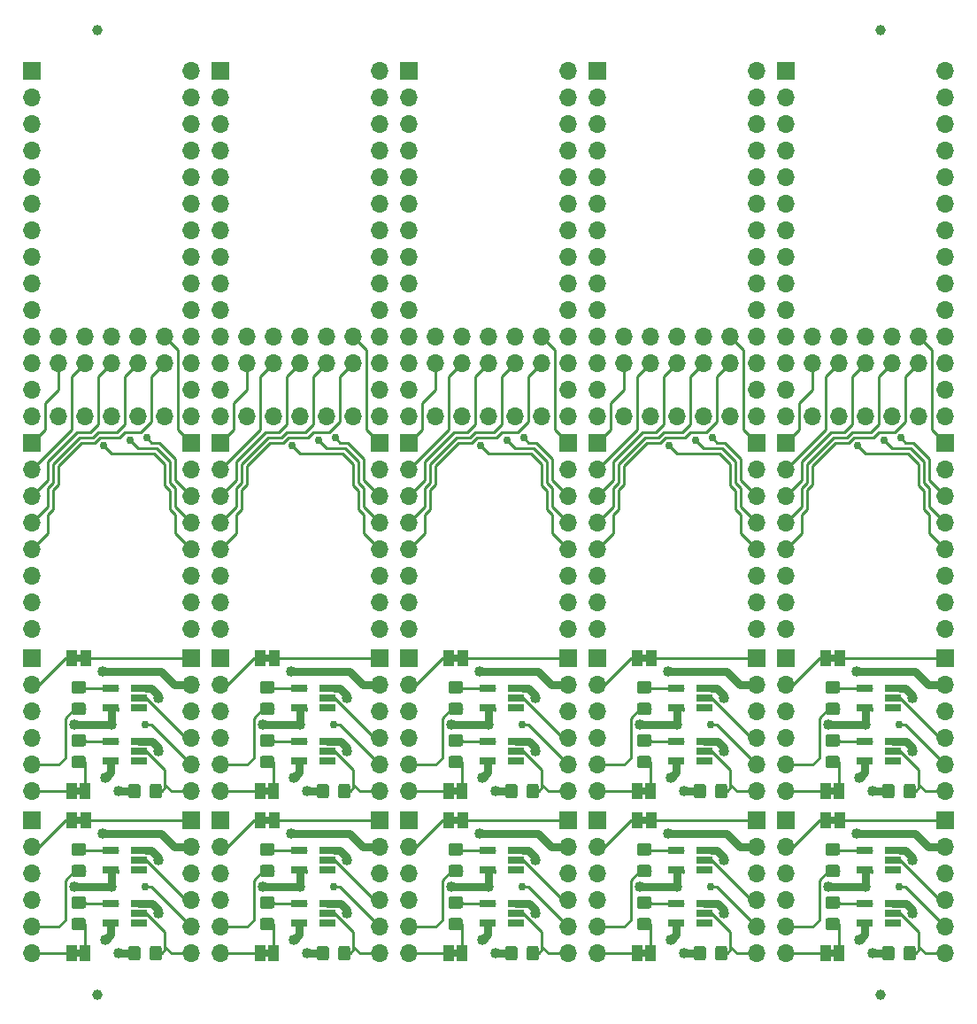
<source format=gtl>
G04 #@! TF.GenerationSoftware,KiCad,Pcbnew,(5.1.5)-3*
G04 #@! TF.CreationDate,2019-12-30T21:30:00-08:00*
G04 #@! TF.ProjectId,teensy40-bb-hc05-adapter,7465656e-7379-4343-902d-62622d686330,A*
G04 #@! TF.SameCoordinates,Original*
G04 #@! TF.FileFunction,Copper,L1,Top*
G04 #@! TF.FilePolarity,Positive*
%FSLAX46Y46*%
G04 Gerber Fmt 4.6, Leading zero omitted, Abs format (unit mm)*
G04 Created by KiCad (PCBNEW (5.1.5)-3) date 2019-12-30 21:30:00*
%MOMM*%
%LPD*%
G04 APERTURE LIST*
%ADD10C,0.100000*%
%ADD11C,1.000000*%
%ADD12O,1.700000X1.700000*%
%ADD13R,1.700000X1.700000*%
%ADD14R,1.560000X0.650000*%
%ADD15R,1.000000X1.500000*%
%ADD16C,1.016000*%
%ADD17C,0.762000*%
%ADD18C,0.762000*%
%ADD19C,0.254000*%
%ADD20C,0.250000*%
G04 APERTURE END LIST*
D10*
G36*
X178434500Y-122724500D02*
G01*
X177934500Y-122724500D01*
X177934500Y-122124500D01*
X178434500Y-122124500D01*
X178434500Y-122724500D01*
G37*
G36*
X160400500Y-122724500D02*
G01*
X159900500Y-122724500D01*
X159900500Y-122124500D01*
X160400500Y-122124500D01*
X160400500Y-122724500D01*
G37*
G36*
X142366500Y-122724500D02*
G01*
X141866500Y-122724500D01*
X141866500Y-122124500D01*
X142366500Y-122124500D01*
X142366500Y-122724500D01*
G37*
G36*
X124332500Y-122724500D02*
G01*
X123832500Y-122724500D01*
X123832500Y-122124500D01*
X124332500Y-122124500D01*
X124332500Y-122724500D01*
G37*
G36*
X178419500Y-135424500D02*
G01*
X177919500Y-135424500D01*
X177919500Y-134824500D01*
X178419500Y-134824500D01*
X178419500Y-135424500D01*
G37*
G36*
X160385500Y-135424500D02*
G01*
X159885500Y-135424500D01*
X159885500Y-134824500D01*
X160385500Y-134824500D01*
X160385500Y-135424500D01*
G37*
G36*
X142351500Y-135424500D02*
G01*
X141851500Y-135424500D01*
X141851500Y-134824500D01*
X142351500Y-134824500D01*
X142351500Y-135424500D01*
G37*
G36*
X124317500Y-135424500D02*
G01*
X123817500Y-135424500D01*
X123817500Y-134824500D01*
X124317500Y-134824500D01*
X124317500Y-135424500D01*
G37*
G36*
X178434500Y-107230500D02*
G01*
X177934500Y-107230500D01*
X177934500Y-106630500D01*
X178434500Y-106630500D01*
X178434500Y-107230500D01*
G37*
G36*
X160400500Y-107230500D02*
G01*
X159900500Y-107230500D01*
X159900500Y-106630500D01*
X160400500Y-106630500D01*
X160400500Y-107230500D01*
G37*
G36*
X142366500Y-107230500D02*
G01*
X141866500Y-107230500D01*
X141866500Y-106630500D01*
X142366500Y-106630500D01*
X142366500Y-107230500D01*
G37*
G36*
X124332500Y-107230500D02*
G01*
X123832500Y-107230500D01*
X123832500Y-106630500D01*
X124332500Y-106630500D01*
X124332500Y-107230500D01*
G37*
G36*
X178419500Y-119930500D02*
G01*
X177919500Y-119930500D01*
X177919500Y-119330500D01*
X178419500Y-119330500D01*
X178419500Y-119930500D01*
G37*
G36*
X160385500Y-119930500D02*
G01*
X159885500Y-119930500D01*
X159885500Y-119330500D01*
X160385500Y-119330500D01*
X160385500Y-119930500D01*
G37*
G36*
X142351500Y-119930500D02*
G01*
X141851500Y-119930500D01*
X141851500Y-119330500D01*
X142351500Y-119330500D01*
X142351500Y-119930500D01*
G37*
G36*
X124317500Y-119930500D02*
G01*
X123817500Y-119930500D01*
X123817500Y-119330500D01*
X124317500Y-119330500D01*
X124317500Y-119930500D01*
G37*
G36*
X106298500Y-122724500D02*
G01*
X105798500Y-122724500D01*
X105798500Y-122124500D01*
X106298500Y-122124500D01*
X106298500Y-122724500D01*
G37*
G36*
X106283500Y-135424500D02*
G01*
X105783500Y-135424500D01*
X105783500Y-134824500D01*
X106283500Y-134824500D01*
X106283500Y-135424500D01*
G37*
G36*
X106283500Y-119930500D02*
G01*
X105783500Y-119930500D01*
X105783500Y-119330500D01*
X106283500Y-119330500D01*
X106283500Y-119930500D01*
G37*
G36*
X106298500Y-107230500D02*
G01*
X105798500Y-107230500D01*
X105798500Y-106630500D01*
X106298500Y-106630500D01*
X106298500Y-107230500D01*
G37*
D11*
X107823000Y-139065000D03*
X182753000Y-139065000D03*
X182753000Y-46863000D03*
X107823000Y-46863000D03*
D12*
X173736000Y-135128000D03*
X173736000Y-132588000D03*
X173736000Y-130048000D03*
X173736000Y-127508000D03*
X173736000Y-124968000D03*
D13*
X173736000Y-122428000D03*
D12*
X155702000Y-135128000D03*
X155702000Y-132588000D03*
X155702000Y-130048000D03*
X155702000Y-127508000D03*
X155702000Y-124968000D03*
D13*
X155702000Y-122428000D03*
D12*
X137668000Y-135128000D03*
X137668000Y-132588000D03*
X137668000Y-130048000D03*
X137668000Y-127508000D03*
X137668000Y-124968000D03*
D13*
X137668000Y-122428000D03*
D12*
X119634000Y-135128000D03*
X119634000Y-132588000D03*
X119634000Y-130048000D03*
X119634000Y-127508000D03*
X119634000Y-124968000D03*
D13*
X119634000Y-122428000D03*
G04 #@! TA.AperFunction,SMDPad,CuDef*
D10*
G36*
X178659005Y-129715704D02*
G01*
X178683273Y-129719304D01*
X178707072Y-129725265D01*
X178730171Y-129733530D01*
X178752350Y-129744020D01*
X178773393Y-129756632D01*
X178793099Y-129771247D01*
X178811277Y-129787723D01*
X178827753Y-129805901D01*
X178842368Y-129825607D01*
X178854980Y-129846650D01*
X178865470Y-129868829D01*
X178873735Y-129891928D01*
X178879696Y-129915727D01*
X178883296Y-129939995D01*
X178884500Y-129964499D01*
X178884500Y-130614501D01*
X178883296Y-130639005D01*
X178879696Y-130663273D01*
X178873735Y-130687072D01*
X178865470Y-130710171D01*
X178854980Y-130732350D01*
X178842368Y-130753393D01*
X178827753Y-130773099D01*
X178811277Y-130791277D01*
X178793099Y-130807753D01*
X178773393Y-130822368D01*
X178752350Y-130834980D01*
X178730171Y-130845470D01*
X178707072Y-130853735D01*
X178683273Y-130859696D01*
X178659005Y-130863296D01*
X178634501Y-130864500D01*
X177734499Y-130864500D01*
X177709995Y-130863296D01*
X177685727Y-130859696D01*
X177661928Y-130853735D01*
X177638829Y-130845470D01*
X177616650Y-130834980D01*
X177595607Y-130822368D01*
X177575901Y-130807753D01*
X177557723Y-130791277D01*
X177541247Y-130773099D01*
X177526632Y-130753393D01*
X177514020Y-130732350D01*
X177503530Y-130710171D01*
X177495265Y-130687072D01*
X177489304Y-130663273D01*
X177485704Y-130639005D01*
X177484500Y-130614501D01*
X177484500Y-129964499D01*
X177485704Y-129939995D01*
X177489304Y-129915727D01*
X177495265Y-129891928D01*
X177503530Y-129868829D01*
X177514020Y-129846650D01*
X177526632Y-129825607D01*
X177541247Y-129805901D01*
X177557723Y-129787723D01*
X177575901Y-129771247D01*
X177595607Y-129756632D01*
X177616650Y-129744020D01*
X177638829Y-129733530D01*
X177661928Y-129725265D01*
X177685727Y-129719304D01*
X177709995Y-129715704D01*
X177734499Y-129714500D01*
X178634501Y-129714500D01*
X178659005Y-129715704D01*
G37*
G04 #@! TD.AperFunction*
G04 #@! TA.AperFunction,SMDPad,CuDef*
G36*
X178659005Y-131765704D02*
G01*
X178683273Y-131769304D01*
X178707072Y-131775265D01*
X178730171Y-131783530D01*
X178752350Y-131794020D01*
X178773393Y-131806632D01*
X178793099Y-131821247D01*
X178811277Y-131837723D01*
X178827753Y-131855901D01*
X178842368Y-131875607D01*
X178854980Y-131896650D01*
X178865470Y-131918829D01*
X178873735Y-131941928D01*
X178879696Y-131965727D01*
X178883296Y-131989995D01*
X178884500Y-132014499D01*
X178884500Y-132664501D01*
X178883296Y-132689005D01*
X178879696Y-132713273D01*
X178873735Y-132737072D01*
X178865470Y-132760171D01*
X178854980Y-132782350D01*
X178842368Y-132803393D01*
X178827753Y-132823099D01*
X178811277Y-132841277D01*
X178793099Y-132857753D01*
X178773393Y-132872368D01*
X178752350Y-132884980D01*
X178730171Y-132895470D01*
X178707072Y-132903735D01*
X178683273Y-132909696D01*
X178659005Y-132913296D01*
X178634501Y-132914500D01*
X177734499Y-132914500D01*
X177709995Y-132913296D01*
X177685727Y-132909696D01*
X177661928Y-132903735D01*
X177638829Y-132895470D01*
X177616650Y-132884980D01*
X177595607Y-132872368D01*
X177575901Y-132857753D01*
X177557723Y-132841277D01*
X177541247Y-132823099D01*
X177526632Y-132803393D01*
X177514020Y-132782350D01*
X177503530Y-132760171D01*
X177495265Y-132737072D01*
X177489304Y-132713273D01*
X177485704Y-132689005D01*
X177484500Y-132664501D01*
X177484500Y-132014499D01*
X177485704Y-131989995D01*
X177489304Y-131965727D01*
X177495265Y-131941928D01*
X177503530Y-131918829D01*
X177514020Y-131896650D01*
X177526632Y-131875607D01*
X177541247Y-131855901D01*
X177557723Y-131837723D01*
X177575901Y-131821247D01*
X177595607Y-131806632D01*
X177616650Y-131794020D01*
X177638829Y-131783530D01*
X177661928Y-131775265D01*
X177685727Y-131769304D01*
X177709995Y-131765704D01*
X177734499Y-131764500D01*
X178634501Y-131764500D01*
X178659005Y-131765704D01*
G37*
G04 #@! TD.AperFunction*
G04 #@! TA.AperFunction,SMDPad,CuDef*
G36*
X160625005Y-129715704D02*
G01*
X160649273Y-129719304D01*
X160673072Y-129725265D01*
X160696171Y-129733530D01*
X160718350Y-129744020D01*
X160739393Y-129756632D01*
X160759099Y-129771247D01*
X160777277Y-129787723D01*
X160793753Y-129805901D01*
X160808368Y-129825607D01*
X160820980Y-129846650D01*
X160831470Y-129868829D01*
X160839735Y-129891928D01*
X160845696Y-129915727D01*
X160849296Y-129939995D01*
X160850500Y-129964499D01*
X160850500Y-130614501D01*
X160849296Y-130639005D01*
X160845696Y-130663273D01*
X160839735Y-130687072D01*
X160831470Y-130710171D01*
X160820980Y-130732350D01*
X160808368Y-130753393D01*
X160793753Y-130773099D01*
X160777277Y-130791277D01*
X160759099Y-130807753D01*
X160739393Y-130822368D01*
X160718350Y-130834980D01*
X160696171Y-130845470D01*
X160673072Y-130853735D01*
X160649273Y-130859696D01*
X160625005Y-130863296D01*
X160600501Y-130864500D01*
X159700499Y-130864500D01*
X159675995Y-130863296D01*
X159651727Y-130859696D01*
X159627928Y-130853735D01*
X159604829Y-130845470D01*
X159582650Y-130834980D01*
X159561607Y-130822368D01*
X159541901Y-130807753D01*
X159523723Y-130791277D01*
X159507247Y-130773099D01*
X159492632Y-130753393D01*
X159480020Y-130732350D01*
X159469530Y-130710171D01*
X159461265Y-130687072D01*
X159455304Y-130663273D01*
X159451704Y-130639005D01*
X159450500Y-130614501D01*
X159450500Y-129964499D01*
X159451704Y-129939995D01*
X159455304Y-129915727D01*
X159461265Y-129891928D01*
X159469530Y-129868829D01*
X159480020Y-129846650D01*
X159492632Y-129825607D01*
X159507247Y-129805901D01*
X159523723Y-129787723D01*
X159541901Y-129771247D01*
X159561607Y-129756632D01*
X159582650Y-129744020D01*
X159604829Y-129733530D01*
X159627928Y-129725265D01*
X159651727Y-129719304D01*
X159675995Y-129715704D01*
X159700499Y-129714500D01*
X160600501Y-129714500D01*
X160625005Y-129715704D01*
G37*
G04 #@! TD.AperFunction*
G04 #@! TA.AperFunction,SMDPad,CuDef*
G36*
X160625005Y-131765704D02*
G01*
X160649273Y-131769304D01*
X160673072Y-131775265D01*
X160696171Y-131783530D01*
X160718350Y-131794020D01*
X160739393Y-131806632D01*
X160759099Y-131821247D01*
X160777277Y-131837723D01*
X160793753Y-131855901D01*
X160808368Y-131875607D01*
X160820980Y-131896650D01*
X160831470Y-131918829D01*
X160839735Y-131941928D01*
X160845696Y-131965727D01*
X160849296Y-131989995D01*
X160850500Y-132014499D01*
X160850500Y-132664501D01*
X160849296Y-132689005D01*
X160845696Y-132713273D01*
X160839735Y-132737072D01*
X160831470Y-132760171D01*
X160820980Y-132782350D01*
X160808368Y-132803393D01*
X160793753Y-132823099D01*
X160777277Y-132841277D01*
X160759099Y-132857753D01*
X160739393Y-132872368D01*
X160718350Y-132884980D01*
X160696171Y-132895470D01*
X160673072Y-132903735D01*
X160649273Y-132909696D01*
X160625005Y-132913296D01*
X160600501Y-132914500D01*
X159700499Y-132914500D01*
X159675995Y-132913296D01*
X159651727Y-132909696D01*
X159627928Y-132903735D01*
X159604829Y-132895470D01*
X159582650Y-132884980D01*
X159561607Y-132872368D01*
X159541901Y-132857753D01*
X159523723Y-132841277D01*
X159507247Y-132823099D01*
X159492632Y-132803393D01*
X159480020Y-132782350D01*
X159469530Y-132760171D01*
X159461265Y-132737072D01*
X159455304Y-132713273D01*
X159451704Y-132689005D01*
X159450500Y-132664501D01*
X159450500Y-132014499D01*
X159451704Y-131989995D01*
X159455304Y-131965727D01*
X159461265Y-131941928D01*
X159469530Y-131918829D01*
X159480020Y-131896650D01*
X159492632Y-131875607D01*
X159507247Y-131855901D01*
X159523723Y-131837723D01*
X159541901Y-131821247D01*
X159561607Y-131806632D01*
X159582650Y-131794020D01*
X159604829Y-131783530D01*
X159627928Y-131775265D01*
X159651727Y-131769304D01*
X159675995Y-131765704D01*
X159700499Y-131764500D01*
X160600501Y-131764500D01*
X160625005Y-131765704D01*
G37*
G04 #@! TD.AperFunction*
G04 #@! TA.AperFunction,SMDPad,CuDef*
G36*
X142591005Y-129715704D02*
G01*
X142615273Y-129719304D01*
X142639072Y-129725265D01*
X142662171Y-129733530D01*
X142684350Y-129744020D01*
X142705393Y-129756632D01*
X142725099Y-129771247D01*
X142743277Y-129787723D01*
X142759753Y-129805901D01*
X142774368Y-129825607D01*
X142786980Y-129846650D01*
X142797470Y-129868829D01*
X142805735Y-129891928D01*
X142811696Y-129915727D01*
X142815296Y-129939995D01*
X142816500Y-129964499D01*
X142816500Y-130614501D01*
X142815296Y-130639005D01*
X142811696Y-130663273D01*
X142805735Y-130687072D01*
X142797470Y-130710171D01*
X142786980Y-130732350D01*
X142774368Y-130753393D01*
X142759753Y-130773099D01*
X142743277Y-130791277D01*
X142725099Y-130807753D01*
X142705393Y-130822368D01*
X142684350Y-130834980D01*
X142662171Y-130845470D01*
X142639072Y-130853735D01*
X142615273Y-130859696D01*
X142591005Y-130863296D01*
X142566501Y-130864500D01*
X141666499Y-130864500D01*
X141641995Y-130863296D01*
X141617727Y-130859696D01*
X141593928Y-130853735D01*
X141570829Y-130845470D01*
X141548650Y-130834980D01*
X141527607Y-130822368D01*
X141507901Y-130807753D01*
X141489723Y-130791277D01*
X141473247Y-130773099D01*
X141458632Y-130753393D01*
X141446020Y-130732350D01*
X141435530Y-130710171D01*
X141427265Y-130687072D01*
X141421304Y-130663273D01*
X141417704Y-130639005D01*
X141416500Y-130614501D01*
X141416500Y-129964499D01*
X141417704Y-129939995D01*
X141421304Y-129915727D01*
X141427265Y-129891928D01*
X141435530Y-129868829D01*
X141446020Y-129846650D01*
X141458632Y-129825607D01*
X141473247Y-129805901D01*
X141489723Y-129787723D01*
X141507901Y-129771247D01*
X141527607Y-129756632D01*
X141548650Y-129744020D01*
X141570829Y-129733530D01*
X141593928Y-129725265D01*
X141617727Y-129719304D01*
X141641995Y-129715704D01*
X141666499Y-129714500D01*
X142566501Y-129714500D01*
X142591005Y-129715704D01*
G37*
G04 #@! TD.AperFunction*
G04 #@! TA.AperFunction,SMDPad,CuDef*
G36*
X142591005Y-131765704D02*
G01*
X142615273Y-131769304D01*
X142639072Y-131775265D01*
X142662171Y-131783530D01*
X142684350Y-131794020D01*
X142705393Y-131806632D01*
X142725099Y-131821247D01*
X142743277Y-131837723D01*
X142759753Y-131855901D01*
X142774368Y-131875607D01*
X142786980Y-131896650D01*
X142797470Y-131918829D01*
X142805735Y-131941928D01*
X142811696Y-131965727D01*
X142815296Y-131989995D01*
X142816500Y-132014499D01*
X142816500Y-132664501D01*
X142815296Y-132689005D01*
X142811696Y-132713273D01*
X142805735Y-132737072D01*
X142797470Y-132760171D01*
X142786980Y-132782350D01*
X142774368Y-132803393D01*
X142759753Y-132823099D01*
X142743277Y-132841277D01*
X142725099Y-132857753D01*
X142705393Y-132872368D01*
X142684350Y-132884980D01*
X142662171Y-132895470D01*
X142639072Y-132903735D01*
X142615273Y-132909696D01*
X142591005Y-132913296D01*
X142566501Y-132914500D01*
X141666499Y-132914500D01*
X141641995Y-132913296D01*
X141617727Y-132909696D01*
X141593928Y-132903735D01*
X141570829Y-132895470D01*
X141548650Y-132884980D01*
X141527607Y-132872368D01*
X141507901Y-132857753D01*
X141489723Y-132841277D01*
X141473247Y-132823099D01*
X141458632Y-132803393D01*
X141446020Y-132782350D01*
X141435530Y-132760171D01*
X141427265Y-132737072D01*
X141421304Y-132713273D01*
X141417704Y-132689005D01*
X141416500Y-132664501D01*
X141416500Y-132014499D01*
X141417704Y-131989995D01*
X141421304Y-131965727D01*
X141427265Y-131941928D01*
X141435530Y-131918829D01*
X141446020Y-131896650D01*
X141458632Y-131875607D01*
X141473247Y-131855901D01*
X141489723Y-131837723D01*
X141507901Y-131821247D01*
X141527607Y-131806632D01*
X141548650Y-131794020D01*
X141570829Y-131783530D01*
X141593928Y-131775265D01*
X141617727Y-131769304D01*
X141641995Y-131765704D01*
X141666499Y-131764500D01*
X142566501Y-131764500D01*
X142591005Y-131765704D01*
G37*
G04 #@! TD.AperFunction*
G04 #@! TA.AperFunction,SMDPad,CuDef*
G36*
X124557005Y-129715704D02*
G01*
X124581273Y-129719304D01*
X124605072Y-129725265D01*
X124628171Y-129733530D01*
X124650350Y-129744020D01*
X124671393Y-129756632D01*
X124691099Y-129771247D01*
X124709277Y-129787723D01*
X124725753Y-129805901D01*
X124740368Y-129825607D01*
X124752980Y-129846650D01*
X124763470Y-129868829D01*
X124771735Y-129891928D01*
X124777696Y-129915727D01*
X124781296Y-129939995D01*
X124782500Y-129964499D01*
X124782500Y-130614501D01*
X124781296Y-130639005D01*
X124777696Y-130663273D01*
X124771735Y-130687072D01*
X124763470Y-130710171D01*
X124752980Y-130732350D01*
X124740368Y-130753393D01*
X124725753Y-130773099D01*
X124709277Y-130791277D01*
X124691099Y-130807753D01*
X124671393Y-130822368D01*
X124650350Y-130834980D01*
X124628171Y-130845470D01*
X124605072Y-130853735D01*
X124581273Y-130859696D01*
X124557005Y-130863296D01*
X124532501Y-130864500D01*
X123632499Y-130864500D01*
X123607995Y-130863296D01*
X123583727Y-130859696D01*
X123559928Y-130853735D01*
X123536829Y-130845470D01*
X123514650Y-130834980D01*
X123493607Y-130822368D01*
X123473901Y-130807753D01*
X123455723Y-130791277D01*
X123439247Y-130773099D01*
X123424632Y-130753393D01*
X123412020Y-130732350D01*
X123401530Y-130710171D01*
X123393265Y-130687072D01*
X123387304Y-130663273D01*
X123383704Y-130639005D01*
X123382500Y-130614501D01*
X123382500Y-129964499D01*
X123383704Y-129939995D01*
X123387304Y-129915727D01*
X123393265Y-129891928D01*
X123401530Y-129868829D01*
X123412020Y-129846650D01*
X123424632Y-129825607D01*
X123439247Y-129805901D01*
X123455723Y-129787723D01*
X123473901Y-129771247D01*
X123493607Y-129756632D01*
X123514650Y-129744020D01*
X123536829Y-129733530D01*
X123559928Y-129725265D01*
X123583727Y-129719304D01*
X123607995Y-129715704D01*
X123632499Y-129714500D01*
X124532501Y-129714500D01*
X124557005Y-129715704D01*
G37*
G04 #@! TD.AperFunction*
G04 #@! TA.AperFunction,SMDPad,CuDef*
G36*
X124557005Y-131765704D02*
G01*
X124581273Y-131769304D01*
X124605072Y-131775265D01*
X124628171Y-131783530D01*
X124650350Y-131794020D01*
X124671393Y-131806632D01*
X124691099Y-131821247D01*
X124709277Y-131837723D01*
X124725753Y-131855901D01*
X124740368Y-131875607D01*
X124752980Y-131896650D01*
X124763470Y-131918829D01*
X124771735Y-131941928D01*
X124777696Y-131965727D01*
X124781296Y-131989995D01*
X124782500Y-132014499D01*
X124782500Y-132664501D01*
X124781296Y-132689005D01*
X124777696Y-132713273D01*
X124771735Y-132737072D01*
X124763470Y-132760171D01*
X124752980Y-132782350D01*
X124740368Y-132803393D01*
X124725753Y-132823099D01*
X124709277Y-132841277D01*
X124691099Y-132857753D01*
X124671393Y-132872368D01*
X124650350Y-132884980D01*
X124628171Y-132895470D01*
X124605072Y-132903735D01*
X124581273Y-132909696D01*
X124557005Y-132913296D01*
X124532501Y-132914500D01*
X123632499Y-132914500D01*
X123607995Y-132913296D01*
X123583727Y-132909696D01*
X123559928Y-132903735D01*
X123536829Y-132895470D01*
X123514650Y-132884980D01*
X123493607Y-132872368D01*
X123473901Y-132857753D01*
X123455723Y-132841277D01*
X123439247Y-132823099D01*
X123424632Y-132803393D01*
X123412020Y-132782350D01*
X123401530Y-132760171D01*
X123393265Y-132737072D01*
X123387304Y-132713273D01*
X123383704Y-132689005D01*
X123382500Y-132664501D01*
X123382500Y-132014499D01*
X123383704Y-131989995D01*
X123387304Y-131965727D01*
X123393265Y-131941928D01*
X123401530Y-131918829D01*
X123412020Y-131896650D01*
X123424632Y-131875607D01*
X123439247Y-131855901D01*
X123455723Y-131837723D01*
X123473901Y-131821247D01*
X123493607Y-131806632D01*
X123514650Y-131794020D01*
X123536829Y-131783530D01*
X123559928Y-131775265D01*
X123583727Y-131769304D01*
X123607995Y-131765704D01*
X123632499Y-131764500D01*
X124532501Y-131764500D01*
X124557005Y-131765704D01*
G37*
G04 #@! TD.AperFunction*
D12*
X188976000Y-135128000D03*
X188976000Y-132588000D03*
X188976000Y-130048000D03*
X188976000Y-127508000D03*
X188976000Y-124968000D03*
D13*
X188976000Y-122428000D03*
D12*
X170942000Y-135128000D03*
X170942000Y-132588000D03*
X170942000Y-130048000D03*
X170942000Y-127508000D03*
X170942000Y-124968000D03*
D13*
X170942000Y-122428000D03*
D12*
X152908000Y-135128000D03*
X152908000Y-132588000D03*
X152908000Y-130048000D03*
X152908000Y-127508000D03*
X152908000Y-124968000D03*
D13*
X152908000Y-122428000D03*
D12*
X134874000Y-135128000D03*
X134874000Y-132588000D03*
X134874000Y-130048000D03*
X134874000Y-127508000D03*
X134874000Y-124968000D03*
D13*
X134874000Y-122428000D03*
D14*
X181279500Y-127184500D03*
X181279500Y-125284500D03*
X183979500Y-125284500D03*
X183979500Y-126234500D03*
X183979500Y-127184500D03*
X163245500Y-127184500D03*
X163245500Y-125284500D03*
X165945500Y-125284500D03*
X165945500Y-126234500D03*
X165945500Y-127184500D03*
X145211500Y-127184500D03*
X145211500Y-125284500D03*
X147911500Y-125284500D03*
X147911500Y-126234500D03*
X147911500Y-127184500D03*
X127177500Y-127184500D03*
X127177500Y-125284500D03*
X129877500Y-125284500D03*
X129877500Y-126234500D03*
X129877500Y-127184500D03*
X181279500Y-132264500D03*
X181279500Y-130364500D03*
X183979500Y-130364500D03*
X183979500Y-131314500D03*
X183979500Y-132264500D03*
X163245500Y-132264500D03*
X163245500Y-130364500D03*
X165945500Y-130364500D03*
X165945500Y-131314500D03*
X165945500Y-132264500D03*
X145211500Y-132264500D03*
X145211500Y-130364500D03*
X147911500Y-130364500D03*
X147911500Y-131314500D03*
X147911500Y-132264500D03*
X127177500Y-132264500D03*
X127177500Y-130364500D03*
X129877500Y-130364500D03*
X129877500Y-131314500D03*
X129877500Y-132264500D03*
G04 #@! TA.AperFunction,SMDPad,CuDef*
D10*
G36*
X183859005Y-134425704D02*
G01*
X183883273Y-134429304D01*
X183907072Y-134435265D01*
X183930171Y-134443530D01*
X183952350Y-134454020D01*
X183973393Y-134466632D01*
X183993099Y-134481247D01*
X184011277Y-134497723D01*
X184027753Y-134515901D01*
X184042368Y-134535607D01*
X184054980Y-134556650D01*
X184065470Y-134578829D01*
X184073735Y-134601928D01*
X184079696Y-134625727D01*
X184083296Y-134649995D01*
X184084500Y-134674499D01*
X184084500Y-135574501D01*
X184083296Y-135599005D01*
X184079696Y-135623273D01*
X184073735Y-135647072D01*
X184065470Y-135670171D01*
X184054980Y-135692350D01*
X184042368Y-135713393D01*
X184027753Y-135733099D01*
X184011277Y-135751277D01*
X183993099Y-135767753D01*
X183973393Y-135782368D01*
X183952350Y-135794980D01*
X183930171Y-135805470D01*
X183907072Y-135813735D01*
X183883273Y-135819696D01*
X183859005Y-135823296D01*
X183834501Y-135824500D01*
X183184499Y-135824500D01*
X183159995Y-135823296D01*
X183135727Y-135819696D01*
X183111928Y-135813735D01*
X183088829Y-135805470D01*
X183066650Y-135794980D01*
X183045607Y-135782368D01*
X183025901Y-135767753D01*
X183007723Y-135751277D01*
X182991247Y-135733099D01*
X182976632Y-135713393D01*
X182964020Y-135692350D01*
X182953530Y-135670171D01*
X182945265Y-135647072D01*
X182939304Y-135623273D01*
X182935704Y-135599005D01*
X182934500Y-135574501D01*
X182934500Y-134674499D01*
X182935704Y-134649995D01*
X182939304Y-134625727D01*
X182945265Y-134601928D01*
X182953530Y-134578829D01*
X182964020Y-134556650D01*
X182976632Y-134535607D01*
X182991247Y-134515901D01*
X183007723Y-134497723D01*
X183025901Y-134481247D01*
X183045607Y-134466632D01*
X183066650Y-134454020D01*
X183088829Y-134443530D01*
X183111928Y-134435265D01*
X183135727Y-134429304D01*
X183159995Y-134425704D01*
X183184499Y-134424500D01*
X183834501Y-134424500D01*
X183859005Y-134425704D01*
G37*
G04 #@! TD.AperFunction*
G04 #@! TA.AperFunction,SMDPad,CuDef*
G36*
X185909005Y-134425704D02*
G01*
X185933273Y-134429304D01*
X185957072Y-134435265D01*
X185980171Y-134443530D01*
X186002350Y-134454020D01*
X186023393Y-134466632D01*
X186043099Y-134481247D01*
X186061277Y-134497723D01*
X186077753Y-134515901D01*
X186092368Y-134535607D01*
X186104980Y-134556650D01*
X186115470Y-134578829D01*
X186123735Y-134601928D01*
X186129696Y-134625727D01*
X186133296Y-134649995D01*
X186134500Y-134674499D01*
X186134500Y-135574501D01*
X186133296Y-135599005D01*
X186129696Y-135623273D01*
X186123735Y-135647072D01*
X186115470Y-135670171D01*
X186104980Y-135692350D01*
X186092368Y-135713393D01*
X186077753Y-135733099D01*
X186061277Y-135751277D01*
X186043099Y-135767753D01*
X186023393Y-135782368D01*
X186002350Y-135794980D01*
X185980171Y-135805470D01*
X185957072Y-135813735D01*
X185933273Y-135819696D01*
X185909005Y-135823296D01*
X185884501Y-135824500D01*
X185234499Y-135824500D01*
X185209995Y-135823296D01*
X185185727Y-135819696D01*
X185161928Y-135813735D01*
X185138829Y-135805470D01*
X185116650Y-135794980D01*
X185095607Y-135782368D01*
X185075901Y-135767753D01*
X185057723Y-135751277D01*
X185041247Y-135733099D01*
X185026632Y-135713393D01*
X185014020Y-135692350D01*
X185003530Y-135670171D01*
X184995265Y-135647072D01*
X184989304Y-135623273D01*
X184985704Y-135599005D01*
X184984500Y-135574501D01*
X184984500Y-134674499D01*
X184985704Y-134649995D01*
X184989304Y-134625727D01*
X184995265Y-134601928D01*
X185003530Y-134578829D01*
X185014020Y-134556650D01*
X185026632Y-134535607D01*
X185041247Y-134515901D01*
X185057723Y-134497723D01*
X185075901Y-134481247D01*
X185095607Y-134466632D01*
X185116650Y-134454020D01*
X185138829Y-134443530D01*
X185161928Y-134435265D01*
X185185727Y-134429304D01*
X185209995Y-134425704D01*
X185234499Y-134424500D01*
X185884501Y-134424500D01*
X185909005Y-134425704D01*
G37*
G04 #@! TD.AperFunction*
G04 #@! TA.AperFunction,SMDPad,CuDef*
G36*
X165825005Y-134425704D02*
G01*
X165849273Y-134429304D01*
X165873072Y-134435265D01*
X165896171Y-134443530D01*
X165918350Y-134454020D01*
X165939393Y-134466632D01*
X165959099Y-134481247D01*
X165977277Y-134497723D01*
X165993753Y-134515901D01*
X166008368Y-134535607D01*
X166020980Y-134556650D01*
X166031470Y-134578829D01*
X166039735Y-134601928D01*
X166045696Y-134625727D01*
X166049296Y-134649995D01*
X166050500Y-134674499D01*
X166050500Y-135574501D01*
X166049296Y-135599005D01*
X166045696Y-135623273D01*
X166039735Y-135647072D01*
X166031470Y-135670171D01*
X166020980Y-135692350D01*
X166008368Y-135713393D01*
X165993753Y-135733099D01*
X165977277Y-135751277D01*
X165959099Y-135767753D01*
X165939393Y-135782368D01*
X165918350Y-135794980D01*
X165896171Y-135805470D01*
X165873072Y-135813735D01*
X165849273Y-135819696D01*
X165825005Y-135823296D01*
X165800501Y-135824500D01*
X165150499Y-135824500D01*
X165125995Y-135823296D01*
X165101727Y-135819696D01*
X165077928Y-135813735D01*
X165054829Y-135805470D01*
X165032650Y-135794980D01*
X165011607Y-135782368D01*
X164991901Y-135767753D01*
X164973723Y-135751277D01*
X164957247Y-135733099D01*
X164942632Y-135713393D01*
X164930020Y-135692350D01*
X164919530Y-135670171D01*
X164911265Y-135647072D01*
X164905304Y-135623273D01*
X164901704Y-135599005D01*
X164900500Y-135574501D01*
X164900500Y-134674499D01*
X164901704Y-134649995D01*
X164905304Y-134625727D01*
X164911265Y-134601928D01*
X164919530Y-134578829D01*
X164930020Y-134556650D01*
X164942632Y-134535607D01*
X164957247Y-134515901D01*
X164973723Y-134497723D01*
X164991901Y-134481247D01*
X165011607Y-134466632D01*
X165032650Y-134454020D01*
X165054829Y-134443530D01*
X165077928Y-134435265D01*
X165101727Y-134429304D01*
X165125995Y-134425704D01*
X165150499Y-134424500D01*
X165800501Y-134424500D01*
X165825005Y-134425704D01*
G37*
G04 #@! TD.AperFunction*
G04 #@! TA.AperFunction,SMDPad,CuDef*
G36*
X167875005Y-134425704D02*
G01*
X167899273Y-134429304D01*
X167923072Y-134435265D01*
X167946171Y-134443530D01*
X167968350Y-134454020D01*
X167989393Y-134466632D01*
X168009099Y-134481247D01*
X168027277Y-134497723D01*
X168043753Y-134515901D01*
X168058368Y-134535607D01*
X168070980Y-134556650D01*
X168081470Y-134578829D01*
X168089735Y-134601928D01*
X168095696Y-134625727D01*
X168099296Y-134649995D01*
X168100500Y-134674499D01*
X168100500Y-135574501D01*
X168099296Y-135599005D01*
X168095696Y-135623273D01*
X168089735Y-135647072D01*
X168081470Y-135670171D01*
X168070980Y-135692350D01*
X168058368Y-135713393D01*
X168043753Y-135733099D01*
X168027277Y-135751277D01*
X168009099Y-135767753D01*
X167989393Y-135782368D01*
X167968350Y-135794980D01*
X167946171Y-135805470D01*
X167923072Y-135813735D01*
X167899273Y-135819696D01*
X167875005Y-135823296D01*
X167850501Y-135824500D01*
X167200499Y-135824500D01*
X167175995Y-135823296D01*
X167151727Y-135819696D01*
X167127928Y-135813735D01*
X167104829Y-135805470D01*
X167082650Y-135794980D01*
X167061607Y-135782368D01*
X167041901Y-135767753D01*
X167023723Y-135751277D01*
X167007247Y-135733099D01*
X166992632Y-135713393D01*
X166980020Y-135692350D01*
X166969530Y-135670171D01*
X166961265Y-135647072D01*
X166955304Y-135623273D01*
X166951704Y-135599005D01*
X166950500Y-135574501D01*
X166950500Y-134674499D01*
X166951704Y-134649995D01*
X166955304Y-134625727D01*
X166961265Y-134601928D01*
X166969530Y-134578829D01*
X166980020Y-134556650D01*
X166992632Y-134535607D01*
X167007247Y-134515901D01*
X167023723Y-134497723D01*
X167041901Y-134481247D01*
X167061607Y-134466632D01*
X167082650Y-134454020D01*
X167104829Y-134443530D01*
X167127928Y-134435265D01*
X167151727Y-134429304D01*
X167175995Y-134425704D01*
X167200499Y-134424500D01*
X167850501Y-134424500D01*
X167875005Y-134425704D01*
G37*
G04 #@! TD.AperFunction*
G04 #@! TA.AperFunction,SMDPad,CuDef*
G36*
X147791005Y-134425704D02*
G01*
X147815273Y-134429304D01*
X147839072Y-134435265D01*
X147862171Y-134443530D01*
X147884350Y-134454020D01*
X147905393Y-134466632D01*
X147925099Y-134481247D01*
X147943277Y-134497723D01*
X147959753Y-134515901D01*
X147974368Y-134535607D01*
X147986980Y-134556650D01*
X147997470Y-134578829D01*
X148005735Y-134601928D01*
X148011696Y-134625727D01*
X148015296Y-134649995D01*
X148016500Y-134674499D01*
X148016500Y-135574501D01*
X148015296Y-135599005D01*
X148011696Y-135623273D01*
X148005735Y-135647072D01*
X147997470Y-135670171D01*
X147986980Y-135692350D01*
X147974368Y-135713393D01*
X147959753Y-135733099D01*
X147943277Y-135751277D01*
X147925099Y-135767753D01*
X147905393Y-135782368D01*
X147884350Y-135794980D01*
X147862171Y-135805470D01*
X147839072Y-135813735D01*
X147815273Y-135819696D01*
X147791005Y-135823296D01*
X147766501Y-135824500D01*
X147116499Y-135824500D01*
X147091995Y-135823296D01*
X147067727Y-135819696D01*
X147043928Y-135813735D01*
X147020829Y-135805470D01*
X146998650Y-135794980D01*
X146977607Y-135782368D01*
X146957901Y-135767753D01*
X146939723Y-135751277D01*
X146923247Y-135733099D01*
X146908632Y-135713393D01*
X146896020Y-135692350D01*
X146885530Y-135670171D01*
X146877265Y-135647072D01*
X146871304Y-135623273D01*
X146867704Y-135599005D01*
X146866500Y-135574501D01*
X146866500Y-134674499D01*
X146867704Y-134649995D01*
X146871304Y-134625727D01*
X146877265Y-134601928D01*
X146885530Y-134578829D01*
X146896020Y-134556650D01*
X146908632Y-134535607D01*
X146923247Y-134515901D01*
X146939723Y-134497723D01*
X146957901Y-134481247D01*
X146977607Y-134466632D01*
X146998650Y-134454020D01*
X147020829Y-134443530D01*
X147043928Y-134435265D01*
X147067727Y-134429304D01*
X147091995Y-134425704D01*
X147116499Y-134424500D01*
X147766501Y-134424500D01*
X147791005Y-134425704D01*
G37*
G04 #@! TD.AperFunction*
G04 #@! TA.AperFunction,SMDPad,CuDef*
G36*
X149841005Y-134425704D02*
G01*
X149865273Y-134429304D01*
X149889072Y-134435265D01*
X149912171Y-134443530D01*
X149934350Y-134454020D01*
X149955393Y-134466632D01*
X149975099Y-134481247D01*
X149993277Y-134497723D01*
X150009753Y-134515901D01*
X150024368Y-134535607D01*
X150036980Y-134556650D01*
X150047470Y-134578829D01*
X150055735Y-134601928D01*
X150061696Y-134625727D01*
X150065296Y-134649995D01*
X150066500Y-134674499D01*
X150066500Y-135574501D01*
X150065296Y-135599005D01*
X150061696Y-135623273D01*
X150055735Y-135647072D01*
X150047470Y-135670171D01*
X150036980Y-135692350D01*
X150024368Y-135713393D01*
X150009753Y-135733099D01*
X149993277Y-135751277D01*
X149975099Y-135767753D01*
X149955393Y-135782368D01*
X149934350Y-135794980D01*
X149912171Y-135805470D01*
X149889072Y-135813735D01*
X149865273Y-135819696D01*
X149841005Y-135823296D01*
X149816501Y-135824500D01*
X149166499Y-135824500D01*
X149141995Y-135823296D01*
X149117727Y-135819696D01*
X149093928Y-135813735D01*
X149070829Y-135805470D01*
X149048650Y-135794980D01*
X149027607Y-135782368D01*
X149007901Y-135767753D01*
X148989723Y-135751277D01*
X148973247Y-135733099D01*
X148958632Y-135713393D01*
X148946020Y-135692350D01*
X148935530Y-135670171D01*
X148927265Y-135647072D01*
X148921304Y-135623273D01*
X148917704Y-135599005D01*
X148916500Y-135574501D01*
X148916500Y-134674499D01*
X148917704Y-134649995D01*
X148921304Y-134625727D01*
X148927265Y-134601928D01*
X148935530Y-134578829D01*
X148946020Y-134556650D01*
X148958632Y-134535607D01*
X148973247Y-134515901D01*
X148989723Y-134497723D01*
X149007901Y-134481247D01*
X149027607Y-134466632D01*
X149048650Y-134454020D01*
X149070829Y-134443530D01*
X149093928Y-134435265D01*
X149117727Y-134429304D01*
X149141995Y-134425704D01*
X149166499Y-134424500D01*
X149816501Y-134424500D01*
X149841005Y-134425704D01*
G37*
G04 #@! TD.AperFunction*
G04 #@! TA.AperFunction,SMDPad,CuDef*
G36*
X129757005Y-134425704D02*
G01*
X129781273Y-134429304D01*
X129805072Y-134435265D01*
X129828171Y-134443530D01*
X129850350Y-134454020D01*
X129871393Y-134466632D01*
X129891099Y-134481247D01*
X129909277Y-134497723D01*
X129925753Y-134515901D01*
X129940368Y-134535607D01*
X129952980Y-134556650D01*
X129963470Y-134578829D01*
X129971735Y-134601928D01*
X129977696Y-134625727D01*
X129981296Y-134649995D01*
X129982500Y-134674499D01*
X129982500Y-135574501D01*
X129981296Y-135599005D01*
X129977696Y-135623273D01*
X129971735Y-135647072D01*
X129963470Y-135670171D01*
X129952980Y-135692350D01*
X129940368Y-135713393D01*
X129925753Y-135733099D01*
X129909277Y-135751277D01*
X129891099Y-135767753D01*
X129871393Y-135782368D01*
X129850350Y-135794980D01*
X129828171Y-135805470D01*
X129805072Y-135813735D01*
X129781273Y-135819696D01*
X129757005Y-135823296D01*
X129732501Y-135824500D01*
X129082499Y-135824500D01*
X129057995Y-135823296D01*
X129033727Y-135819696D01*
X129009928Y-135813735D01*
X128986829Y-135805470D01*
X128964650Y-135794980D01*
X128943607Y-135782368D01*
X128923901Y-135767753D01*
X128905723Y-135751277D01*
X128889247Y-135733099D01*
X128874632Y-135713393D01*
X128862020Y-135692350D01*
X128851530Y-135670171D01*
X128843265Y-135647072D01*
X128837304Y-135623273D01*
X128833704Y-135599005D01*
X128832500Y-135574501D01*
X128832500Y-134674499D01*
X128833704Y-134649995D01*
X128837304Y-134625727D01*
X128843265Y-134601928D01*
X128851530Y-134578829D01*
X128862020Y-134556650D01*
X128874632Y-134535607D01*
X128889247Y-134515901D01*
X128905723Y-134497723D01*
X128923901Y-134481247D01*
X128943607Y-134466632D01*
X128964650Y-134454020D01*
X128986829Y-134443530D01*
X129009928Y-134435265D01*
X129033727Y-134429304D01*
X129057995Y-134425704D01*
X129082499Y-134424500D01*
X129732501Y-134424500D01*
X129757005Y-134425704D01*
G37*
G04 #@! TD.AperFunction*
G04 #@! TA.AperFunction,SMDPad,CuDef*
G36*
X131807005Y-134425704D02*
G01*
X131831273Y-134429304D01*
X131855072Y-134435265D01*
X131878171Y-134443530D01*
X131900350Y-134454020D01*
X131921393Y-134466632D01*
X131941099Y-134481247D01*
X131959277Y-134497723D01*
X131975753Y-134515901D01*
X131990368Y-134535607D01*
X132002980Y-134556650D01*
X132013470Y-134578829D01*
X132021735Y-134601928D01*
X132027696Y-134625727D01*
X132031296Y-134649995D01*
X132032500Y-134674499D01*
X132032500Y-135574501D01*
X132031296Y-135599005D01*
X132027696Y-135623273D01*
X132021735Y-135647072D01*
X132013470Y-135670171D01*
X132002980Y-135692350D01*
X131990368Y-135713393D01*
X131975753Y-135733099D01*
X131959277Y-135751277D01*
X131941099Y-135767753D01*
X131921393Y-135782368D01*
X131900350Y-135794980D01*
X131878171Y-135805470D01*
X131855072Y-135813735D01*
X131831273Y-135819696D01*
X131807005Y-135823296D01*
X131782501Y-135824500D01*
X131132499Y-135824500D01*
X131107995Y-135823296D01*
X131083727Y-135819696D01*
X131059928Y-135813735D01*
X131036829Y-135805470D01*
X131014650Y-135794980D01*
X130993607Y-135782368D01*
X130973901Y-135767753D01*
X130955723Y-135751277D01*
X130939247Y-135733099D01*
X130924632Y-135713393D01*
X130912020Y-135692350D01*
X130901530Y-135670171D01*
X130893265Y-135647072D01*
X130887304Y-135623273D01*
X130883704Y-135599005D01*
X130882500Y-135574501D01*
X130882500Y-134674499D01*
X130883704Y-134649995D01*
X130887304Y-134625727D01*
X130893265Y-134601928D01*
X130901530Y-134578829D01*
X130912020Y-134556650D01*
X130924632Y-134535607D01*
X130939247Y-134515901D01*
X130955723Y-134497723D01*
X130973901Y-134481247D01*
X130993607Y-134466632D01*
X131014650Y-134454020D01*
X131036829Y-134443530D01*
X131059928Y-134435265D01*
X131083727Y-134429304D01*
X131107995Y-134425704D01*
X131132499Y-134424500D01*
X131782501Y-134424500D01*
X131807005Y-134425704D01*
G37*
G04 #@! TD.AperFunction*
G04 #@! TA.AperFunction,SMDPad,CuDef*
G36*
X178659005Y-126685704D02*
G01*
X178683273Y-126689304D01*
X178707072Y-126695265D01*
X178730171Y-126703530D01*
X178752350Y-126714020D01*
X178773393Y-126726632D01*
X178793099Y-126741247D01*
X178811277Y-126757723D01*
X178827753Y-126775901D01*
X178842368Y-126795607D01*
X178854980Y-126816650D01*
X178865470Y-126838829D01*
X178873735Y-126861928D01*
X178879696Y-126885727D01*
X178883296Y-126909995D01*
X178884500Y-126934499D01*
X178884500Y-127584501D01*
X178883296Y-127609005D01*
X178879696Y-127633273D01*
X178873735Y-127657072D01*
X178865470Y-127680171D01*
X178854980Y-127702350D01*
X178842368Y-127723393D01*
X178827753Y-127743099D01*
X178811277Y-127761277D01*
X178793099Y-127777753D01*
X178773393Y-127792368D01*
X178752350Y-127804980D01*
X178730171Y-127815470D01*
X178707072Y-127823735D01*
X178683273Y-127829696D01*
X178659005Y-127833296D01*
X178634501Y-127834500D01*
X177734499Y-127834500D01*
X177709995Y-127833296D01*
X177685727Y-127829696D01*
X177661928Y-127823735D01*
X177638829Y-127815470D01*
X177616650Y-127804980D01*
X177595607Y-127792368D01*
X177575901Y-127777753D01*
X177557723Y-127761277D01*
X177541247Y-127743099D01*
X177526632Y-127723393D01*
X177514020Y-127702350D01*
X177503530Y-127680171D01*
X177495265Y-127657072D01*
X177489304Y-127633273D01*
X177485704Y-127609005D01*
X177484500Y-127584501D01*
X177484500Y-126934499D01*
X177485704Y-126909995D01*
X177489304Y-126885727D01*
X177495265Y-126861928D01*
X177503530Y-126838829D01*
X177514020Y-126816650D01*
X177526632Y-126795607D01*
X177541247Y-126775901D01*
X177557723Y-126757723D01*
X177575901Y-126741247D01*
X177595607Y-126726632D01*
X177616650Y-126714020D01*
X177638829Y-126703530D01*
X177661928Y-126695265D01*
X177685727Y-126689304D01*
X177709995Y-126685704D01*
X177734499Y-126684500D01*
X178634501Y-126684500D01*
X178659005Y-126685704D01*
G37*
G04 #@! TD.AperFunction*
G04 #@! TA.AperFunction,SMDPad,CuDef*
G36*
X178659005Y-124635704D02*
G01*
X178683273Y-124639304D01*
X178707072Y-124645265D01*
X178730171Y-124653530D01*
X178752350Y-124664020D01*
X178773393Y-124676632D01*
X178793099Y-124691247D01*
X178811277Y-124707723D01*
X178827753Y-124725901D01*
X178842368Y-124745607D01*
X178854980Y-124766650D01*
X178865470Y-124788829D01*
X178873735Y-124811928D01*
X178879696Y-124835727D01*
X178883296Y-124859995D01*
X178884500Y-124884499D01*
X178884500Y-125534501D01*
X178883296Y-125559005D01*
X178879696Y-125583273D01*
X178873735Y-125607072D01*
X178865470Y-125630171D01*
X178854980Y-125652350D01*
X178842368Y-125673393D01*
X178827753Y-125693099D01*
X178811277Y-125711277D01*
X178793099Y-125727753D01*
X178773393Y-125742368D01*
X178752350Y-125754980D01*
X178730171Y-125765470D01*
X178707072Y-125773735D01*
X178683273Y-125779696D01*
X178659005Y-125783296D01*
X178634501Y-125784500D01*
X177734499Y-125784500D01*
X177709995Y-125783296D01*
X177685727Y-125779696D01*
X177661928Y-125773735D01*
X177638829Y-125765470D01*
X177616650Y-125754980D01*
X177595607Y-125742368D01*
X177575901Y-125727753D01*
X177557723Y-125711277D01*
X177541247Y-125693099D01*
X177526632Y-125673393D01*
X177514020Y-125652350D01*
X177503530Y-125630171D01*
X177495265Y-125607072D01*
X177489304Y-125583273D01*
X177485704Y-125559005D01*
X177484500Y-125534501D01*
X177484500Y-124884499D01*
X177485704Y-124859995D01*
X177489304Y-124835727D01*
X177495265Y-124811928D01*
X177503530Y-124788829D01*
X177514020Y-124766650D01*
X177526632Y-124745607D01*
X177541247Y-124725901D01*
X177557723Y-124707723D01*
X177575901Y-124691247D01*
X177595607Y-124676632D01*
X177616650Y-124664020D01*
X177638829Y-124653530D01*
X177661928Y-124645265D01*
X177685727Y-124639304D01*
X177709995Y-124635704D01*
X177734499Y-124634500D01*
X178634501Y-124634500D01*
X178659005Y-124635704D01*
G37*
G04 #@! TD.AperFunction*
G04 #@! TA.AperFunction,SMDPad,CuDef*
G36*
X160625005Y-126685704D02*
G01*
X160649273Y-126689304D01*
X160673072Y-126695265D01*
X160696171Y-126703530D01*
X160718350Y-126714020D01*
X160739393Y-126726632D01*
X160759099Y-126741247D01*
X160777277Y-126757723D01*
X160793753Y-126775901D01*
X160808368Y-126795607D01*
X160820980Y-126816650D01*
X160831470Y-126838829D01*
X160839735Y-126861928D01*
X160845696Y-126885727D01*
X160849296Y-126909995D01*
X160850500Y-126934499D01*
X160850500Y-127584501D01*
X160849296Y-127609005D01*
X160845696Y-127633273D01*
X160839735Y-127657072D01*
X160831470Y-127680171D01*
X160820980Y-127702350D01*
X160808368Y-127723393D01*
X160793753Y-127743099D01*
X160777277Y-127761277D01*
X160759099Y-127777753D01*
X160739393Y-127792368D01*
X160718350Y-127804980D01*
X160696171Y-127815470D01*
X160673072Y-127823735D01*
X160649273Y-127829696D01*
X160625005Y-127833296D01*
X160600501Y-127834500D01*
X159700499Y-127834500D01*
X159675995Y-127833296D01*
X159651727Y-127829696D01*
X159627928Y-127823735D01*
X159604829Y-127815470D01*
X159582650Y-127804980D01*
X159561607Y-127792368D01*
X159541901Y-127777753D01*
X159523723Y-127761277D01*
X159507247Y-127743099D01*
X159492632Y-127723393D01*
X159480020Y-127702350D01*
X159469530Y-127680171D01*
X159461265Y-127657072D01*
X159455304Y-127633273D01*
X159451704Y-127609005D01*
X159450500Y-127584501D01*
X159450500Y-126934499D01*
X159451704Y-126909995D01*
X159455304Y-126885727D01*
X159461265Y-126861928D01*
X159469530Y-126838829D01*
X159480020Y-126816650D01*
X159492632Y-126795607D01*
X159507247Y-126775901D01*
X159523723Y-126757723D01*
X159541901Y-126741247D01*
X159561607Y-126726632D01*
X159582650Y-126714020D01*
X159604829Y-126703530D01*
X159627928Y-126695265D01*
X159651727Y-126689304D01*
X159675995Y-126685704D01*
X159700499Y-126684500D01*
X160600501Y-126684500D01*
X160625005Y-126685704D01*
G37*
G04 #@! TD.AperFunction*
G04 #@! TA.AperFunction,SMDPad,CuDef*
G36*
X160625005Y-124635704D02*
G01*
X160649273Y-124639304D01*
X160673072Y-124645265D01*
X160696171Y-124653530D01*
X160718350Y-124664020D01*
X160739393Y-124676632D01*
X160759099Y-124691247D01*
X160777277Y-124707723D01*
X160793753Y-124725901D01*
X160808368Y-124745607D01*
X160820980Y-124766650D01*
X160831470Y-124788829D01*
X160839735Y-124811928D01*
X160845696Y-124835727D01*
X160849296Y-124859995D01*
X160850500Y-124884499D01*
X160850500Y-125534501D01*
X160849296Y-125559005D01*
X160845696Y-125583273D01*
X160839735Y-125607072D01*
X160831470Y-125630171D01*
X160820980Y-125652350D01*
X160808368Y-125673393D01*
X160793753Y-125693099D01*
X160777277Y-125711277D01*
X160759099Y-125727753D01*
X160739393Y-125742368D01*
X160718350Y-125754980D01*
X160696171Y-125765470D01*
X160673072Y-125773735D01*
X160649273Y-125779696D01*
X160625005Y-125783296D01*
X160600501Y-125784500D01*
X159700499Y-125784500D01*
X159675995Y-125783296D01*
X159651727Y-125779696D01*
X159627928Y-125773735D01*
X159604829Y-125765470D01*
X159582650Y-125754980D01*
X159561607Y-125742368D01*
X159541901Y-125727753D01*
X159523723Y-125711277D01*
X159507247Y-125693099D01*
X159492632Y-125673393D01*
X159480020Y-125652350D01*
X159469530Y-125630171D01*
X159461265Y-125607072D01*
X159455304Y-125583273D01*
X159451704Y-125559005D01*
X159450500Y-125534501D01*
X159450500Y-124884499D01*
X159451704Y-124859995D01*
X159455304Y-124835727D01*
X159461265Y-124811928D01*
X159469530Y-124788829D01*
X159480020Y-124766650D01*
X159492632Y-124745607D01*
X159507247Y-124725901D01*
X159523723Y-124707723D01*
X159541901Y-124691247D01*
X159561607Y-124676632D01*
X159582650Y-124664020D01*
X159604829Y-124653530D01*
X159627928Y-124645265D01*
X159651727Y-124639304D01*
X159675995Y-124635704D01*
X159700499Y-124634500D01*
X160600501Y-124634500D01*
X160625005Y-124635704D01*
G37*
G04 #@! TD.AperFunction*
G04 #@! TA.AperFunction,SMDPad,CuDef*
G36*
X142591005Y-126685704D02*
G01*
X142615273Y-126689304D01*
X142639072Y-126695265D01*
X142662171Y-126703530D01*
X142684350Y-126714020D01*
X142705393Y-126726632D01*
X142725099Y-126741247D01*
X142743277Y-126757723D01*
X142759753Y-126775901D01*
X142774368Y-126795607D01*
X142786980Y-126816650D01*
X142797470Y-126838829D01*
X142805735Y-126861928D01*
X142811696Y-126885727D01*
X142815296Y-126909995D01*
X142816500Y-126934499D01*
X142816500Y-127584501D01*
X142815296Y-127609005D01*
X142811696Y-127633273D01*
X142805735Y-127657072D01*
X142797470Y-127680171D01*
X142786980Y-127702350D01*
X142774368Y-127723393D01*
X142759753Y-127743099D01*
X142743277Y-127761277D01*
X142725099Y-127777753D01*
X142705393Y-127792368D01*
X142684350Y-127804980D01*
X142662171Y-127815470D01*
X142639072Y-127823735D01*
X142615273Y-127829696D01*
X142591005Y-127833296D01*
X142566501Y-127834500D01*
X141666499Y-127834500D01*
X141641995Y-127833296D01*
X141617727Y-127829696D01*
X141593928Y-127823735D01*
X141570829Y-127815470D01*
X141548650Y-127804980D01*
X141527607Y-127792368D01*
X141507901Y-127777753D01*
X141489723Y-127761277D01*
X141473247Y-127743099D01*
X141458632Y-127723393D01*
X141446020Y-127702350D01*
X141435530Y-127680171D01*
X141427265Y-127657072D01*
X141421304Y-127633273D01*
X141417704Y-127609005D01*
X141416500Y-127584501D01*
X141416500Y-126934499D01*
X141417704Y-126909995D01*
X141421304Y-126885727D01*
X141427265Y-126861928D01*
X141435530Y-126838829D01*
X141446020Y-126816650D01*
X141458632Y-126795607D01*
X141473247Y-126775901D01*
X141489723Y-126757723D01*
X141507901Y-126741247D01*
X141527607Y-126726632D01*
X141548650Y-126714020D01*
X141570829Y-126703530D01*
X141593928Y-126695265D01*
X141617727Y-126689304D01*
X141641995Y-126685704D01*
X141666499Y-126684500D01*
X142566501Y-126684500D01*
X142591005Y-126685704D01*
G37*
G04 #@! TD.AperFunction*
G04 #@! TA.AperFunction,SMDPad,CuDef*
G36*
X142591005Y-124635704D02*
G01*
X142615273Y-124639304D01*
X142639072Y-124645265D01*
X142662171Y-124653530D01*
X142684350Y-124664020D01*
X142705393Y-124676632D01*
X142725099Y-124691247D01*
X142743277Y-124707723D01*
X142759753Y-124725901D01*
X142774368Y-124745607D01*
X142786980Y-124766650D01*
X142797470Y-124788829D01*
X142805735Y-124811928D01*
X142811696Y-124835727D01*
X142815296Y-124859995D01*
X142816500Y-124884499D01*
X142816500Y-125534501D01*
X142815296Y-125559005D01*
X142811696Y-125583273D01*
X142805735Y-125607072D01*
X142797470Y-125630171D01*
X142786980Y-125652350D01*
X142774368Y-125673393D01*
X142759753Y-125693099D01*
X142743277Y-125711277D01*
X142725099Y-125727753D01*
X142705393Y-125742368D01*
X142684350Y-125754980D01*
X142662171Y-125765470D01*
X142639072Y-125773735D01*
X142615273Y-125779696D01*
X142591005Y-125783296D01*
X142566501Y-125784500D01*
X141666499Y-125784500D01*
X141641995Y-125783296D01*
X141617727Y-125779696D01*
X141593928Y-125773735D01*
X141570829Y-125765470D01*
X141548650Y-125754980D01*
X141527607Y-125742368D01*
X141507901Y-125727753D01*
X141489723Y-125711277D01*
X141473247Y-125693099D01*
X141458632Y-125673393D01*
X141446020Y-125652350D01*
X141435530Y-125630171D01*
X141427265Y-125607072D01*
X141421304Y-125583273D01*
X141417704Y-125559005D01*
X141416500Y-125534501D01*
X141416500Y-124884499D01*
X141417704Y-124859995D01*
X141421304Y-124835727D01*
X141427265Y-124811928D01*
X141435530Y-124788829D01*
X141446020Y-124766650D01*
X141458632Y-124745607D01*
X141473247Y-124725901D01*
X141489723Y-124707723D01*
X141507901Y-124691247D01*
X141527607Y-124676632D01*
X141548650Y-124664020D01*
X141570829Y-124653530D01*
X141593928Y-124645265D01*
X141617727Y-124639304D01*
X141641995Y-124635704D01*
X141666499Y-124634500D01*
X142566501Y-124634500D01*
X142591005Y-124635704D01*
G37*
G04 #@! TD.AperFunction*
G04 #@! TA.AperFunction,SMDPad,CuDef*
G36*
X124557005Y-126685704D02*
G01*
X124581273Y-126689304D01*
X124605072Y-126695265D01*
X124628171Y-126703530D01*
X124650350Y-126714020D01*
X124671393Y-126726632D01*
X124691099Y-126741247D01*
X124709277Y-126757723D01*
X124725753Y-126775901D01*
X124740368Y-126795607D01*
X124752980Y-126816650D01*
X124763470Y-126838829D01*
X124771735Y-126861928D01*
X124777696Y-126885727D01*
X124781296Y-126909995D01*
X124782500Y-126934499D01*
X124782500Y-127584501D01*
X124781296Y-127609005D01*
X124777696Y-127633273D01*
X124771735Y-127657072D01*
X124763470Y-127680171D01*
X124752980Y-127702350D01*
X124740368Y-127723393D01*
X124725753Y-127743099D01*
X124709277Y-127761277D01*
X124691099Y-127777753D01*
X124671393Y-127792368D01*
X124650350Y-127804980D01*
X124628171Y-127815470D01*
X124605072Y-127823735D01*
X124581273Y-127829696D01*
X124557005Y-127833296D01*
X124532501Y-127834500D01*
X123632499Y-127834500D01*
X123607995Y-127833296D01*
X123583727Y-127829696D01*
X123559928Y-127823735D01*
X123536829Y-127815470D01*
X123514650Y-127804980D01*
X123493607Y-127792368D01*
X123473901Y-127777753D01*
X123455723Y-127761277D01*
X123439247Y-127743099D01*
X123424632Y-127723393D01*
X123412020Y-127702350D01*
X123401530Y-127680171D01*
X123393265Y-127657072D01*
X123387304Y-127633273D01*
X123383704Y-127609005D01*
X123382500Y-127584501D01*
X123382500Y-126934499D01*
X123383704Y-126909995D01*
X123387304Y-126885727D01*
X123393265Y-126861928D01*
X123401530Y-126838829D01*
X123412020Y-126816650D01*
X123424632Y-126795607D01*
X123439247Y-126775901D01*
X123455723Y-126757723D01*
X123473901Y-126741247D01*
X123493607Y-126726632D01*
X123514650Y-126714020D01*
X123536829Y-126703530D01*
X123559928Y-126695265D01*
X123583727Y-126689304D01*
X123607995Y-126685704D01*
X123632499Y-126684500D01*
X124532501Y-126684500D01*
X124557005Y-126685704D01*
G37*
G04 #@! TD.AperFunction*
G04 #@! TA.AperFunction,SMDPad,CuDef*
G36*
X124557005Y-124635704D02*
G01*
X124581273Y-124639304D01*
X124605072Y-124645265D01*
X124628171Y-124653530D01*
X124650350Y-124664020D01*
X124671393Y-124676632D01*
X124691099Y-124691247D01*
X124709277Y-124707723D01*
X124725753Y-124725901D01*
X124740368Y-124745607D01*
X124752980Y-124766650D01*
X124763470Y-124788829D01*
X124771735Y-124811928D01*
X124777696Y-124835727D01*
X124781296Y-124859995D01*
X124782500Y-124884499D01*
X124782500Y-125534501D01*
X124781296Y-125559005D01*
X124777696Y-125583273D01*
X124771735Y-125607072D01*
X124763470Y-125630171D01*
X124752980Y-125652350D01*
X124740368Y-125673393D01*
X124725753Y-125693099D01*
X124709277Y-125711277D01*
X124691099Y-125727753D01*
X124671393Y-125742368D01*
X124650350Y-125754980D01*
X124628171Y-125765470D01*
X124605072Y-125773735D01*
X124581273Y-125779696D01*
X124557005Y-125783296D01*
X124532501Y-125784500D01*
X123632499Y-125784500D01*
X123607995Y-125783296D01*
X123583727Y-125779696D01*
X123559928Y-125773735D01*
X123536829Y-125765470D01*
X123514650Y-125754980D01*
X123493607Y-125742368D01*
X123473901Y-125727753D01*
X123455723Y-125711277D01*
X123439247Y-125693099D01*
X123424632Y-125673393D01*
X123412020Y-125652350D01*
X123401530Y-125630171D01*
X123393265Y-125607072D01*
X123387304Y-125583273D01*
X123383704Y-125559005D01*
X123382500Y-125534501D01*
X123382500Y-124884499D01*
X123383704Y-124859995D01*
X123387304Y-124835727D01*
X123393265Y-124811928D01*
X123401530Y-124788829D01*
X123412020Y-124766650D01*
X123424632Y-124745607D01*
X123439247Y-124725901D01*
X123455723Y-124707723D01*
X123473901Y-124691247D01*
X123493607Y-124676632D01*
X123514650Y-124664020D01*
X123536829Y-124653530D01*
X123559928Y-124645265D01*
X123583727Y-124639304D01*
X123607995Y-124635704D01*
X123632499Y-124634500D01*
X124532501Y-124634500D01*
X124557005Y-124635704D01*
G37*
G04 #@! TD.AperFunction*
D15*
X177534500Y-122424500D03*
X178834500Y-122424500D03*
X159500500Y-122424500D03*
X160800500Y-122424500D03*
X141466500Y-122424500D03*
X142766500Y-122424500D03*
X123432500Y-122424500D03*
X124732500Y-122424500D03*
X177519500Y-135124500D03*
X178819500Y-135124500D03*
X159485500Y-135124500D03*
X160785500Y-135124500D03*
X141451500Y-135124500D03*
X142751500Y-135124500D03*
X123417500Y-135124500D03*
X124717500Y-135124500D03*
D12*
X176276000Y-83820000D03*
X178816000Y-83820000D03*
X181356000Y-83820000D03*
X183896000Y-83820000D03*
X186436000Y-83820000D03*
X186436000Y-76200000D03*
X183896000Y-76200000D03*
X181356000Y-76200000D03*
X178816000Y-76200000D03*
X176276000Y-76200000D03*
X176276000Y-78740000D03*
X178816000Y-78740000D03*
X181356000Y-78740000D03*
X183896000Y-78740000D03*
X186436000Y-78740000D03*
X173736000Y-53340000D03*
X173736000Y-55880000D03*
X173736000Y-58420000D03*
X173736000Y-60960000D03*
X173736000Y-63500000D03*
X173736000Y-66040000D03*
X173736000Y-68580000D03*
X173736000Y-71120000D03*
X173736000Y-73660000D03*
X173736000Y-76200000D03*
X173736000Y-78740000D03*
X173736000Y-81280000D03*
X173736000Y-83820000D03*
X188976000Y-83820000D03*
X188976000Y-81280000D03*
X188976000Y-78740000D03*
X188976000Y-76200000D03*
X188976000Y-73660000D03*
X188976000Y-71120000D03*
X188976000Y-68580000D03*
X188976000Y-66040000D03*
X188976000Y-63500000D03*
X188976000Y-60960000D03*
X188976000Y-58420000D03*
X188976000Y-55880000D03*
X188976000Y-53340000D03*
X188976000Y-50800000D03*
D13*
X173736000Y-50800000D03*
D12*
X158242000Y-83820000D03*
X160782000Y-83820000D03*
X163322000Y-83820000D03*
X165862000Y-83820000D03*
X168402000Y-83820000D03*
X168402000Y-76200000D03*
X165862000Y-76200000D03*
X163322000Y-76200000D03*
X160782000Y-76200000D03*
X158242000Y-76200000D03*
X158242000Y-78740000D03*
X160782000Y-78740000D03*
X163322000Y-78740000D03*
X165862000Y-78740000D03*
X168402000Y-78740000D03*
X155702000Y-53340000D03*
X155702000Y-55880000D03*
X155702000Y-58420000D03*
X155702000Y-60960000D03*
X155702000Y-63500000D03*
X155702000Y-66040000D03*
X155702000Y-68580000D03*
X155702000Y-71120000D03*
X155702000Y-73660000D03*
X155702000Y-76200000D03*
X155702000Y-78740000D03*
X155702000Y-81280000D03*
X155702000Y-83820000D03*
X170942000Y-83820000D03*
X170942000Y-81280000D03*
X170942000Y-78740000D03*
X170942000Y-76200000D03*
X170942000Y-73660000D03*
X170942000Y-71120000D03*
X170942000Y-68580000D03*
X170942000Y-66040000D03*
X170942000Y-63500000D03*
X170942000Y-60960000D03*
X170942000Y-58420000D03*
X170942000Y-55880000D03*
X170942000Y-53340000D03*
X170942000Y-50800000D03*
D13*
X155702000Y-50800000D03*
D12*
X140208000Y-83820000D03*
X142748000Y-83820000D03*
X145288000Y-83820000D03*
X147828000Y-83820000D03*
X150368000Y-83820000D03*
X150368000Y-76200000D03*
X147828000Y-76200000D03*
X145288000Y-76200000D03*
X142748000Y-76200000D03*
X140208000Y-76200000D03*
X140208000Y-78740000D03*
X142748000Y-78740000D03*
X145288000Y-78740000D03*
X147828000Y-78740000D03*
X150368000Y-78740000D03*
X137668000Y-53340000D03*
X137668000Y-55880000D03*
X137668000Y-58420000D03*
X137668000Y-60960000D03*
X137668000Y-63500000D03*
X137668000Y-66040000D03*
X137668000Y-68580000D03*
X137668000Y-71120000D03*
X137668000Y-73660000D03*
X137668000Y-76200000D03*
X137668000Y-78740000D03*
X137668000Y-81280000D03*
X137668000Y-83820000D03*
X152908000Y-83820000D03*
X152908000Y-81280000D03*
X152908000Y-78740000D03*
X152908000Y-76200000D03*
X152908000Y-73660000D03*
X152908000Y-71120000D03*
X152908000Y-68580000D03*
X152908000Y-66040000D03*
X152908000Y-63500000D03*
X152908000Y-60960000D03*
X152908000Y-58420000D03*
X152908000Y-55880000D03*
X152908000Y-53340000D03*
X152908000Y-50800000D03*
D13*
X137668000Y-50800000D03*
D12*
X122174000Y-83820000D03*
X124714000Y-83820000D03*
X127254000Y-83820000D03*
X129794000Y-83820000D03*
X132334000Y-83820000D03*
X132334000Y-76200000D03*
X129794000Y-76200000D03*
X127254000Y-76200000D03*
X124714000Y-76200000D03*
X122174000Y-76200000D03*
X122174000Y-78740000D03*
X124714000Y-78740000D03*
X127254000Y-78740000D03*
X129794000Y-78740000D03*
X132334000Y-78740000D03*
X119634000Y-53340000D03*
X119634000Y-55880000D03*
X119634000Y-58420000D03*
X119634000Y-60960000D03*
X119634000Y-63500000D03*
X119634000Y-66040000D03*
X119634000Y-68580000D03*
X119634000Y-71120000D03*
X119634000Y-73660000D03*
X119634000Y-76200000D03*
X119634000Y-78740000D03*
X119634000Y-81280000D03*
X119634000Y-83820000D03*
X134874000Y-83820000D03*
X134874000Y-81280000D03*
X134874000Y-78740000D03*
X134874000Y-76200000D03*
X134874000Y-73660000D03*
X134874000Y-71120000D03*
X134874000Y-68580000D03*
X134874000Y-66040000D03*
X134874000Y-63500000D03*
X134874000Y-60960000D03*
X134874000Y-58420000D03*
X134874000Y-55880000D03*
X134874000Y-53340000D03*
X134874000Y-50800000D03*
D13*
X119634000Y-50800000D03*
D14*
X183979500Y-111690500D03*
X183979500Y-110740500D03*
X183979500Y-109790500D03*
X181279500Y-109790500D03*
X181279500Y-111690500D03*
X165945500Y-111690500D03*
X165945500Y-110740500D03*
X165945500Y-109790500D03*
X163245500Y-109790500D03*
X163245500Y-111690500D03*
X147911500Y-111690500D03*
X147911500Y-110740500D03*
X147911500Y-109790500D03*
X145211500Y-109790500D03*
X145211500Y-111690500D03*
X129877500Y-111690500D03*
X129877500Y-110740500D03*
X129877500Y-109790500D03*
X127177500Y-109790500D03*
X127177500Y-111690500D03*
G04 #@! TA.AperFunction,SMDPad,CuDef*
D10*
G36*
X185909005Y-118931704D02*
G01*
X185933273Y-118935304D01*
X185957072Y-118941265D01*
X185980171Y-118949530D01*
X186002350Y-118960020D01*
X186023393Y-118972632D01*
X186043099Y-118987247D01*
X186061277Y-119003723D01*
X186077753Y-119021901D01*
X186092368Y-119041607D01*
X186104980Y-119062650D01*
X186115470Y-119084829D01*
X186123735Y-119107928D01*
X186129696Y-119131727D01*
X186133296Y-119155995D01*
X186134500Y-119180499D01*
X186134500Y-120080501D01*
X186133296Y-120105005D01*
X186129696Y-120129273D01*
X186123735Y-120153072D01*
X186115470Y-120176171D01*
X186104980Y-120198350D01*
X186092368Y-120219393D01*
X186077753Y-120239099D01*
X186061277Y-120257277D01*
X186043099Y-120273753D01*
X186023393Y-120288368D01*
X186002350Y-120300980D01*
X185980171Y-120311470D01*
X185957072Y-120319735D01*
X185933273Y-120325696D01*
X185909005Y-120329296D01*
X185884501Y-120330500D01*
X185234499Y-120330500D01*
X185209995Y-120329296D01*
X185185727Y-120325696D01*
X185161928Y-120319735D01*
X185138829Y-120311470D01*
X185116650Y-120300980D01*
X185095607Y-120288368D01*
X185075901Y-120273753D01*
X185057723Y-120257277D01*
X185041247Y-120239099D01*
X185026632Y-120219393D01*
X185014020Y-120198350D01*
X185003530Y-120176171D01*
X184995265Y-120153072D01*
X184989304Y-120129273D01*
X184985704Y-120105005D01*
X184984500Y-120080501D01*
X184984500Y-119180499D01*
X184985704Y-119155995D01*
X184989304Y-119131727D01*
X184995265Y-119107928D01*
X185003530Y-119084829D01*
X185014020Y-119062650D01*
X185026632Y-119041607D01*
X185041247Y-119021901D01*
X185057723Y-119003723D01*
X185075901Y-118987247D01*
X185095607Y-118972632D01*
X185116650Y-118960020D01*
X185138829Y-118949530D01*
X185161928Y-118941265D01*
X185185727Y-118935304D01*
X185209995Y-118931704D01*
X185234499Y-118930500D01*
X185884501Y-118930500D01*
X185909005Y-118931704D01*
G37*
G04 #@! TD.AperFunction*
G04 #@! TA.AperFunction,SMDPad,CuDef*
G36*
X183859005Y-118931704D02*
G01*
X183883273Y-118935304D01*
X183907072Y-118941265D01*
X183930171Y-118949530D01*
X183952350Y-118960020D01*
X183973393Y-118972632D01*
X183993099Y-118987247D01*
X184011277Y-119003723D01*
X184027753Y-119021901D01*
X184042368Y-119041607D01*
X184054980Y-119062650D01*
X184065470Y-119084829D01*
X184073735Y-119107928D01*
X184079696Y-119131727D01*
X184083296Y-119155995D01*
X184084500Y-119180499D01*
X184084500Y-120080501D01*
X184083296Y-120105005D01*
X184079696Y-120129273D01*
X184073735Y-120153072D01*
X184065470Y-120176171D01*
X184054980Y-120198350D01*
X184042368Y-120219393D01*
X184027753Y-120239099D01*
X184011277Y-120257277D01*
X183993099Y-120273753D01*
X183973393Y-120288368D01*
X183952350Y-120300980D01*
X183930171Y-120311470D01*
X183907072Y-120319735D01*
X183883273Y-120325696D01*
X183859005Y-120329296D01*
X183834501Y-120330500D01*
X183184499Y-120330500D01*
X183159995Y-120329296D01*
X183135727Y-120325696D01*
X183111928Y-120319735D01*
X183088829Y-120311470D01*
X183066650Y-120300980D01*
X183045607Y-120288368D01*
X183025901Y-120273753D01*
X183007723Y-120257277D01*
X182991247Y-120239099D01*
X182976632Y-120219393D01*
X182964020Y-120198350D01*
X182953530Y-120176171D01*
X182945265Y-120153072D01*
X182939304Y-120129273D01*
X182935704Y-120105005D01*
X182934500Y-120080501D01*
X182934500Y-119180499D01*
X182935704Y-119155995D01*
X182939304Y-119131727D01*
X182945265Y-119107928D01*
X182953530Y-119084829D01*
X182964020Y-119062650D01*
X182976632Y-119041607D01*
X182991247Y-119021901D01*
X183007723Y-119003723D01*
X183025901Y-118987247D01*
X183045607Y-118972632D01*
X183066650Y-118960020D01*
X183088829Y-118949530D01*
X183111928Y-118941265D01*
X183135727Y-118935304D01*
X183159995Y-118931704D01*
X183184499Y-118930500D01*
X183834501Y-118930500D01*
X183859005Y-118931704D01*
G37*
G04 #@! TD.AperFunction*
G04 #@! TA.AperFunction,SMDPad,CuDef*
G36*
X167875005Y-118931704D02*
G01*
X167899273Y-118935304D01*
X167923072Y-118941265D01*
X167946171Y-118949530D01*
X167968350Y-118960020D01*
X167989393Y-118972632D01*
X168009099Y-118987247D01*
X168027277Y-119003723D01*
X168043753Y-119021901D01*
X168058368Y-119041607D01*
X168070980Y-119062650D01*
X168081470Y-119084829D01*
X168089735Y-119107928D01*
X168095696Y-119131727D01*
X168099296Y-119155995D01*
X168100500Y-119180499D01*
X168100500Y-120080501D01*
X168099296Y-120105005D01*
X168095696Y-120129273D01*
X168089735Y-120153072D01*
X168081470Y-120176171D01*
X168070980Y-120198350D01*
X168058368Y-120219393D01*
X168043753Y-120239099D01*
X168027277Y-120257277D01*
X168009099Y-120273753D01*
X167989393Y-120288368D01*
X167968350Y-120300980D01*
X167946171Y-120311470D01*
X167923072Y-120319735D01*
X167899273Y-120325696D01*
X167875005Y-120329296D01*
X167850501Y-120330500D01*
X167200499Y-120330500D01*
X167175995Y-120329296D01*
X167151727Y-120325696D01*
X167127928Y-120319735D01*
X167104829Y-120311470D01*
X167082650Y-120300980D01*
X167061607Y-120288368D01*
X167041901Y-120273753D01*
X167023723Y-120257277D01*
X167007247Y-120239099D01*
X166992632Y-120219393D01*
X166980020Y-120198350D01*
X166969530Y-120176171D01*
X166961265Y-120153072D01*
X166955304Y-120129273D01*
X166951704Y-120105005D01*
X166950500Y-120080501D01*
X166950500Y-119180499D01*
X166951704Y-119155995D01*
X166955304Y-119131727D01*
X166961265Y-119107928D01*
X166969530Y-119084829D01*
X166980020Y-119062650D01*
X166992632Y-119041607D01*
X167007247Y-119021901D01*
X167023723Y-119003723D01*
X167041901Y-118987247D01*
X167061607Y-118972632D01*
X167082650Y-118960020D01*
X167104829Y-118949530D01*
X167127928Y-118941265D01*
X167151727Y-118935304D01*
X167175995Y-118931704D01*
X167200499Y-118930500D01*
X167850501Y-118930500D01*
X167875005Y-118931704D01*
G37*
G04 #@! TD.AperFunction*
G04 #@! TA.AperFunction,SMDPad,CuDef*
G36*
X165825005Y-118931704D02*
G01*
X165849273Y-118935304D01*
X165873072Y-118941265D01*
X165896171Y-118949530D01*
X165918350Y-118960020D01*
X165939393Y-118972632D01*
X165959099Y-118987247D01*
X165977277Y-119003723D01*
X165993753Y-119021901D01*
X166008368Y-119041607D01*
X166020980Y-119062650D01*
X166031470Y-119084829D01*
X166039735Y-119107928D01*
X166045696Y-119131727D01*
X166049296Y-119155995D01*
X166050500Y-119180499D01*
X166050500Y-120080501D01*
X166049296Y-120105005D01*
X166045696Y-120129273D01*
X166039735Y-120153072D01*
X166031470Y-120176171D01*
X166020980Y-120198350D01*
X166008368Y-120219393D01*
X165993753Y-120239099D01*
X165977277Y-120257277D01*
X165959099Y-120273753D01*
X165939393Y-120288368D01*
X165918350Y-120300980D01*
X165896171Y-120311470D01*
X165873072Y-120319735D01*
X165849273Y-120325696D01*
X165825005Y-120329296D01*
X165800501Y-120330500D01*
X165150499Y-120330500D01*
X165125995Y-120329296D01*
X165101727Y-120325696D01*
X165077928Y-120319735D01*
X165054829Y-120311470D01*
X165032650Y-120300980D01*
X165011607Y-120288368D01*
X164991901Y-120273753D01*
X164973723Y-120257277D01*
X164957247Y-120239099D01*
X164942632Y-120219393D01*
X164930020Y-120198350D01*
X164919530Y-120176171D01*
X164911265Y-120153072D01*
X164905304Y-120129273D01*
X164901704Y-120105005D01*
X164900500Y-120080501D01*
X164900500Y-119180499D01*
X164901704Y-119155995D01*
X164905304Y-119131727D01*
X164911265Y-119107928D01*
X164919530Y-119084829D01*
X164930020Y-119062650D01*
X164942632Y-119041607D01*
X164957247Y-119021901D01*
X164973723Y-119003723D01*
X164991901Y-118987247D01*
X165011607Y-118972632D01*
X165032650Y-118960020D01*
X165054829Y-118949530D01*
X165077928Y-118941265D01*
X165101727Y-118935304D01*
X165125995Y-118931704D01*
X165150499Y-118930500D01*
X165800501Y-118930500D01*
X165825005Y-118931704D01*
G37*
G04 #@! TD.AperFunction*
G04 #@! TA.AperFunction,SMDPad,CuDef*
G36*
X149841005Y-118931704D02*
G01*
X149865273Y-118935304D01*
X149889072Y-118941265D01*
X149912171Y-118949530D01*
X149934350Y-118960020D01*
X149955393Y-118972632D01*
X149975099Y-118987247D01*
X149993277Y-119003723D01*
X150009753Y-119021901D01*
X150024368Y-119041607D01*
X150036980Y-119062650D01*
X150047470Y-119084829D01*
X150055735Y-119107928D01*
X150061696Y-119131727D01*
X150065296Y-119155995D01*
X150066500Y-119180499D01*
X150066500Y-120080501D01*
X150065296Y-120105005D01*
X150061696Y-120129273D01*
X150055735Y-120153072D01*
X150047470Y-120176171D01*
X150036980Y-120198350D01*
X150024368Y-120219393D01*
X150009753Y-120239099D01*
X149993277Y-120257277D01*
X149975099Y-120273753D01*
X149955393Y-120288368D01*
X149934350Y-120300980D01*
X149912171Y-120311470D01*
X149889072Y-120319735D01*
X149865273Y-120325696D01*
X149841005Y-120329296D01*
X149816501Y-120330500D01*
X149166499Y-120330500D01*
X149141995Y-120329296D01*
X149117727Y-120325696D01*
X149093928Y-120319735D01*
X149070829Y-120311470D01*
X149048650Y-120300980D01*
X149027607Y-120288368D01*
X149007901Y-120273753D01*
X148989723Y-120257277D01*
X148973247Y-120239099D01*
X148958632Y-120219393D01*
X148946020Y-120198350D01*
X148935530Y-120176171D01*
X148927265Y-120153072D01*
X148921304Y-120129273D01*
X148917704Y-120105005D01*
X148916500Y-120080501D01*
X148916500Y-119180499D01*
X148917704Y-119155995D01*
X148921304Y-119131727D01*
X148927265Y-119107928D01*
X148935530Y-119084829D01*
X148946020Y-119062650D01*
X148958632Y-119041607D01*
X148973247Y-119021901D01*
X148989723Y-119003723D01*
X149007901Y-118987247D01*
X149027607Y-118972632D01*
X149048650Y-118960020D01*
X149070829Y-118949530D01*
X149093928Y-118941265D01*
X149117727Y-118935304D01*
X149141995Y-118931704D01*
X149166499Y-118930500D01*
X149816501Y-118930500D01*
X149841005Y-118931704D01*
G37*
G04 #@! TD.AperFunction*
G04 #@! TA.AperFunction,SMDPad,CuDef*
G36*
X147791005Y-118931704D02*
G01*
X147815273Y-118935304D01*
X147839072Y-118941265D01*
X147862171Y-118949530D01*
X147884350Y-118960020D01*
X147905393Y-118972632D01*
X147925099Y-118987247D01*
X147943277Y-119003723D01*
X147959753Y-119021901D01*
X147974368Y-119041607D01*
X147986980Y-119062650D01*
X147997470Y-119084829D01*
X148005735Y-119107928D01*
X148011696Y-119131727D01*
X148015296Y-119155995D01*
X148016500Y-119180499D01*
X148016500Y-120080501D01*
X148015296Y-120105005D01*
X148011696Y-120129273D01*
X148005735Y-120153072D01*
X147997470Y-120176171D01*
X147986980Y-120198350D01*
X147974368Y-120219393D01*
X147959753Y-120239099D01*
X147943277Y-120257277D01*
X147925099Y-120273753D01*
X147905393Y-120288368D01*
X147884350Y-120300980D01*
X147862171Y-120311470D01*
X147839072Y-120319735D01*
X147815273Y-120325696D01*
X147791005Y-120329296D01*
X147766501Y-120330500D01*
X147116499Y-120330500D01*
X147091995Y-120329296D01*
X147067727Y-120325696D01*
X147043928Y-120319735D01*
X147020829Y-120311470D01*
X146998650Y-120300980D01*
X146977607Y-120288368D01*
X146957901Y-120273753D01*
X146939723Y-120257277D01*
X146923247Y-120239099D01*
X146908632Y-120219393D01*
X146896020Y-120198350D01*
X146885530Y-120176171D01*
X146877265Y-120153072D01*
X146871304Y-120129273D01*
X146867704Y-120105005D01*
X146866500Y-120080501D01*
X146866500Y-119180499D01*
X146867704Y-119155995D01*
X146871304Y-119131727D01*
X146877265Y-119107928D01*
X146885530Y-119084829D01*
X146896020Y-119062650D01*
X146908632Y-119041607D01*
X146923247Y-119021901D01*
X146939723Y-119003723D01*
X146957901Y-118987247D01*
X146977607Y-118972632D01*
X146998650Y-118960020D01*
X147020829Y-118949530D01*
X147043928Y-118941265D01*
X147067727Y-118935304D01*
X147091995Y-118931704D01*
X147116499Y-118930500D01*
X147766501Y-118930500D01*
X147791005Y-118931704D01*
G37*
G04 #@! TD.AperFunction*
G04 #@! TA.AperFunction,SMDPad,CuDef*
G36*
X131807005Y-118931704D02*
G01*
X131831273Y-118935304D01*
X131855072Y-118941265D01*
X131878171Y-118949530D01*
X131900350Y-118960020D01*
X131921393Y-118972632D01*
X131941099Y-118987247D01*
X131959277Y-119003723D01*
X131975753Y-119021901D01*
X131990368Y-119041607D01*
X132002980Y-119062650D01*
X132013470Y-119084829D01*
X132021735Y-119107928D01*
X132027696Y-119131727D01*
X132031296Y-119155995D01*
X132032500Y-119180499D01*
X132032500Y-120080501D01*
X132031296Y-120105005D01*
X132027696Y-120129273D01*
X132021735Y-120153072D01*
X132013470Y-120176171D01*
X132002980Y-120198350D01*
X131990368Y-120219393D01*
X131975753Y-120239099D01*
X131959277Y-120257277D01*
X131941099Y-120273753D01*
X131921393Y-120288368D01*
X131900350Y-120300980D01*
X131878171Y-120311470D01*
X131855072Y-120319735D01*
X131831273Y-120325696D01*
X131807005Y-120329296D01*
X131782501Y-120330500D01*
X131132499Y-120330500D01*
X131107995Y-120329296D01*
X131083727Y-120325696D01*
X131059928Y-120319735D01*
X131036829Y-120311470D01*
X131014650Y-120300980D01*
X130993607Y-120288368D01*
X130973901Y-120273753D01*
X130955723Y-120257277D01*
X130939247Y-120239099D01*
X130924632Y-120219393D01*
X130912020Y-120198350D01*
X130901530Y-120176171D01*
X130893265Y-120153072D01*
X130887304Y-120129273D01*
X130883704Y-120105005D01*
X130882500Y-120080501D01*
X130882500Y-119180499D01*
X130883704Y-119155995D01*
X130887304Y-119131727D01*
X130893265Y-119107928D01*
X130901530Y-119084829D01*
X130912020Y-119062650D01*
X130924632Y-119041607D01*
X130939247Y-119021901D01*
X130955723Y-119003723D01*
X130973901Y-118987247D01*
X130993607Y-118972632D01*
X131014650Y-118960020D01*
X131036829Y-118949530D01*
X131059928Y-118941265D01*
X131083727Y-118935304D01*
X131107995Y-118931704D01*
X131132499Y-118930500D01*
X131782501Y-118930500D01*
X131807005Y-118931704D01*
G37*
G04 #@! TD.AperFunction*
G04 #@! TA.AperFunction,SMDPad,CuDef*
G36*
X129757005Y-118931704D02*
G01*
X129781273Y-118935304D01*
X129805072Y-118941265D01*
X129828171Y-118949530D01*
X129850350Y-118960020D01*
X129871393Y-118972632D01*
X129891099Y-118987247D01*
X129909277Y-119003723D01*
X129925753Y-119021901D01*
X129940368Y-119041607D01*
X129952980Y-119062650D01*
X129963470Y-119084829D01*
X129971735Y-119107928D01*
X129977696Y-119131727D01*
X129981296Y-119155995D01*
X129982500Y-119180499D01*
X129982500Y-120080501D01*
X129981296Y-120105005D01*
X129977696Y-120129273D01*
X129971735Y-120153072D01*
X129963470Y-120176171D01*
X129952980Y-120198350D01*
X129940368Y-120219393D01*
X129925753Y-120239099D01*
X129909277Y-120257277D01*
X129891099Y-120273753D01*
X129871393Y-120288368D01*
X129850350Y-120300980D01*
X129828171Y-120311470D01*
X129805072Y-120319735D01*
X129781273Y-120325696D01*
X129757005Y-120329296D01*
X129732501Y-120330500D01*
X129082499Y-120330500D01*
X129057995Y-120329296D01*
X129033727Y-120325696D01*
X129009928Y-120319735D01*
X128986829Y-120311470D01*
X128964650Y-120300980D01*
X128943607Y-120288368D01*
X128923901Y-120273753D01*
X128905723Y-120257277D01*
X128889247Y-120239099D01*
X128874632Y-120219393D01*
X128862020Y-120198350D01*
X128851530Y-120176171D01*
X128843265Y-120153072D01*
X128837304Y-120129273D01*
X128833704Y-120105005D01*
X128832500Y-120080501D01*
X128832500Y-119180499D01*
X128833704Y-119155995D01*
X128837304Y-119131727D01*
X128843265Y-119107928D01*
X128851530Y-119084829D01*
X128862020Y-119062650D01*
X128874632Y-119041607D01*
X128889247Y-119021901D01*
X128905723Y-119003723D01*
X128923901Y-118987247D01*
X128943607Y-118972632D01*
X128964650Y-118960020D01*
X128986829Y-118949530D01*
X129009928Y-118941265D01*
X129033727Y-118935304D01*
X129057995Y-118931704D01*
X129082499Y-118930500D01*
X129732501Y-118930500D01*
X129757005Y-118931704D01*
G37*
G04 #@! TD.AperFunction*
G04 #@! TA.AperFunction,SMDPad,CuDef*
G36*
X178659005Y-109141704D02*
G01*
X178683273Y-109145304D01*
X178707072Y-109151265D01*
X178730171Y-109159530D01*
X178752350Y-109170020D01*
X178773393Y-109182632D01*
X178793099Y-109197247D01*
X178811277Y-109213723D01*
X178827753Y-109231901D01*
X178842368Y-109251607D01*
X178854980Y-109272650D01*
X178865470Y-109294829D01*
X178873735Y-109317928D01*
X178879696Y-109341727D01*
X178883296Y-109365995D01*
X178884500Y-109390499D01*
X178884500Y-110040501D01*
X178883296Y-110065005D01*
X178879696Y-110089273D01*
X178873735Y-110113072D01*
X178865470Y-110136171D01*
X178854980Y-110158350D01*
X178842368Y-110179393D01*
X178827753Y-110199099D01*
X178811277Y-110217277D01*
X178793099Y-110233753D01*
X178773393Y-110248368D01*
X178752350Y-110260980D01*
X178730171Y-110271470D01*
X178707072Y-110279735D01*
X178683273Y-110285696D01*
X178659005Y-110289296D01*
X178634501Y-110290500D01*
X177734499Y-110290500D01*
X177709995Y-110289296D01*
X177685727Y-110285696D01*
X177661928Y-110279735D01*
X177638829Y-110271470D01*
X177616650Y-110260980D01*
X177595607Y-110248368D01*
X177575901Y-110233753D01*
X177557723Y-110217277D01*
X177541247Y-110199099D01*
X177526632Y-110179393D01*
X177514020Y-110158350D01*
X177503530Y-110136171D01*
X177495265Y-110113072D01*
X177489304Y-110089273D01*
X177485704Y-110065005D01*
X177484500Y-110040501D01*
X177484500Y-109390499D01*
X177485704Y-109365995D01*
X177489304Y-109341727D01*
X177495265Y-109317928D01*
X177503530Y-109294829D01*
X177514020Y-109272650D01*
X177526632Y-109251607D01*
X177541247Y-109231901D01*
X177557723Y-109213723D01*
X177575901Y-109197247D01*
X177595607Y-109182632D01*
X177616650Y-109170020D01*
X177638829Y-109159530D01*
X177661928Y-109151265D01*
X177685727Y-109145304D01*
X177709995Y-109141704D01*
X177734499Y-109140500D01*
X178634501Y-109140500D01*
X178659005Y-109141704D01*
G37*
G04 #@! TD.AperFunction*
G04 #@! TA.AperFunction,SMDPad,CuDef*
G36*
X178659005Y-111191704D02*
G01*
X178683273Y-111195304D01*
X178707072Y-111201265D01*
X178730171Y-111209530D01*
X178752350Y-111220020D01*
X178773393Y-111232632D01*
X178793099Y-111247247D01*
X178811277Y-111263723D01*
X178827753Y-111281901D01*
X178842368Y-111301607D01*
X178854980Y-111322650D01*
X178865470Y-111344829D01*
X178873735Y-111367928D01*
X178879696Y-111391727D01*
X178883296Y-111415995D01*
X178884500Y-111440499D01*
X178884500Y-112090501D01*
X178883296Y-112115005D01*
X178879696Y-112139273D01*
X178873735Y-112163072D01*
X178865470Y-112186171D01*
X178854980Y-112208350D01*
X178842368Y-112229393D01*
X178827753Y-112249099D01*
X178811277Y-112267277D01*
X178793099Y-112283753D01*
X178773393Y-112298368D01*
X178752350Y-112310980D01*
X178730171Y-112321470D01*
X178707072Y-112329735D01*
X178683273Y-112335696D01*
X178659005Y-112339296D01*
X178634501Y-112340500D01*
X177734499Y-112340500D01*
X177709995Y-112339296D01*
X177685727Y-112335696D01*
X177661928Y-112329735D01*
X177638829Y-112321470D01*
X177616650Y-112310980D01*
X177595607Y-112298368D01*
X177575901Y-112283753D01*
X177557723Y-112267277D01*
X177541247Y-112249099D01*
X177526632Y-112229393D01*
X177514020Y-112208350D01*
X177503530Y-112186171D01*
X177495265Y-112163072D01*
X177489304Y-112139273D01*
X177485704Y-112115005D01*
X177484500Y-112090501D01*
X177484500Y-111440499D01*
X177485704Y-111415995D01*
X177489304Y-111391727D01*
X177495265Y-111367928D01*
X177503530Y-111344829D01*
X177514020Y-111322650D01*
X177526632Y-111301607D01*
X177541247Y-111281901D01*
X177557723Y-111263723D01*
X177575901Y-111247247D01*
X177595607Y-111232632D01*
X177616650Y-111220020D01*
X177638829Y-111209530D01*
X177661928Y-111201265D01*
X177685727Y-111195304D01*
X177709995Y-111191704D01*
X177734499Y-111190500D01*
X178634501Y-111190500D01*
X178659005Y-111191704D01*
G37*
G04 #@! TD.AperFunction*
G04 #@! TA.AperFunction,SMDPad,CuDef*
G36*
X160625005Y-109141704D02*
G01*
X160649273Y-109145304D01*
X160673072Y-109151265D01*
X160696171Y-109159530D01*
X160718350Y-109170020D01*
X160739393Y-109182632D01*
X160759099Y-109197247D01*
X160777277Y-109213723D01*
X160793753Y-109231901D01*
X160808368Y-109251607D01*
X160820980Y-109272650D01*
X160831470Y-109294829D01*
X160839735Y-109317928D01*
X160845696Y-109341727D01*
X160849296Y-109365995D01*
X160850500Y-109390499D01*
X160850500Y-110040501D01*
X160849296Y-110065005D01*
X160845696Y-110089273D01*
X160839735Y-110113072D01*
X160831470Y-110136171D01*
X160820980Y-110158350D01*
X160808368Y-110179393D01*
X160793753Y-110199099D01*
X160777277Y-110217277D01*
X160759099Y-110233753D01*
X160739393Y-110248368D01*
X160718350Y-110260980D01*
X160696171Y-110271470D01*
X160673072Y-110279735D01*
X160649273Y-110285696D01*
X160625005Y-110289296D01*
X160600501Y-110290500D01*
X159700499Y-110290500D01*
X159675995Y-110289296D01*
X159651727Y-110285696D01*
X159627928Y-110279735D01*
X159604829Y-110271470D01*
X159582650Y-110260980D01*
X159561607Y-110248368D01*
X159541901Y-110233753D01*
X159523723Y-110217277D01*
X159507247Y-110199099D01*
X159492632Y-110179393D01*
X159480020Y-110158350D01*
X159469530Y-110136171D01*
X159461265Y-110113072D01*
X159455304Y-110089273D01*
X159451704Y-110065005D01*
X159450500Y-110040501D01*
X159450500Y-109390499D01*
X159451704Y-109365995D01*
X159455304Y-109341727D01*
X159461265Y-109317928D01*
X159469530Y-109294829D01*
X159480020Y-109272650D01*
X159492632Y-109251607D01*
X159507247Y-109231901D01*
X159523723Y-109213723D01*
X159541901Y-109197247D01*
X159561607Y-109182632D01*
X159582650Y-109170020D01*
X159604829Y-109159530D01*
X159627928Y-109151265D01*
X159651727Y-109145304D01*
X159675995Y-109141704D01*
X159700499Y-109140500D01*
X160600501Y-109140500D01*
X160625005Y-109141704D01*
G37*
G04 #@! TD.AperFunction*
G04 #@! TA.AperFunction,SMDPad,CuDef*
G36*
X160625005Y-111191704D02*
G01*
X160649273Y-111195304D01*
X160673072Y-111201265D01*
X160696171Y-111209530D01*
X160718350Y-111220020D01*
X160739393Y-111232632D01*
X160759099Y-111247247D01*
X160777277Y-111263723D01*
X160793753Y-111281901D01*
X160808368Y-111301607D01*
X160820980Y-111322650D01*
X160831470Y-111344829D01*
X160839735Y-111367928D01*
X160845696Y-111391727D01*
X160849296Y-111415995D01*
X160850500Y-111440499D01*
X160850500Y-112090501D01*
X160849296Y-112115005D01*
X160845696Y-112139273D01*
X160839735Y-112163072D01*
X160831470Y-112186171D01*
X160820980Y-112208350D01*
X160808368Y-112229393D01*
X160793753Y-112249099D01*
X160777277Y-112267277D01*
X160759099Y-112283753D01*
X160739393Y-112298368D01*
X160718350Y-112310980D01*
X160696171Y-112321470D01*
X160673072Y-112329735D01*
X160649273Y-112335696D01*
X160625005Y-112339296D01*
X160600501Y-112340500D01*
X159700499Y-112340500D01*
X159675995Y-112339296D01*
X159651727Y-112335696D01*
X159627928Y-112329735D01*
X159604829Y-112321470D01*
X159582650Y-112310980D01*
X159561607Y-112298368D01*
X159541901Y-112283753D01*
X159523723Y-112267277D01*
X159507247Y-112249099D01*
X159492632Y-112229393D01*
X159480020Y-112208350D01*
X159469530Y-112186171D01*
X159461265Y-112163072D01*
X159455304Y-112139273D01*
X159451704Y-112115005D01*
X159450500Y-112090501D01*
X159450500Y-111440499D01*
X159451704Y-111415995D01*
X159455304Y-111391727D01*
X159461265Y-111367928D01*
X159469530Y-111344829D01*
X159480020Y-111322650D01*
X159492632Y-111301607D01*
X159507247Y-111281901D01*
X159523723Y-111263723D01*
X159541901Y-111247247D01*
X159561607Y-111232632D01*
X159582650Y-111220020D01*
X159604829Y-111209530D01*
X159627928Y-111201265D01*
X159651727Y-111195304D01*
X159675995Y-111191704D01*
X159700499Y-111190500D01*
X160600501Y-111190500D01*
X160625005Y-111191704D01*
G37*
G04 #@! TD.AperFunction*
G04 #@! TA.AperFunction,SMDPad,CuDef*
G36*
X142591005Y-109141704D02*
G01*
X142615273Y-109145304D01*
X142639072Y-109151265D01*
X142662171Y-109159530D01*
X142684350Y-109170020D01*
X142705393Y-109182632D01*
X142725099Y-109197247D01*
X142743277Y-109213723D01*
X142759753Y-109231901D01*
X142774368Y-109251607D01*
X142786980Y-109272650D01*
X142797470Y-109294829D01*
X142805735Y-109317928D01*
X142811696Y-109341727D01*
X142815296Y-109365995D01*
X142816500Y-109390499D01*
X142816500Y-110040501D01*
X142815296Y-110065005D01*
X142811696Y-110089273D01*
X142805735Y-110113072D01*
X142797470Y-110136171D01*
X142786980Y-110158350D01*
X142774368Y-110179393D01*
X142759753Y-110199099D01*
X142743277Y-110217277D01*
X142725099Y-110233753D01*
X142705393Y-110248368D01*
X142684350Y-110260980D01*
X142662171Y-110271470D01*
X142639072Y-110279735D01*
X142615273Y-110285696D01*
X142591005Y-110289296D01*
X142566501Y-110290500D01*
X141666499Y-110290500D01*
X141641995Y-110289296D01*
X141617727Y-110285696D01*
X141593928Y-110279735D01*
X141570829Y-110271470D01*
X141548650Y-110260980D01*
X141527607Y-110248368D01*
X141507901Y-110233753D01*
X141489723Y-110217277D01*
X141473247Y-110199099D01*
X141458632Y-110179393D01*
X141446020Y-110158350D01*
X141435530Y-110136171D01*
X141427265Y-110113072D01*
X141421304Y-110089273D01*
X141417704Y-110065005D01*
X141416500Y-110040501D01*
X141416500Y-109390499D01*
X141417704Y-109365995D01*
X141421304Y-109341727D01*
X141427265Y-109317928D01*
X141435530Y-109294829D01*
X141446020Y-109272650D01*
X141458632Y-109251607D01*
X141473247Y-109231901D01*
X141489723Y-109213723D01*
X141507901Y-109197247D01*
X141527607Y-109182632D01*
X141548650Y-109170020D01*
X141570829Y-109159530D01*
X141593928Y-109151265D01*
X141617727Y-109145304D01*
X141641995Y-109141704D01*
X141666499Y-109140500D01*
X142566501Y-109140500D01*
X142591005Y-109141704D01*
G37*
G04 #@! TD.AperFunction*
G04 #@! TA.AperFunction,SMDPad,CuDef*
G36*
X142591005Y-111191704D02*
G01*
X142615273Y-111195304D01*
X142639072Y-111201265D01*
X142662171Y-111209530D01*
X142684350Y-111220020D01*
X142705393Y-111232632D01*
X142725099Y-111247247D01*
X142743277Y-111263723D01*
X142759753Y-111281901D01*
X142774368Y-111301607D01*
X142786980Y-111322650D01*
X142797470Y-111344829D01*
X142805735Y-111367928D01*
X142811696Y-111391727D01*
X142815296Y-111415995D01*
X142816500Y-111440499D01*
X142816500Y-112090501D01*
X142815296Y-112115005D01*
X142811696Y-112139273D01*
X142805735Y-112163072D01*
X142797470Y-112186171D01*
X142786980Y-112208350D01*
X142774368Y-112229393D01*
X142759753Y-112249099D01*
X142743277Y-112267277D01*
X142725099Y-112283753D01*
X142705393Y-112298368D01*
X142684350Y-112310980D01*
X142662171Y-112321470D01*
X142639072Y-112329735D01*
X142615273Y-112335696D01*
X142591005Y-112339296D01*
X142566501Y-112340500D01*
X141666499Y-112340500D01*
X141641995Y-112339296D01*
X141617727Y-112335696D01*
X141593928Y-112329735D01*
X141570829Y-112321470D01*
X141548650Y-112310980D01*
X141527607Y-112298368D01*
X141507901Y-112283753D01*
X141489723Y-112267277D01*
X141473247Y-112249099D01*
X141458632Y-112229393D01*
X141446020Y-112208350D01*
X141435530Y-112186171D01*
X141427265Y-112163072D01*
X141421304Y-112139273D01*
X141417704Y-112115005D01*
X141416500Y-112090501D01*
X141416500Y-111440499D01*
X141417704Y-111415995D01*
X141421304Y-111391727D01*
X141427265Y-111367928D01*
X141435530Y-111344829D01*
X141446020Y-111322650D01*
X141458632Y-111301607D01*
X141473247Y-111281901D01*
X141489723Y-111263723D01*
X141507901Y-111247247D01*
X141527607Y-111232632D01*
X141548650Y-111220020D01*
X141570829Y-111209530D01*
X141593928Y-111201265D01*
X141617727Y-111195304D01*
X141641995Y-111191704D01*
X141666499Y-111190500D01*
X142566501Y-111190500D01*
X142591005Y-111191704D01*
G37*
G04 #@! TD.AperFunction*
G04 #@! TA.AperFunction,SMDPad,CuDef*
G36*
X124557005Y-109141704D02*
G01*
X124581273Y-109145304D01*
X124605072Y-109151265D01*
X124628171Y-109159530D01*
X124650350Y-109170020D01*
X124671393Y-109182632D01*
X124691099Y-109197247D01*
X124709277Y-109213723D01*
X124725753Y-109231901D01*
X124740368Y-109251607D01*
X124752980Y-109272650D01*
X124763470Y-109294829D01*
X124771735Y-109317928D01*
X124777696Y-109341727D01*
X124781296Y-109365995D01*
X124782500Y-109390499D01*
X124782500Y-110040501D01*
X124781296Y-110065005D01*
X124777696Y-110089273D01*
X124771735Y-110113072D01*
X124763470Y-110136171D01*
X124752980Y-110158350D01*
X124740368Y-110179393D01*
X124725753Y-110199099D01*
X124709277Y-110217277D01*
X124691099Y-110233753D01*
X124671393Y-110248368D01*
X124650350Y-110260980D01*
X124628171Y-110271470D01*
X124605072Y-110279735D01*
X124581273Y-110285696D01*
X124557005Y-110289296D01*
X124532501Y-110290500D01*
X123632499Y-110290500D01*
X123607995Y-110289296D01*
X123583727Y-110285696D01*
X123559928Y-110279735D01*
X123536829Y-110271470D01*
X123514650Y-110260980D01*
X123493607Y-110248368D01*
X123473901Y-110233753D01*
X123455723Y-110217277D01*
X123439247Y-110199099D01*
X123424632Y-110179393D01*
X123412020Y-110158350D01*
X123401530Y-110136171D01*
X123393265Y-110113072D01*
X123387304Y-110089273D01*
X123383704Y-110065005D01*
X123382500Y-110040501D01*
X123382500Y-109390499D01*
X123383704Y-109365995D01*
X123387304Y-109341727D01*
X123393265Y-109317928D01*
X123401530Y-109294829D01*
X123412020Y-109272650D01*
X123424632Y-109251607D01*
X123439247Y-109231901D01*
X123455723Y-109213723D01*
X123473901Y-109197247D01*
X123493607Y-109182632D01*
X123514650Y-109170020D01*
X123536829Y-109159530D01*
X123559928Y-109151265D01*
X123583727Y-109145304D01*
X123607995Y-109141704D01*
X123632499Y-109140500D01*
X124532501Y-109140500D01*
X124557005Y-109141704D01*
G37*
G04 #@! TD.AperFunction*
G04 #@! TA.AperFunction,SMDPad,CuDef*
G36*
X124557005Y-111191704D02*
G01*
X124581273Y-111195304D01*
X124605072Y-111201265D01*
X124628171Y-111209530D01*
X124650350Y-111220020D01*
X124671393Y-111232632D01*
X124691099Y-111247247D01*
X124709277Y-111263723D01*
X124725753Y-111281901D01*
X124740368Y-111301607D01*
X124752980Y-111322650D01*
X124763470Y-111344829D01*
X124771735Y-111367928D01*
X124777696Y-111391727D01*
X124781296Y-111415995D01*
X124782500Y-111440499D01*
X124782500Y-112090501D01*
X124781296Y-112115005D01*
X124777696Y-112139273D01*
X124771735Y-112163072D01*
X124763470Y-112186171D01*
X124752980Y-112208350D01*
X124740368Y-112229393D01*
X124725753Y-112249099D01*
X124709277Y-112267277D01*
X124691099Y-112283753D01*
X124671393Y-112298368D01*
X124650350Y-112310980D01*
X124628171Y-112321470D01*
X124605072Y-112329735D01*
X124581273Y-112335696D01*
X124557005Y-112339296D01*
X124532501Y-112340500D01*
X123632499Y-112340500D01*
X123607995Y-112339296D01*
X123583727Y-112335696D01*
X123559928Y-112329735D01*
X123536829Y-112321470D01*
X123514650Y-112310980D01*
X123493607Y-112298368D01*
X123473901Y-112283753D01*
X123455723Y-112267277D01*
X123439247Y-112249099D01*
X123424632Y-112229393D01*
X123412020Y-112208350D01*
X123401530Y-112186171D01*
X123393265Y-112163072D01*
X123387304Y-112139273D01*
X123383704Y-112115005D01*
X123382500Y-112090501D01*
X123382500Y-111440499D01*
X123383704Y-111415995D01*
X123387304Y-111391727D01*
X123393265Y-111367928D01*
X123401530Y-111344829D01*
X123412020Y-111322650D01*
X123424632Y-111301607D01*
X123439247Y-111281901D01*
X123455723Y-111263723D01*
X123473901Y-111247247D01*
X123493607Y-111232632D01*
X123514650Y-111220020D01*
X123536829Y-111209530D01*
X123559928Y-111201265D01*
X123583727Y-111195304D01*
X123607995Y-111191704D01*
X123632499Y-111190500D01*
X124532501Y-111190500D01*
X124557005Y-111191704D01*
G37*
G04 #@! TD.AperFunction*
D12*
X188976000Y-104140000D03*
X188976000Y-101600000D03*
X188976000Y-99060000D03*
X188976000Y-96520000D03*
X188976000Y-93980000D03*
X188976000Y-91440000D03*
X188976000Y-88900000D03*
D13*
X188976000Y-86360000D03*
D12*
X170942000Y-104140000D03*
X170942000Y-101600000D03*
X170942000Y-99060000D03*
X170942000Y-96520000D03*
X170942000Y-93980000D03*
X170942000Y-91440000D03*
X170942000Y-88900000D03*
D13*
X170942000Y-86360000D03*
D12*
X152908000Y-104140000D03*
X152908000Y-101600000D03*
X152908000Y-99060000D03*
X152908000Y-96520000D03*
X152908000Y-93980000D03*
X152908000Y-91440000D03*
X152908000Y-88900000D03*
D13*
X152908000Y-86360000D03*
D12*
X134874000Y-104140000D03*
X134874000Y-101600000D03*
X134874000Y-99060000D03*
X134874000Y-96520000D03*
X134874000Y-93980000D03*
X134874000Y-91440000D03*
X134874000Y-88900000D03*
D13*
X134874000Y-86360000D03*
D12*
X173736000Y-104140000D03*
X173736000Y-101600000D03*
X173736000Y-99060000D03*
X173736000Y-96520000D03*
X173736000Y-93980000D03*
X173736000Y-91440000D03*
X173736000Y-88900000D03*
D13*
X173736000Y-86360000D03*
D12*
X155702000Y-104140000D03*
X155702000Y-101600000D03*
X155702000Y-99060000D03*
X155702000Y-96520000D03*
X155702000Y-93980000D03*
X155702000Y-91440000D03*
X155702000Y-88900000D03*
D13*
X155702000Y-86360000D03*
D12*
X137668000Y-104140000D03*
X137668000Y-101600000D03*
X137668000Y-99060000D03*
X137668000Y-96520000D03*
X137668000Y-93980000D03*
X137668000Y-91440000D03*
X137668000Y-88900000D03*
D13*
X137668000Y-86360000D03*
D12*
X119634000Y-104140000D03*
X119634000Y-101600000D03*
X119634000Y-99060000D03*
X119634000Y-96520000D03*
X119634000Y-93980000D03*
X119634000Y-91440000D03*
X119634000Y-88900000D03*
D13*
X119634000Y-86360000D03*
G04 #@! TA.AperFunction,SMDPad,CuDef*
D10*
G36*
X178659005Y-116271704D02*
G01*
X178683273Y-116275304D01*
X178707072Y-116281265D01*
X178730171Y-116289530D01*
X178752350Y-116300020D01*
X178773393Y-116312632D01*
X178793099Y-116327247D01*
X178811277Y-116343723D01*
X178827753Y-116361901D01*
X178842368Y-116381607D01*
X178854980Y-116402650D01*
X178865470Y-116424829D01*
X178873735Y-116447928D01*
X178879696Y-116471727D01*
X178883296Y-116495995D01*
X178884500Y-116520499D01*
X178884500Y-117170501D01*
X178883296Y-117195005D01*
X178879696Y-117219273D01*
X178873735Y-117243072D01*
X178865470Y-117266171D01*
X178854980Y-117288350D01*
X178842368Y-117309393D01*
X178827753Y-117329099D01*
X178811277Y-117347277D01*
X178793099Y-117363753D01*
X178773393Y-117378368D01*
X178752350Y-117390980D01*
X178730171Y-117401470D01*
X178707072Y-117409735D01*
X178683273Y-117415696D01*
X178659005Y-117419296D01*
X178634501Y-117420500D01*
X177734499Y-117420500D01*
X177709995Y-117419296D01*
X177685727Y-117415696D01*
X177661928Y-117409735D01*
X177638829Y-117401470D01*
X177616650Y-117390980D01*
X177595607Y-117378368D01*
X177575901Y-117363753D01*
X177557723Y-117347277D01*
X177541247Y-117329099D01*
X177526632Y-117309393D01*
X177514020Y-117288350D01*
X177503530Y-117266171D01*
X177495265Y-117243072D01*
X177489304Y-117219273D01*
X177485704Y-117195005D01*
X177484500Y-117170501D01*
X177484500Y-116520499D01*
X177485704Y-116495995D01*
X177489304Y-116471727D01*
X177495265Y-116447928D01*
X177503530Y-116424829D01*
X177514020Y-116402650D01*
X177526632Y-116381607D01*
X177541247Y-116361901D01*
X177557723Y-116343723D01*
X177575901Y-116327247D01*
X177595607Y-116312632D01*
X177616650Y-116300020D01*
X177638829Y-116289530D01*
X177661928Y-116281265D01*
X177685727Y-116275304D01*
X177709995Y-116271704D01*
X177734499Y-116270500D01*
X178634501Y-116270500D01*
X178659005Y-116271704D01*
G37*
G04 #@! TD.AperFunction*
G04 #@! TA.AperFunction,SMDPad,CuDef*
G36*
X178659005Y-114221704D02*
G01*
X178683273Y-114225304D01*
X178707072Y-114231265D01*
X178730171Y-114239530D01*
X178752350Y-114250020D01*
X178773393Y-114262632D01*
X178793099Y-114277247D01*
X178811277Y-114293723D01*
X178827753Y-114311901D01*
X178842368Y-114331607D01*
X178854980Y-114352650D01*
X178865470Y-114374829D01*
X178873735Y-114397928D01*
X178879696Y-114421727D01*
X178883296Y-114445995D01*
X178884500Y-114470499D01*
X178884500Y-115120501D01*
X178883296Y-115145005D01*
X178879696Y-115169273D01*
X178873735Y-115193072D01*
X178865470Y-115216171D01*
X178854980Y-115238350D01*
X178842368Y-115259393D01*
X178827753Y-115279099D01*
X178811277Y-115297277D01*
X178793099Y-115313753D01*
X178773393Y-115328368D01*
X178752350Y-115340980D01*
X178730171Y-115351470D01*
X178707072Y-115359735D01*
X178683273Y-115365696D01*
X178659005Y-115369296D01*
X178634501Y-115370500D01*
X177734499Y-115370500D01*
X177709995Y-115369296D01*
X177685727Y-115365696D01*
X177661928Y-115359735D01*
X177638829Y-115351470D01*
X177616650Y-115340980D01*
X177595607Y-115328368D01*
X177575901Y-115313753D01*
X177557723Y-115297277D01*
X177541247Y-115279099D01*
X177526632Y-115259393D01*
X177514020Y-115238350D01*
X177503530Y-115216171D01*
X177495265Y-115193072D01*
X177489304Y-115169273D01*
X177485704Y-115145005D01*
X177484500Y-115120501D01*
X177484500Y-114470499D01*
X177485704Y-114445995D01*
X177489304Y-114421727D01*
X177495265Y-114397928D01*
X177503530Y-114374829D01*
X177514020Y-114352650D01*
X177526632Y-114331607D01*
X177541247Y-114311901D01*
X177557723Y-114293723D01*
X177575901Y-114277247D01*
X177595607Y-114262632D01*
X177616650Y-114250020D01*
X177638829Y-114239530D01*
X177661928Y-114231265D01*
X177685727Y-114225304D01*
X177709995Y-114221704D01*
X177734499Y-114220500D01*
X178634501Y-114220500D01*
X178659005Y-114221704D01*
G37*
G04 #@! TD.AperFunction*
G04 #@! TA.AperFunction,SMDPad,CuDef*
G36*
X160625005Y-116271704D02*
G01*
X160649273Y-116275304D01*
X160673072Y-116281265D01*
X160696171Y-116289530D01*
X160718350Y-116300020D01*
X160739393Y-116312632D01*
X160759099Y-116327247D01*
X160777277Y-116343723D01*
X160793753Y-116361901D01*
X160808368Y-116381607D01*
X160820980Y-116402650D01*
X160831470Y-116424829D01*
X160839735Y-116447928D01*
X160845696Y-116471727D01*
X160849296Y-116495995D01*
X160850500Y-116520499D01*
X160850500Y-117170501D01*
X160849296Y-117195005D01*
X160845696Y-117219273D01*
X160839735Y-117243072D01*
X160831470Y-117266171D01*
X160820980Y-117288350D01*
X160808368Y-117309393D01*
X160793753Y-117329099D01*
X160777277Y-117347277D01*
X160759099Y-117363753D01*
X160739393Y-117378368D01*
X160718350Y-117390980D01*
X160696171Y-117401470D01*
X160673072Y-117409735D01*
X160649273Y-117415696D01*
X160625005Y-117419296D01*
X160600501Y-117420500D01*
X159700499Y-117420500D01*
X159675995Y-117419296D01*
X159651727Y-117415696D01*
X159627928Y-117409735D01*
X159604829Y-117401470D01*
X159582650Y-117390980D01*
X159561607Y-117378368D01*
X159541901Y-117363753D01*
X159523723Y-117347277D01*
X159507247Y-117329099D01*
X159492632Y-117309393D01*
X159480020Y-117288350D01*
X159469530Y-117266171D01*
X159461265Y-117243072D01*
X159455304Y-117219273D01*
X159451704Y-117195005D01*
X159450500Y-117170501D01*
X159450500Y-116520499D01*
X159451704Y-116495995D01*
X159455304Y-116471727D01*
X159461265Y-116447928D01*
X159469530Y-116424829D01*
X159480020Y-116402650D01*
X159492632Y-116381607D01*
X159507247Y-116361901D01*
X159523723Y-116343723D01*
X159541901Y-116327247D01*
X159561607Y-116312632D01*
X159582650Y-116300020D01*
X159604829Y-116289530D01*
X159627928Y-116281265D01*
X159651727Y-116275304D01*
X159675995Y-116271704D01*
X159700499Y-116270500D01*
X160600501Y-116270500D01*
X160625005Y-116271704D01*
G37*
G04 #@! TD.AperFunction*
G04 #@! TA.AperFunction,SMDPad,CuDef*
G36*
X160625005Y-114221704D02*
G01*
X160649273Y-114225304D01*
X160673072Y-114231265D01*
X160696171Y-114239530D01*
X160718350Y-114250020D01*
X160739393Y-114262632D01*
X160759099Y-114277247D01*
X160777277Y-114293723D01*
X160793753Y-114311901D01*
X160808368Y-114331607D01*
X160820980Y-114352650D01*
X160831470Y-114374829D01*
X160839735Y-114397928D01*
X160845696Y-114421727D01*
X160849296Y-114445995D01*
X160850500Y-114470499D01*
X160850500Y-115120501D01*
X160849296Y-115145005D01*
X160845696Y-115169273D01*
X160839735Y-115193072D01*
X160831470Y-115216171D01*
X160820980Y-115238350D01*
X160808368Y-115259393D01*
X160793753Y-115279099D01*
X160777277Y-115297277D01*
X160759099Y-115313753D01*
X160739393Y-115328368D01*
X160718350Y-115340980D01*
X160696171Y-115351470D01*
X160673072Y-115359735D01*
X160649273Y-115365696D01*
X160625005Y-115369296D01*
X160600501Y-115370500D01*
X159700499Y-115370500D01*
X159675995Y-115369296D01*
X159651727Y-115365696D01*
X159627928Y-115359735D01*
X159604829Y-115351470D01*
X159582650Y-115340980D01*
X159561607Y-115328368D01*
X159541901Y-115313753D01*
X159523723Y-115297277D01*
X159507247Y-115279099D01*
X159492632Y-115259393D01*
X159480020Y-115238350D01*
X159469530Y-115216171D01*
X159461265Y-115193072D01*
X159455304Y-115169273D01*
X159451704Y-115145005D01*
X159450500Y-115120501D01*
X159450500Y-114470499D01*
X159451704Y-114445995D01*
X159455304Y-114421727D01*
X159461265Y-114397928D01*
X159469530Y-114374829D01*
X159480020Y-114352650D01*
X159492632Y-114331607D01*
X159507247Y-114311901D01*
X159523723Y-114293723D01*
X159541901Y-114277247D01*
X159561607Y-114262632D01*
X159582650Y-114250020D01*
X159604829Y-114239530D01*
X159627928Y-114231265D01*
X159651727Y-114225304D01*
X159675995Y-114221704D01*
X159700499Y-114220500D01*
X160600501Y-114220500D01*
X160625005Y-114221704D01*
G37*
G04 #@! TD.AperFunction*
G04 #@! TA.AperFunction,SMDPad,CuDef*
G36*
X142591005Y-116271704D02*
G01*
X142615273Y-116275304D01*
X142639072Y-116281265D01*
X142662171Y-116289530D01*
X142684350Y-116300020D01*
X142705393Y-116312632D01*
X142725099Y-116327247D01*
X142743277Y-116343723D01*
X142759753Y-116361901D01*
X142774368Y-116381607D01*
X142786980Y-116402650D01*
X142797470Y-116424829D01*
X142805735Y-116447928D01*
X142811696Y-116471727D01*
X142815296Y-116495995D01*
X142816500Y-116520499D01*
X142816500Y-117170501D01*
X142815296Y-117195005D01*
X142811696Y-117219273D01*
X142805735Y-117243072D01*
X142797470Y-117266171D01*
X142786980Y-117288350D01*
X142774368Y-117309393D01*
X142759753Y-117329099D01*
X142743277Y-117347277D01*
X142725099Y-117363753D01*
X142705393Y-117378368D01*
X142684350Y-117390980D01*
X142662171Y-117401470D01*
X142639072Y-117409735D01*
X142615273Y-117415696D01*
X142591005Y-117419296D01*
X142566501Y-117420500D01*
X141666499Y-117420500D01*
X141641995Y-117419296D01*
X141617727Y-117415696D01*
X141593928Y-117409735D01*
X141570829Y-117401470D01*
X141548650Y-117390980D01*
X141527607Y-117378368D01*
X141507901Y-117363753D01*
X141489723Y-117347277D01*
X141473247Y-117329099D01*
X141458632Y-117309393D01*
X141446020Y-117288350D01*
X141435530Y-117266171D01*
X141427265Y-117243072D01*
X141421304Y-117219273D01*
X141417704Y-117195005D01*
X141416500Y-117170501D01*
X141416500Y-116520499D01*
X141417704Y-116495995D01*
X141421304Y-116471727D01*
X141427265Y-116447928D01*
X141435530Y-116424829D01*
X141446020Y-116402650D01*
X141458632Y-116381607D01*
X141473247Y-116361901D01*
X141489723Y-116343723D01*
X141507901Y-116327247D01*
X141527607Y-116312632D01*
X141548650Y-116300020D01*
X141570829Y-116289530D01*
X141593928Y-116281265D01*
X141617727Y-116275304D01*
X141641995Y-116271704D01*
X141666499Y-116270500D01*
X142566501Y-116270500D01*
X142591005Y-116271704D01*
G37*
G04 #@! TD.AperFunction*
G04 #@! TA.AperFunction,SMDPad,CuDef*
G36*
X142591005Y-114221704D02*
G01*
X142615273Y-114225304D01*
X142639072Y-114231265D01*
X142662171Y-114239530D01*
X142684350Y-114250020D01*
X142705393Y-114262632D01*
X142725099Y-114277247D01*
X142743277Y-114293723D01*
X142759753Y-114311901D01*
X142774368Y-114331607D01*
X142786980Y-114352650D01*
X142797470Y-114374829D01*
X142805735Y-114397928D01*
X142811696Y-114421727D01*
X142815296Y-114445995D01*
X142816500Y-114470499D01*
X142816500Y-115120501D01*
X142815296Y-115145005D01*
X142811696Y-115169273D01*
X142805735Y-115193072D01*
X142797470Y-115216171D01*
X142786980Y-115238350D01*
X142774368Y-115259393D01*
X142759753Y-115279099D01*
X142743277Y-115297277D01*
X142725099Y-115313753D01*
X142705393Y-115328368D01*
X142684350Y-115340980D01*
X142662171Y-115351470D01*
X142639072Y-115359735D01*
X142615273Y-115365696D01*
X142591005Y-115369296D01*
X142566501Y-115370500D01*
X141666499Y-115370500D01*
X141641995Y-115369296D01*
X141617727Y-115365696D01*
X141593928Y-115359735D01*
X141570829Y-115351470D01*
X141548650Y-115340980D01*
X141527607Y-115328368D01*
X141507901Y-115313753D01*
X141489723Y-115297277D01*
X141473247Y-115279099D01*
X141458632Y-115259393D01*
X141446020Y-115238350D01*
X141435530Y-115216171D01*
X141427265Y-115193072D01*
X141421304Y-115169273D01*
X141417704Y-115145005D01*
X141416500Y-115120501D01*
X141416500Y-114470499D01*
X141417704Y-114445995D01*
X141421304Y-114421727D01*
X141427265Y-114397928D01*
X141435530Y-114374829D01*
X141446020Y-114352650D01*
X141458632Y-114331607D01*
X141473247Y-114311901D01*
X141489723Y-114293723D01*
X141507901Y-114277247D01*
X141527607Y-114262632D01*
X141548650Y-114250020D01*
X141570829Y-114239530D01*
X141593928Y-114231265D01*
X141617727Y-114225304D01*
X141641995Y-114221704D01*
X141666499Y-114220500D01*
X142566501Y-114220500D01*
X142591005Y-114221704D01*
G37*
G04 #@! TD.AperFunction*
G04 #@! TA.AperFunction,SMDPad,CuDef*
G36*
X124557005Y-116271704D02*
G01*
X124581273Y-116275304D01*
X124605072Y-116281265D01*
X124628171Y-116289530D01*
X124650350Y-116300020D01*
X124671393Y-116312632D01*
X124691099Y-116327247D01*
X124709277Y-116343723D01*
X124725753Y-116361901D01*
X124740368Y-116381607D01*
X124752980Y-116402650D01*
X124763470Y-116424829D01*
X124771735Y-116447928D01*
X124777696Y-116471727D01*
X124781296Y-116495995D01*
X124782500Y-116520499D01*
X124782500Y-117170501D01*
X124781296Y-117195005D01*
X124777696Y-117219273D01*
X124771735Y-117243072D01*
X124763470Y-117266171D01*
X124752980Y-117288350D01*
X124740368Y-117309393D01*
X124725753Y-117329099D01*
X124709277Y-117347277D01*
X124691099Y-117363753D01*
X124671393Y-117378368D01*
X124650350Y-117390980D01*
X124628171Y-117401470D01*
X124605072Y-117409735D01*
X124581273Y-117415696D01*
X124557005Y-117419296D01*
X124532501Y-117420500D01*
X123632499Y-117420500D01*
X123607995Y-117419296D01*
X123583727Y-117415696D01*
X123559928Y-117409735D01*
X123536829Y-117401470D01*
X123514650Y-117390980D01*
X123493607Y-117378368D01*
X123473901Y-117363753D01*
X123455723Y-117347277D01*
X123439247Y-117329099D01*
X123424632Y-117309393D01*
X123412020Y-117288350D01*
X123401530Y-117266171D01*
X123393265Y-117243072D01*
X123387304Y-117219273D01*
X123383704Y-117195005D01*
X123382500Y-117170501D01*
X123382500Y-116520499D01*
X123383704Y-116495995D01*
X123387304Y-116471727D01*
X123393265Y-116447928D01*
X123401530Y-116424829D01*
X123412020Y-116402650D01*
X123424632Y-116381607D01*
X123439247Y-116361901D01*
X123455723Y-116343723D01*
X123473901Y-116327247D01*
X123493607Y-116312632D01*
X123514650Y-116300020D01*
X123536829Y-116289530D01*
X123559928Y-116281265D01*
X123583727Y-116275304D01*
X123607995Y-116271704D01*
X123632499Y-116270500D01*
X124532501Y-116270500D01*
X124557005Y-116271704D01*
G37*
G04 #@! TD.AperFunction*
G04 #@! TA.AperFunction,SMDPad,CuDef*
G36*
X124557005Y-114221704D02*
G01*
X124581273Y-114225304D01*
X124605072Y-114231265D01*
X124628171Y-114239530D01*
X124650350Y-114250020D01*
X124671393Y-114262632D01*
X124691099Y-114277247D01*
X124709277Y-114293723D01*
X124725753Y-114311901D01*
X124740368Y-114331607D01*
X124752980Y-114352650D01*
X124763470Y-114374829D01*
X124771735Y-114397928D01*
X124777696Y-114421727D01*
X124781296Y-114445995D01*
X124782500Y-114470499D01*
X124782500Y-115120501D01*
X124781296Y-115145005D01*
X124777696Y-115169273D01*
X124771735Y-115193072D01*
X124763470Y-115216171D01*
X124752980Y-115238350D01*
X124740368Y-115259393D01*
X124725753Y-115279099D01*
X124709277Y-115297277D01*
X124691099Y-115313753D01*
X124671393Y-115328368D01*
X124650350Y-115340980D01*
X124628171Y-115351470D01*
X124605072Y-115359735D01*
X124581273Y-115365696D01*
X124557005Y-115369296D01*
X124532501Y-115370500D01*
X123632499Y-115370500D01*
X123607995Y-115369296D01*
X123583727Y-115365696D01*
X123559928Y-115359735D01*
X123536829Y-115351470D01*
X123514650Y-115340980D01*
X123493607Y-115328368D01*
X123473901Y-115313753D01*
X123455723Y-115297277D01*
X123439247Y-115279099D01*
X123424632Y-115259393D01*
X123412020Y-115238350D01*
X123401530Y-115216171D01*
X123393265Y-115193072D01*
X123387304Y-115169273D01*
X123383704Y-115145005D01*
X123382500Y-115120501D01*
X123382500Y-114470499D01*
X123383704Y-114445995D01*
X123387304Y-114421727D01*
X123393265Y-114397928D01*
X123401530Y-114374829D01*
X123412020Y-114352650D01*
X123424632Y-114331607D01*
X123439247Y-114311901D01*
X123455723Y-114293723D01*
X123473901Y-114277247D01*
X123493607Y-114262632D01*
X123514650Y-114250020D01*
X123536829Y-114239530D01*
X123559928Y-114231265D01*
X123583727Y-114225304D01*
X123607995Y-114221704D01*
X123632499Y-114220500D01*
X124532501Y-114220500D01*
X124557005Y-114221704D01*
G37*
G04 #@! TD.AperFunction*
D15*
X178834500Y-106930500D03*
X177534500Y-106930500D03*
X160800500Y-106930500D03*
X159500500Y-106930500D03*
X142766500Y-106930500D03*
X141466500Y-106930500D03*
X124732500Y-106930500D03*
X123432500Y-106930500D03*
D13*
X173736000Y-106934000D03*
D12*
X173736000Y-109474000D03*
X173736000Y-112014000D03*
X173736000Y-114554000D03*
X173736000Y-117094000D03*
X173736000Y-119634000D03*
D13*
X155702000Y-106934000D03*
D12*
X155702000Y-109474000D03*
X155702000Y-112014000D03*
X155702000Y-114554000D03*
X155702000Y-117094000D03*
X155702000Y-119634000D03*
D13*
X137668000Y-106934000D03*
D12*
X137668000Y-109474000D03*
X137668000Y-112014000D03*
X137668000Y-114554000D03*
X137668000Y-117094000D03*
X137668000Y-119634000D03*
D13*
X119634000Y-106934000D03*
D12*
X119634000Y-109474000D03*
X119634000Y-112014000D03*
X119634000Y-114554000D03*
X119634000Y-117094000D03*
X119634000Y-119634000D03*
D14*
X183979500Y-116770500D03*
X183979500Y-115820500D03*
X183979500Y-114870500D03*
X181279500Y-114870500D03*
X181279500Y-116770500D03*
X165945500Y-116770500D03*
X165945500Y-115820500D03*
X165945500Y-114870500D03*
X163245500Y-114870500D03*
X163245500Y-116770500D03*
X147911500Y-116770500D03*
X147911500Y-115820500D03*
X147911500Y-114870500D03*
X145211500Y-114870500D03*
X145211500Y-116770500D03*
X129877500Y-116770500D03*
X129877500Y-115820500D03*
X129877500Y-114870500D03*
X127177500Y-114870500D03*
X127177500Y-116770500D03*
D13*
X188976000Y-106934000D03*
D12*
X188976000Y-109474000D03*
X188976000Y-112014000D03*
X188976000Y-114554000D03*
X188976000Y-117094000D03*
X188976000Y-119634000D03*
D13*
X170942000Y-106934000D03*
D12*
X170942000Y-109474000D03*
X170942000Y-112014000D03*
X170942000Y-114554000D03*
X170942000Y-117094000D03*
X170942000Y-119634000D03*
D13*
X152908000Y-106934000D03*
D12*
X152908000Y-109474000D03*
X152908000Y-112014000D03*
X152908000Y-114554000D03*
X152908000Y-117094000D03*
X152908000Y-119634000D03*
D13*
X134874000Y-106934000D03*
D12*
X134874000Y-109474000D03*
X134874000Y-112014000D03*
X134874000Y-114554000D03*
X134874000Y-117094000D03*
X134874000Y-119634000D03*
D15*
X178819500Y-119630500D03*
X177519500Y-119630500D03*
X160785500Y-119630500D03*
X159485500Y-119630500D03*
X142751500Y-119630500D03*
X141451500Y-119630500D03*
X124717500Y-119630500D03*
X123417500Y-119630500D03*
D14*
X111843500Y-127184500D03*
X111843500Y-126234500D03*
X111843500Y-125284500D03*
X109143500Y-125284500D03*
X109143500Y-127184500D03*
G04 #@! TA.AperFunction,SMDPad,CuDef*
D10*
G36*
X113773005Y-134425704D02*
G01*
X113797273Y-134429304D01*
X113821072Y-134435265D01*
X113844171Y-134443530D01*
X113866350Y-134454020D01*
X113887393Y-134466632D01*
X113907099Y-134481247D01*
X113925277Y-134497723D01*
X113941753Y-134515901D01*
X113956368Y-134535607D01*
X113968980Y-134556650D01*
X113979470Y-134578829D01*
X113987735Y-134601928D01*
X113993696Y-134625727D01*
X113997296Y-134649995D01*
X113998500Y-134674499D01*
X113998500Y-135574501D01*
X113997296Y-135599005D01*
X113993696Y-135623273D01*
X113987735Y-135647072D01*
X113979470Y-135670171D01*
X113968980Y-135692350D01*
X113956368Y-135713393D01*
X113941753Y-135733099D01*
X113925277Y-135751277D01*
X113907099Y-135767753D01*
X113887393Y-135782368D01*
X113866350Y-135794980D01*
X113844171Y-135805470D01*
X113821072Y-135813735D01*
X113797273Y-135819696D01*
X113773005Y-135823296D01*
X113748501Y-135824500D01*
X113098499Y-135824500D01*
X113073995Y-135823296D01*
X113049727Y-135819696D01*
X113025928Y-135813735D01*
X113002829Y-135805470D01*
X112980650Y-135794980D01*
X112959607Y-135782368D01*
X112939901Y-135767753D01*
X112921723Y-135751277D01*
X112905247Y-135733099D01*
X112890632Y-135713393D01*
X112878020Y-135692350D01*
X112867530Y-135670171D01*
X112859265Y-135647072D01*
X112853304Y-135623273D01*
X112849704Y-135599005D01*
X112848500Y-135574501D01*
X112848500Y-134674499D01*
X112849704Y-134649995D01*
X112853304Y-134625727D01*
X112859265Y-134601928D01*
X112867530Y-134578829D01*
X112878020Y-134556650D01*
X112890632Y-134535607D01*
X112905247Y-134515901D01*
X112921723Y-134497723D01*
X112939901Y-134481247D01*
X112959607Y-134466632D01*
X112980650Y-134454020D01*
X113002829Y-134443530D01*
X113025928Y-134435265D01*
X113049727Y-134429304D01*
X113073995Y-134425704D01*
X113098499Y-134424500D01*
X113748501Y-134424500D01*
X113773005Y-134425704D01*
G37*
G04 #@! TD.AperFunction*
G04 #@! TA.AperFunction,SMDPad,CuDef*
G36*
X111723005Y-134425704D02*
G01*
X111747273Y-134429304D01*
X111771072Y-134435265D01*
X111794171Y-134443530D01*
X111816350Y-134454020D01*
X111837393Y-134466632D01*
X111857099Y-134481247D01*
X111875277Y-134497723D01*
X111891753Y-134515901D01*
X111906368Y-134535607D01*
X111918980Y-134556650D01*
X111929470Y-134578829D01*
X111937735Y-134601928D01*
X111943696Y-134625727D01*
X111947296Y-134649995D01*
X111948500Y-134674499D01*
X111948500Y-135574501D01*
X111947296Y-135599005D01*
X111943696Y-135623273D01*
X111937735Y-135647072D01*
X111929470Y-135670171D01*
X111918980Y-135692350D01*
X111906368Y-135713393D01*
X111891753Y-135733099D01*
X111875277Y-135751277D01*
X111857099Y-135767753D01*
X111837393Y-135782368D01*
X111816350Y-135794980D01*
X111794171Y-135805470D01*
X111771072Y-135813735D01*
X111747273Y-135819696D01*
X111723005Y-135823296D01*
X111698501Y-135824500D01*
X111048499Y-135824500D01*
X111023995Y-135823296D01*
X110999727Y-135819696D01*
X110975928Y-135813735D01*
X110952829Y-135805470D01*
X110930650Y-135794980D01*
X110909607Y-135782368D01*
X110889901Y-135767753D01*
X110871723Y-135751277D01*
X110855247Y-135733099D01*
X110840632Y-135713393D01*
X110828020Y-135692350D01*
X110817530Y-135670171D01*
X110809265Y-135647072D01*
X110803304Y-135623273D01*
X110799704Y-135599005D01*
X110798500Y-135574501D01*
X110798500Y-134674499D01*
X110799704Y-134649995D01*
X110803304Y-134625727D01*
X110809265Y-134601928D01*
X110817530Y-134578829D01*
X110828020Y-134556650D01*
X110840632Y-134535607D01*
X110855247Y-134515901D01*
X110871723Y-134497723D01*
X110889901Y-134481247D01*
X110909607Y-134466632D01*
X110930650Y-134454020D01*
X110952829Y-134443530D01*
X110975928Y-134435265D01*
X110999727Y-134429304D01*
X111023995Y-134425704D01*
X111048499Y-134424500D01*
X111698501Y-134424500D01*
X111723005Y-134425704D01*
G37*
G04 #@! TD.AperFunction*
G04 #@! TA.AperFunction,SMDPad,CuDef*
G36*
X106523005Y-124635704D02*
G01*
X106547273Y-124639304D01*
X106571072Y-124645265D01*
X106594171Y-124653530D01*
X106616350Y-124664020D01*
X106637393Y-124676632D01*
X106657099Y-124691247D01*
X106675277Y-124707723D01*
X106691753Y-124725901D01*
X106706368Y-124745607D01*
X106718980Y-124766650D01*
X106729470Y-124788829D01*
X106737735Y-124811928D01*
X106743696Y-124835727D01*
X106747296Y-124859995D01*
X106748500Y-124884499D01*
X106748500Y-125534501D01*
X106747296Y-125559005D01*
X106743696Y-125583273D01*
X106737735Y-125607072D01*
X106729470Y-125630171D01*
X106718980Y-125652350D01*
X106706368Y-125673393D01*
X106691753Y-125693099D01*
X106675277Y-125711277D01*
X106657099Y-125727753D01*
X106637393Y-125742368D01*
X106616350Y-125754980D01*
X106594171Y-125765470D01*
X106571072Y-125773735D01*
X106547273Y-125779696D01*
X106523005Y-125783296D01*
X106498501Y-125784500D01*
X105598499Y-125784500D01*
X105573995Y-125783296D01*
X105549727Y-125779696D01*
X105525928Y-125773735D01*
X105502829Y-125765470D01*
X105480650Y-125754980D01*
X105459607Y-125742368D01*
X105439901Y-125727753D01*
X105421723Y-125711277D01*
X105405247Y-125693099D01*
X105390632Y-125673393D01*
X105378020Y-125652350D01*
X105367530Y-125630171D01*
X105359265Y-125607072D01*
X105353304Y-125583273D01*
X105349704Y-125559005D01*
X105348500Y-125534501D01*
X105348500Y-124884499D01*
X105349704Y-124859995D01*
X105353304Y-124835727D01*
X105359265Y-124811928D01*
X105367530Y-124788829D01*
X105378020Y-124766650D01*
X105390632Y-124745607D01*
X105405247Y-124725901D01*
X105421723Y-124707723D01*
X105439901Y-124691247D01*
X105459607Y-124676632D01*
X105480650Y-124664020D01*
X105502829Y-124653530D01*
X105525928Y-124645265D01*
X105549727Y-124639304D01*
X105573995Y-124635704D01*
X105598499Y-124634500D01*
X106498501Y-124634500D01*
X106523005Y-124635704D01*
G37*
G04 #@! TD.AperFunction*
G04 #@! TA.AperFunction,SMDPad,CuDef*
G36*
X106523005Y-126685704D02*
G01*
X106547273Y-126689304D01*
X106571072Y-126695265D01*
X106594171Y-126703530D01*
X106616350Y-126714020D01*
X106637393Y-126726632D01*
X106657099Y-126741247D01*
X106675277Y-126757723D01*
X106691753Y-126775901D01*
X106706368Y-126795607D01*
X106718980Y-126816650D01*
X106729470Y-126838829D01*
X106737735Y-126861928D01*
X106743696Y-126885727D01*
X106747296Y-126909995D01*
X106748500Y-126934499D01*
X106748500Y-127584501D01*
X106747296Y-127609005D01*
X106743696Y-127633273D01*
X106737735Y-127657072D01*
X106729470Y-127680171D01*
X106718980Y-127702350D01*
X106706368Y-127723393D01*
X106691753Y-127743099D01*
X106675277Y-127761277D01*
X106657099Y-127777753D01*
X106637393Y-127792368D01*
X106616350Y-127804980D01*
X106594171Y-127815470D01*
X106571072Y-127823735D01*
X106547273Y-127829696D01*
X106523005Y-127833296D01*
X106498501Y-127834500D01*
X105598499Y-127834500D01*
X105573995Y-127833296D01*
X105549727Y-127829696D01*
X105525928Y-127823735D01*
X105502829Y-127815470D01*
X105480650Y-127804980D01*
X105459607Y-127792368D01*
X105439901Y-127777753D01*
X105421723Y-127761277D01*
X105405247Y-127743099D01*
X105390632Y-127723393D01*
X105378020Y-127702350D01*
X105367530Y-127680171D01*
X105359265Y-127657072D01*
X105353304Y-127633273D01*
X105349704Y-127609005D01*
X105348500Y-127584501D01*
X105348500Y-126934499D01*
X105349704Y-126909995D01*
X105353304Y-126885727D01*
X105359265Y-126861928D01*
X105367530Y-126838829D01*
X105378020Y-126816650D01*
X105390632Y-126795607D01*
X105405247Y-126775901D01*
X105421723Y-126757723D01*
X105439901Y-126741247D01*
X105459607Y-126726632D01*
X105480650Y-126714020D01*
X105502829Y-126703530D01*
X105525928Y-126695265D01*
X105549727Y-126689304D01*
X105573995Y-126685704D01*
X105598499Y-126684500D01*
X106498501Y-126684500D01*
X106523005Y-126685704D01*
G37*
G04 #@! TD.AperFunction*
G04 #@! TA.AperFunction,SMDPad,CuDef*
G36*
X106523005Y-131765704D02*
G01*
X106547273Y-131769304D01*
X106571072Y-131775265D01*
X106594171Y-131783530D01*
X106616350Y-131794020D01*
X106637393Y-131806632D01*
X106657099Y-131821247D01*
X106675277Y-131837723D01*
X106691753Y-131855901D01*
X106706368Y-131875607D01*
X106718980Y-131896650D01*
X106729470Y-131918829D01*
X106737735Y-131941928D01*
X106743696Y-131965727D01*
X106747296Y-131989995D01*
X106748500Y-132014499D01*
X106748500Y-132664501D01*
X106747296Y-132689005D01*
X106743696Y-132713273D01*
X106737735Y-132737072D01*
X106729470Y-132760171D01*
X106718980Y-132782350D01*
X106706368Y-132803393D01*
X106691753Y-132823099D01*
X106675277Y-132841277D01*
X106657099Y-132857753D01*
X106637393Y-132872368D01*
X106616350Y-132884980D01*
X106594171Y-132895470D01*
X106571072Y-132903735D01*
X106547273Y-132909696D01*
X106523005Y-132913296D01*
X106498501Y-132914500D01*
X105598499Y-132914500D01*
X105573995Y-132913296D01*
X105549727Y-132909696D01*
X105525928Y-132903735D01*
X105502829Y-132895470D01*
X105480650Y-132884980D01*
X105459607Y-132872368D01*
X105439901Y-132857753D01*
X105421723Y-132841277D01*
X105405247Y-132823099D01*
X105390632Y-132803393D01*
X105378020Y-132782350D01*
X105367530Y-132760171D01*
X105359265Y-132737072D01*
X105353304Y-132713273D01*
X105349704Y-132689005D01*
X105348500Y-132664501D01*
X105348500Y-132014499D01*
X105349704Y-131989995D01*
X105353304Y-131965727D01*
X105359265Y-131941928D01*
X105367530Y-131918829D01*
X105378020Y-131896650D01*
X105390632Y-131875607D01*
X105405247Y-131855901D01*
X105421723Y-131837723D01*
X105439901Y-131821247D01*
X105459607Y-131806632D01*
X105480650Y-131794020D01*
X105502829Y-131783530D01*
X105525928Y-131775265D01*
X105549727Y-131769304D01*
X105573995Y-131765704D01*
X105598499Y-131764500D01*
X106498501Y-131764500D01*
X106523005Y-131765704D01*
G37*
G04 #@! TD.AperFunction*
G04 #@! TA.AperFunction,SMDPad,CuDef*
G36*
X106523005Y-129715704D02*
G01*
X106547273Y-129719304D01*
X106571072Y-129725265D01*
X106594171Y-129733530D01*
X106616350Y-129744020D01*
X106637393Y-129756632D01*
X106657099Y-129771247D01*
X106675277Y-129787723D01*
X106691753Y-129805901D01*
X106706368Y-129825607D01*
X106718980Y-129846650D01*
X106729470Y-129868829D01*
X106737735Y-129891928D01*
X106743696Y-129915727D01*
X106747296Y-129939995D01*
X106748500Y-129964499D01*
X106748500Y-130614501D01*
X106747296Y-130639005D01*
X106743696Y-130663273D01*
X106737735Y-130687072D01*
X106729470Y-130710171D01*
X106718980Y-130732350D01*
X106706368Y-130753393D01*
X106691753Y-130773099D01*
X106675277Y-130791277D01*
X106657099Y-130807753D01*
X106637393Y-130822368D01*
X106616350Y-130834980D01*
X106594171Y-130845470D01*
X106571072Y-130853735D01*
X106547273Y-130859696D01*
X106523005Y-130863296D01*
X106498501Y-130864500D01*
X105598499Y-130864500D01*
X105573995Y-130863296D01*
X105549727Y-130859696D01*
X105525928Y-130853735D01*
X105502829Y-130845470D01*
X105480650Y-130834980D01*
X105459607Y-130822368D01*
X105439901Y-130807753D01*
X105421723Y-130791277D01*
X105405247Y-130773099D01*
X105390632Y-130753393D01*
X105378020Y-130732350D01*
X105367530Y-130710171D01*
X105359265Y-130687072D01*
X105353304Y-130663273D01*
X105349704Y-130639005D01*
X105348500Y-130614501D01*
X105348500Y-129964499D01*
X105349704Y-129939995D01*
X105353304Y-129915727D01*
X105359265Y-129891928D01*
X105367530Y-129868829D01*
X105378020Y-129846650D01*
X105390632Y-129825607D01*
X105405247Y-129805901D01*
X105421723Y-129787723D01*
X105439901Y-129771247D01*
X105459607Y-129756632D01*
X105480650Y-129744020D01*
X105502829Y-129733530D01*
X105525928Y-129725265D01*
X105549727Y-129719304D01*
X105573995Y-129715704D01*
X105598499Y-129714500D01*
X106498501Y-129714500D01*
X106523005Y-129715704D01*
G37*
G04 #@! TD.AperFunction*
D15*
X106698500Y-122424500D03*
X105398500Y-122424500D03*
D13*
X101600000Y-122428000D03*
D12*
X101600000Y-124968000D03*
X101600000Y-127508000D03*
X101600000Y-130048000D03*
X101600000Y-132588000D03*
X101600000Y-135128000D03*
D14*
X111843500Y-132264500D03*
X111843500Y-131314500D03*
X111843500Y-130364500D03*
X109143500Y-130364500D03*
X109143500Y-132264500D03*
D13*
X116840000Y-122428000D03*
D12*
X116840000Y-124968000D03*
X116840000Y-127508000D03*
X116840000Y-130048000D03*
X116840000Y-132588000D03*
X116840000Y-135128000D03*
D15*
X106683500Y-135124500D03*
X105383500Y-135124500D03*
D13*
X101600000Y-50800000D03*
D12*
X116840000Y-50800000D03*
X116840000Y-53340000D03*
X116840000Y-55880000D03*
X116840000Y-58420000D03*
X116840000Y-60960000D03*
X116840000Y-63500000D03*
X116840000Y-66040000D03*
X116840000Y-68580000D03*
X116840000Y-71120000D03*
X116840000Y-73660000D03*
X116840000Y-76200000D03*
X116840000Y-78740000D03*
X116840000Y-81280000D03*
X116840000Y-83820000D03*
X101600000Y-83820000D03*
X101600000Y-81280000D03*
X101600000Y-78740000D03*
X101600000Y-76200000D03*
X101600000Y-73660000D03*
X101600000Y-71120000D03*
X101600000Y-68580000D03*
X101600000Y-66040000D03*
X101600000Y-63500000D03*
X101600000Y-60960000D03*
X101600000Y-58420000D03*
X101600000Y-55880000D03*
X101600000Y-53340000D03*
X114300000Y-78740000D03*
X111760000Y-78740000D03*
X109220000Y-78740000D03*
X106680000Y-78740000D03*
X104140000Y-78740000D03*
X104140000Y-76200000D03*
X106680000Y-76200000D03*
X109220000Y-76200000D03*
X111760000Y-76200000D03*
X114300000Y-76200000D03*
X114300000Y-83820000D03*
X111760000Y-83820000D03*
X109220000Y-83820000D03*
X106680000Y-83820000D03*
X104140000Y-83820000D03*
D14*
X109143500Y-116770500D03*
X109143500Y-114870500D03*
X111843500Y-114870500D03*
X111843500Y-115820500D03*
X111843500Y-116770500D03*
X109143500Y-111690500D03*
X109143500Y-109790500D03*
X111843500Y-109790500D03*
X111843500Y-110740500D03*
X111843500Y-111690500D03*
G04 #@! TA.AperFunction,SMDPad,CuDef*
D10*
G36*
X111723005Y-118931704D02*
G01*
X111747273Y-118935304D01*
X111771072Y-118941265D01*
X111794171Y-118949530D01*
X111816350Y-118960020D01*
X111837393Y-118972632D01*
X111857099Y-118987247D01*
X111875277Y-119003723D01*
X111891753Y-119021901D01*
X111906368Y-119041607D01*
X111918980Y-119062650D01*
X111929470Y-119084829D01*
X111937735Y-119107928D01*
X111943696Y-119131727D01*
X111947296Y-119155995D01*
X111948500Y-119180499D01*
X111948500Y-120080501D01*
X111947296Y-120105005D01*
X111943696Y-120129273D01*
X111937735Y-120153072D01*
X111929470Y-120176171D01*
X111918980Y-120198350D01*
X111906368Y-120219393D01*
X111891753Y-120239099D01*
X111875277Y-120257277D01*
X111857099Y-120273753D01*
X111837393Y-120288368D01*
X111816350Y-120300980D01*
X111794171Y-120311470D01*
X111771072Y-120319735D01*
X111747273Y-120325696D01*
X111723005Y-120329296D01*
X111698501Y-120330500D01*
X111048499Y-120330500D01*
X111023995Y-120329296D01*
X110999727Y-120325696D01*
X110975928Y-120319735D01*
X110952829Y-120311470D01*
X110930650Y-120300980D01*
X110909607Y-120288368D01*
X110889901Y-120273753D01*
X110871723Y-120257277D01*
X110855247Y-120239099D01*
X110840632Y-120219393D01*
X110828020Y-120198350D01*
X110817530Y-120176171D01*
X110809265Y-120153072D01*
X110803304Y-120129273D01*
X110799704Y-120105005D01*
X110798500Y-120080501D01*
X110798500Y-119180499D01*
X110799704Y-119155995D01*
X110803304Y-119131727D01*
X110809265Y-119107928D01*
X110817530Y-119084829D01*
X110828020Y-119062650D01*
X110840632Y-119041607D01*
X110855247Y-119021901D01*
X110871723Y-119003723D01*
X110889901Y-118987247D01*
X110909607Y-118972632D01*
X110930650Y-118960020D01*
X110952829Y-118949530D01*
X110975928Y-118941265D01*
X110999727Y-118935304D01*
X111023995Y-118931704D01*
X111048499Y-118930500D01*
X111698501Y-118930500D01*
X111723005Y-118931704D01*
G37*
G04 #@! TD.AperFunction*
G04 #@! TA.AperFunction,SMDPad,CuDef*
G36*
X113773005Y-118931704D02*
G01*
X113797273Y-118935304D01*
X113821072Y-118941265D01*
X113844171Y-118949530D01*
X113866350Y-118960020D01*
X113887393Y-118972632D01*
X113907099Y-118987247D01*
X113925277Y-119003723D01*
X113941753Y-119021901D01*
X113956368Y-119041607D01*
X113968980Y-119062650D01*
X113979470Y-119084829D01*
X113987735Y-119107928D01*
X113993696Y-119131727D01*
X113997296Y-119155995D01*
X113998500Y-119180499D01*
X113998500Y-120080501D01*
X113997296Y-120105005D01*
X113993696Y-120129273D01*
X113987735Y-120153072D01*
X113979470Y-120176171D01*
X113968980Y-120198350D01*
X113956368Y-120219393D01*
X113941753Y-120239099D01*
X113925277Y-120257277D01*
X113907099Y-120273753D01*
X113887393Y-120288368D01*
X113866350Y-120300980D01*
X113844171Y-120311470D01*
X113821072Y-120319735D01*
X113797273Y-120325696D01*
X113773005Y-120329296D01*
X113748501Y-120330500D01*
X113098499Y-120330500D01*
X113073995Y-120329296D01*
X113049727Y-120325696D01*
X113025928Y-120319735D01*
X113002829Y-120311470D01*
X112980650Y-120300980D01*
X112959607Y-120288368D01*
X112939901Y-120273753D01*
X112921723Y-120257277D01*
X112905247Y-120239099D01*
X112890632Y-120219393D01*
X112878020Y-120198350D01*
X112867530Y-120176171D01*
X112859265Y-120153072D01*
X112853304Y-120129273D01*
X112849704Y-120105005D01*
X112848500Y-120080501D01*
X112848500Y-119180499D01*
X112849704Y-119155995D01*
X112853304Y-119131727D01*
X112859265Y-119107928D01*
X112867530Y-119084829D01*
X112878020Y-119062650D01*
X112890632Y-119041607D01*
X112905247Y-119021901D01*
X112921723Y-119003723D01*
X112939901Y-118987247D01*
X112959607Y-118972632D01*
X112980650Y-118960020D01*
X113002829Y-118949530D01*
X113025928Y-118941265D01*
X113049727Y-118935304D01*
X113073995Y-118931704D01*
X113098499Y-118930500D01*
X113748501Y-118930500D01*
X113773005Y-118931704D01*
G37*
G04 #@! TD.AperFunction*
G04 #@! TA.AperFunction,SMDPad,CuDef*
G36*
X106523005Y-111191704D02*
G01*
X106547273Y-111195304D01*
X106571072Y-111201265D01*
X106594171Y-111209530D01*
X106616350Y-111220020D01*
X106637393Y-111232632D01*
X106657099Y-111247247D01*
X106675277Y-111263723D01*
X106691753Y-111281901D01*
X106706368Y-111301607D01*
X106718980Y-111322650D01*
X106729470Y-111344829D01*
X106737735Y-111367928D01*
X106743696Y-111391727D01*
X106747296Y-111415995D01*
X106748500Y-111440499D01*
X106748500Y-112090501D01*
X106747296Y-112115005D01*
X106743696Y-112139273D01*
X106737735Y-112163072D01*
X106729470Y-112186171D01*
X106718980Y-112208350D01*
X106706368Y-112229393D01*
X106691753Y-112249099D01*
X106675277Y-112267277D01*
X106657099Y-112283753D01*
X106637393Y-112298368D01*
X106616350Y-112310980D01*
X106594171Y-112321470D01*
X106571072Y-112329735D01*
X106547273Y-112335696D01*
X106523005Y-112339296D01*
X106498501Y-112340500D01*
X105598499Y-112340500D01*
X105573995Y-112339296D01*
X105549727Y-112335696D01*
X105525928Y-112329735D01*
X105502829Y-112321470D01*
X105480650Y-112310980D01*
X105459607Y-112298368D01*
X105439901Y-112283753D01*
X105421723Y-112267277D01*
X105405247Y-112249099D01*
X105390632Y-112229393D01*
X105378020Y-112208350D01*
X105367530Y-112186171D01*
X105359265Y-112163072D01*
X105353304Y-112139273D01*
X105349704Y-112115005D01*
X105348500Y-112090501D01*
X105348500Y-111440499D01*
X105349704Y-111415995D01*
X105353304Y-111391727D01*
X105359265Y-111367928D01*
X105367530Y-111344829D01*
X105378020Y-111322650D01*
X105390632Y-111301607D01*
X105405247Y-111281901D01*
X105421723Y-111263723D01*
X105439901Y-111247247D01*
X105459607Y-111232632D01*
X105480650Y-111220020D01*
X105502829Y-111209530D01*
X105525928Y-111201265D01*
X105549727Y-111195304D01*
X105573995Y-111191704D01*
X105598499Y-111190500D01*
X106498501Y-111190500D01*
X106523005Y-111191704D01*
G37*
G04 #@! TD.AperFunction*
G04 #@! TA.AperFunction,SMDPad,CuDef*
G36*
X106523005Y-109141704D02*
G01*
X106547273Y-109145304D01*
X106571072Y-109151265D01*
X106594171Y-109159530D01*
X106616350Y-109170020D01*
X106637393Y-109182632D01*
X106657099Y-109197247D01*
X106675277Y-109213723D01*
X106691753Y-109231901D01*
X106706368Y-109251607D01*
X106718980Y-109272650D01*
X106729470Y-109294829D01*
X106737735Y-109317928D01*
X106743696Y-109341727D01*
X106747296Y-109365995D01*
X106748500Y-109390499D01*
X106748500Y-110040501D01*
X106747296Y-110065005D01*
X106743696Y-110089273D01*
X106737735Y-110113072D01*
X106729470Y-110136171D01*
X106718980Y-110158350D01*
X106706368Y-110179393D01*
X106691753Y-110199099D01*
X106675277Y-110217277D01*
X106657099Y-110233753D01*
X106637393Y-110248368D01*
X106616350Y-110260980D01*
X106594171Y-110271470D01*
X106571072Y-110279735D01*
X106547273Y-110285696D01*
X106523005Y-110289296D01*
X106498501Y-110290500D01*
X105598499Y-110290500D01*
X105573995Y-110289296D01*
X105549727Y-110285696D01*
X105525928Y-110279735D01*
X105502829Y-110271470D01*
X105480650Y-110260980D01*
X105459607Y-110248368D01*
X105439901Y-110233753D01*
X105421723Y-110217277D01*
X105405247Y-110199099D01*
X105390632Y-110179393D01*
X105378020Y-110158350D01*
X105367530Y-110136171D01*
X105359265Y-110113072D01*
X105353304Y-110089273D01*
X105349704Y-110065005D01*
X105348500Y-110040501D01*
X105348500Y-109390499D01*
X105349704Y-109365995D01*
X105353304Y-109341727D01*
X105359265Y-109317928D01*
X105367530Y-109294829D01*
X105378020Y-109272650D01*
X105390632Y-109251607D01*
X105405247Y-109231901D01*
X105421723Y-109213723D01*
X105439901Y-109197247D01*
X105459607Y-109182632D01*
X105480650Y-109170020D01*
X105502829Y-109159530D01*
X105525928Y-109151265D01*
X105549727Y-109145304D01*
X105573995Y-109141704D01*
X105598499Y-109140500D01*
X106498501Y-109140500D01*
X106523005Y-109141704D01*
G37*
G04 #@! TD.AperFunction*
D15*
X105383500Y-119630500D03*
X106683500Y-119630500D03*
X105398500Y-106930500D03*
X106698500Y-106930500D03*
D13*
X116840000Y-86360000D03*
D12*
X116840000Y-88900000D03*
X116840000Y-91440000D03*
X116840000Y-93980000D03*
X116840000Y-96520000D03*
X116840000Y-99060000D03*
X116840000Y-101600000D03*
X116840000Y-104140000D03*
D13*
X101600000Y-86360000D03*
D12*
X101600000Y-88900000D03*
X101600000Y-91440000D03*
X101600000Y-93980000D03*
X101600000Y-96520000D03*
X101600000Y-99060000D03*
X101600000Y-101600000D03*
X101600000Y-104140000D03*
X116840000Y-119634000D03*
X116840000Y-117094000D03*
X116840000Y-114554000D03*
X116840000Y-112014000D03*
X116840000Y-109474000D03*
D13*
X116840000Y-106934000D03*
D12*
X101600000Y-119634000D03*
X101600000Y-117094000D03*
X101600000Y-114554000D03*
X101600000Y-112014000D03*
X101600000Y-109474000D03*
D13*
X101600000Y-106934000D03*
G04 #@! TA.AperFunction,SMDPad,CuDef*
D10*
G36*
X106523005Y-114221704D02*
G01*
X106547273Y-114225304D01*
X106571072Y-114231265D01*
X106594171Y-114239530D01*
X106616350Y-114250020D01*
X106637393Y-114262632D01*
X106657099Y-114277247D01*
X106675277Y-114293723D01*
X106691753Y-114311901D01*
X106706368Y-114331607D01*
X106718980Y-114352650D01*
X106729470Y-114374829D01*
X106737735Y-114397928D01*
X106743696Y-114421727D01*
X106747296Y-114445995D01*
X106748500Y-114470499D01*
X106748500Y-115120501D01*
X106747296Y-115145005D01*
X106743696Y-115169273D01*
X106737735Y-115193072D01*
X106729470Y-115216171D01*
X106718980Y-115238350D01*
X106706368Y-115259393D01*
X106691753Y-115279099D01*
X106675277Y-115297277D01*
X106657099Y-115313753D01*
X106637393Y-115328368D01*
X106616350Y-115340980D01*
X106594171Y-115351470D01*
X106571072Y-115359735D01*
X106547273Y-115365696D01*
X106523005Y-115369296D01*
X106498501Y-115370500D01*
X105598499Y-115370500D01*
X105573995Y-115369296D01*
X105549727Y-115365696D01*
X105525928Y-115359735D01*
X105502829Y-115351470D01*
X105480650Y-115340980D01*
X105459607Y-115328368D01*
X105439901Y-115313753D01*
X105421723Y-115297277D01*
X105405247Y-115279099D01*
X105390632Y-115259393D01*
X105378020Y-115238350D01*
X105367530Y-115216171D01*
X105359265Y-115193072D01*
X105353304Y-115169273D01*
X105349704Y-115145005D01*
X105348500Y-115120501D01*
X105348500Y-114470499D01*
X105349704Y-114445995D01*
X105353304Y-114421727D01*
X105359265Y-114397928D01*
X105367530Y-114374829D01*
X105378020Y-114352650D01*
X105390632Y-114331607D01*
X105405247Y-114311901D01*
X105421723Y-114293723D01*
X105439901Y-114277247D01*
X105459607Y-114262632D01*
X105480650Y-114250020D01*
X105502829Y-114239530D01*
X105525928Y-114231265D01*
X105549727Y-114225304D01*
X105573995Y-114221704D01*
X105598499Y-114220500D01*
X106498501Y-114220500D01*
X106523005Y-114221704D01*
G37*
G04 #@! TD.AperFunction*
G04 #@! TA.AperFunction,SMDPad,CuDef*
G36*
X106523005Y-116271704D02*
G01*
X106547273Y-116275304D01*
X106571072Y-116281265D01*
X106594171Y-116289530D01*
X106616350Y-116300020D01*
X106637393Y-116312632D01*
X106657099Y-116327247D01*
X106675277Y-116343723D01*
X106691753Y-116361901D01*
X106706368Y-116381607D01*
X106718980Y-116402650D01*
X106729470Y-116424829D01*
X106737735Y-116447928D01*
X106743696Y-116471727D01*
X106747296Y-116495995D01*
X106748500Y-116520499D01*
X106748500Y-117170501D01*
X106747296Y-117195005D01*
X106743696Y-117219273D01*
X106737735Y-117243072D01*
X106729470Y-117266171D01*
X106718980Y-117288350D01*
X106706368Y-117309393D01*
X106691753Y-117329099D01*
X106675277Y-117347277D01*
X106657099Y-117363753D01*
X106637393Y-117378368D01*
X106616350Y-117390980D01*
X106594171Y-117401470D01*
X106571072Y-117409735D01*
X106547273Y-117415696D01*
X106523005Y-117419296D01*
X106498501Y-117420500D01*
X105598499Y-117420500D01*
X105573995Y-117419296D01*
X105549727Y-117415696D01*
X105525928Y-117409735D01*
X105502829Y-117401470D01*
X105480650Y-117390980D01*
X105459607Y-117378368D01*
X105439901Y-117363753D01*
X105421723Y-117347277D01*
X105405247Y-117329099D01*
X105390632Y-117309393D01*
X105378020Y-117288350D01*
X105367530Y-117266171D01*
X105359265Y-117243072D01*
X105353304Y-117219273D01*
X105349704Y-117195005D01*
X105348500Y-117170501D01*
X105348500Y-116520499D01*
X105349704Y-116495995D01*
X105353304Y-116471727D01*
X105359265Y-116447928D01*
X105367530Y-116424829D01*
X105378020Y-116402650D01*
X105390632Y-116381607D01*
X105405247Y-116361901D01*
X105421723Y-116343723D01*
X105439901Y-116327247D01*
X105459607Y-116312632D01*
X105480650Y-116300020D01*
X105502829Y-116289530D01*
X105525928Y-116281265D01*
X105549727Y-116275304D01*
X105573995Y-116271704D01*
X105598499Y-116270500D01*
X106498501Y-116270500D01*
X106523005Y-116271704D01*
G37*
G04 #@! TD.AperFunction*
D16*
X109858500Y-119630500D03*
X113668500Y-110744000D03*
X113668500Y-115824000D03*
X113668500Y-126238000D03*
X113668500Y-131318000D03*
X109858500Y-135124500D03*
X131702500Y-110744000D03*
X149736500Y-110744000D03*
X167770500Y-110744000D03*
X185804500Y-110744000D03*
X131702500Y-115824000D03*
X149736500Y-115824000D03*
X167770500Y-115824000D03*
X185804500Y-115824000D03*
X127892500Y-119630500D03*
X145926500Y-119630500D03*
X163960500Y-119630500D03*
X181994500Y-119630500D03*
X131702500Y-131318000D03*
X149736500Y-131318000D03*
X167770500Y-131318000D03*
X185804500Y-131318000D03*
X127892500Y-135124500D03*
X145926500Y-135124500D03*
X163960500Y-135124500D03*
X181994500Y-135124500D03*
X131702500Y-126238000D03*
X149736500Y-126238000D03*
X167770500Y-126238000D03*
X185804500Y-126238000D03*
X109223500Y-113280500D03*
X105667500Y-113280500D03*
X108588500Y-118360500D03*
X108334512Y-108204000D03*
X109223500Y-128774500D03*
X105667500Y-128774500D03*
X108334512Y-123698000D03*
X108588500Y-133854500D03*
X127257500Y-113280500D03*
X145291500Y-113280500D03*
X163325500Y-113280500D03*
X181359500Y-113280500D03*
X123701500Y-113280500D03*
X141735500Y-113280500D03*
X159769500Y-113280500D03*
X177803500Y-113280500D03*
X123701500Y-128774500D03*
X141735500Y-128774500D03*
X159769500Y-128774500D03*
X177803500Y-128774500D03*
X127257500Y-128774500D03*
X145291500Y-128774500D03*
X163325500Y-128774500D03*
X181359500Y-128774500D03*
X126368512Y-123698000D03*
X144402512Y-123698000D03*
X162436512Y-123698000D03*
X180470512Y-123698000D03*
X126622500Y-133854500D03*
X144656500Y-133854500D03*
X162690500Y-133854500D03*
X180724500Y-133854500D03*
X126368512Y-108204000D03*
X144402512Y-108204000D03*
X162436512Y-108204000D03*
X180470512Y-108204000D03*
X126622500Y-118360500D03*
X144656500Y-118360500D03*
X162690500Y-118360500D03*
X180724500Y-118360500D03*
D17*
X112398500Y-113280500D03*
X112398500Y-128774500D03*
X130432500Y-113280500D03*
X148466500Y-113280500D03*
X166500500Y-113280500D03*
X184534500Y-113280500D03*
X130432500Y-128774500D03*
X148466500Y-128774500D03*
X166500500Y-128774500D03*
X184534500Y-128774500D03*
X108458000Y-86614000D03*
X126492000Y-86614000D03*
X144526000Y-86614000D03*
X162560000Y-86614000D03*
X180594000Y-86614000D03*
X110998000Y-86106000D03*
X129032000Y-86106000D03*
X147066000Y-86106000D03*
X165100000Y-86106000D03*
X183134000Y-86106000D03*
X112552816Y-85882816D03*
X130586816Y-85882816D03*
X148620816Y-85882816D03*
X166654816Y-85882816D03*
X184688816Y-85882816D03*
D18*
X111373500Y-119630500D02*
X109858500Y-119630500D01*
X113668500Y-115443000D02*
X113668500Y-115824000D01*
X111843500Y-114870500D02*
X113096000Y-114870500D01*
X113096000Y-114870500D02*
X113668500Y-115443000D01*
X113668500Y-110490000D02*
X113668500Y-110744000D01*
X112478500Y-109790500D02*
X112969000Y-109790500D01*
X112969000Y-109790500D02*
X113668500Y-110490000D01*
X111373500Y-135124500D02*
X109858500Y-135124500D01*
X111843500Y-130364500D02*
X113096000Y-130364500D01*
X113096000Y-130364500D02*
X113668500Y-130937000D01*
X113668500Y-130937000D02*
X113668500Y-131318000D01*
X112478500Y-125284500D02*
X112969000Y-125284500D01*
X113668500Y-125984000D02*
X113668500Y-126238000D01*
X112969000Y-125284500D02*
X113668500Y-125984000D01*
X129407500Y-119630500D02*
X127892500Y-119630500D01*
X147441500Y-119630500D02*
X145926500Y-119630500D01*
X165475500Y-119630500D02*
X163960500Y-119630500D01*
X183509500Y-119630500D02*
X181994500Y-119630500D01*
X131003000Y-125284500D02*
X131702500Y-125984000D01*
X149037000Y-125284500D02*
X149736500Y-125984000D01*
X167071000Y-125284500D02*
X167770500Y-125984000D01*
X185105000Y-125284500D02*
X185804500Y-125984000D01*
X131702500Y-125984000D02*
X131702500Y-126238000D01*
X149736500Y-125984000D02*
X149736500Y-126238000D01*
X167770500Y-125984000D02*
X167770500Y-126238000D01*
X185804500Y-125984000D02*
X185804500Y-126238000D01*
X130512500Y-125284500D02*
X131003000Y-125284500D01*
X148546500Y-125284500D02*
X149037000Y-125284500D01*
X166580500Y-125284500D02*
X167071000Y-125284500D01*
X184614500Y-125284500D02*
X185105000Y-125284500D01*
X129877500Y-130364500D02*
X131130000Y-130364500D01*
X147911500Y-130364500D02*
X149164000Y-130364500D01*
X165945500Y-130364500D02*
X167198000Y-130364500D01*
X183979500Y-130364500D02*
X185232000Y-130364500D01*
X131130000Y-130364500D02*
X131702500Y-130937000D01*
X149164000Y-130364500D02*
X149736500Y-130937000D01*
X167198000Y-130364500D02*
X167770500Y-130937000D01*
X185232000Y-130364500D02*
X185804500Y-130937000D01*
X131702500Y-130937000D02*
X131702500Y-131318000D01*
X149736500Y-130937000D02*
X149736500Y-131318000D01*
X167770500Y-130937000D02*
X167770500Y-131318000D01*
X185804500Y-130937000D02*
X185804500Y-131318000D01*
X129407500Y-135124500D02*
X127892500Y-135124500D01*
X147441500Y-135124500D02*
X145926500Y-135124500D01*
X165475500Y-135124500D02*
X163960500Y-135124500D01*
X183509500Y-135124500D02*
X181994500Y-135124500D01*
X129877500Y-114870500D02*
X131130000Y-114870500D01*
X147911500Y-114870500D02*
X149164000Y-114870500D01*
X165945500Y-114870500D02*
X167198000Y-114870500D01*
X183979500Y-114870500D02*
X185232000Y-114870500D01*
X131130000Y-114870500D02*
X131702500Y-115443000D01*
X149164000Y-114870500D02*
X149736500Y-115443000D01*
X167198000Y-114870500D02*
X167770500Y-115443000D01*
X185232000Y-114870500D02*
X185804500Y-115443000D01*
X131702500Y-115443000D02*
X131702500Y-115824000D01*
X149736500Y-115443000D02*
X149736500Y-115824000D01*
X167770500Y-115443000D02*
X167770500Y-115824000D01*
X185804500Y-115443000D02*
X185804500Y-115824000D01*
X130512500Y-109790500D02*
X131003000Y-109790500D01*
X148546500Y-109790500D02*
X149037000Y-109790500D01*
X166580500Y-109790500D02*
X167071000Y-109790500D01*
X184614500Y-109790500D02*
X185105000Y-109790500D01*
X131702500Y-110490000D02*
X131702500Y-110744000D01*
X149736500Y-110490000D02*
X149736500Y-110744000D01*
X167770500Y-110490000D02*
X167770500Y-110744000D01*
X185804500Y-110490000D02*
X185804500Y-110744000D01*
X131003000Y-109790500D02*
X131702500Y-110490000D01*
X149037000Y-109790500D02*
X149736500Y-110490000D01*
X167071000Y-109790500D02*
X167770500Y-110490000D01*
X185105000Y-109790500D02*
X185804500Y-110490000D01*
D19*
X109778500Y-111690500D02*
X109778500Y-111930500D01*
D18*
X109223500Y-113280500D02*
X105667500Y-113280500D01*
X109223500Y-111770500D02*
X109223500Y-113280500D01*
X109143500Y-111690500D02*
X109223500Y-111770500D01*
X109143500Y-117857500D02*
X108640500Y-118360500D01*
X109143500Y-116770500D02*
X109143500Y-117857500D01*
X108640500Y-118360500D02*
X108588500Y-118360500D01*
X109052932Y-108204000D02*
X108334512Y-108204000D01*
X113922500Y-108204000D02*
X109052932Y-108204000D01*
X115192500Y-109474000D02*
X113922500Y-108204000D01*
X116843500Y-109470500D02*
X116840000Y-109474000D01*
X116840000Y-109474000D02*
X115192500Y-109474000D01*
D19*
X109778500Y-127184500D02*
X109778500Y-127424500D01*
D18*
X109143500Y-132264500D02*
X109143500Y-133351500D01*
X108640500Y-133854500D02*
X108588500Y-133854500D01*
X109143500Y-133351500D02*
X108640500Y-133854500D01*
X109223500Y-127264500D02*
X109223500Y-128774500D01*
X109143500Y-127184500D02*
X109223500Y-127264500D01*
X109223500Y-128774500D02*
X105667500Y-128774500D01*
X116843500Y-124964500D02*
X116840000Y-124968000D01*
X109052932Y-123698000D02*
X108334512Y-123698000D01*
X116840000Y-124968000D02*
X115192500Y-124968000D01*
X115192500Y-124968000D02*
X113922500Y-123698000D01*
X113922500Y-123698000D02*
X109052932Y-123698000D01*
D19*
X127812500Y-111690500D02*
X127812500Y-111930500D01*
X145846500Y-111690500D02*
X145846500Y-111930500D01*
X163880500Y-111690500D02*
X163880500Y-111930500D01*
X181914500Y-111690500D02*
X181914500Y-111930500D01*
D18*
X127177500Y-116770500D02*
X127177500Y-117857500D01*
X145211500Y-116770500D02*
X145211500Y-117857500D01*
X163245500Y-116770500D02*
X163245500Y-117857500D01*
X181279500Y-116770500D02*
X181279500Y-117857500D01*
X126674500Y-118360500D02*
X126622500Y-118360500D01*
X144708500Y-118360500D02*
X144656500Y-118360500D01*
X162742500Y-118360500D02*
X162690500Y-118360500D01*
X180776500Y-118360500D02*
X180724500Y-118360500D01*
X127177500Y-117857500D02*
X126674500Y-118360500D01*
X145211500Y-117857500D02*
X144708500Y-118360500D01*
X163245500Y-117857500D02*
X162742500Y-118360500D01*
X181279500Y-117857500D02*
X180776500Y-118360500D01*
X127177500Y-132264500D02*
X127177500Y-133351500D01*
X145211500Y-132264500D02*
X145211500Y-133351500D01*
X163245500Y-132264500D02*
X163245500Y-133351500D01*
X181279500Y-132264500D02*
X181279500Y-133351500D01*
X127257500Y-128774500D02*
X123701500Y-128774500D01*
X145291500Y-128774500D02*
X141735500Y-128774500D01*
X163325500Y-128774500D02*
X159769500Y-128774500D01*
X181359500Y-128774500D02*
X177803500Y-128774500D01*
X127177500Y-127184500D02*
X127257500Y-127264500D01*
X145211500Y-127184500D02*
X145291500Y-127264500D01*
X163245500Y-127184500D02*
X163325500Y-127264500D01*
X181279500Y-127184500D02*
X181359500Y-127264500D01*
X134877500Y-124964500D02*
X134874000Y-124968000D01*
X152911500Y-124964500D02*
X152908000Y-124968000D01*
X170945500Y-124964500D02*
X170942000Y-124968000D01*
X188979500Y-124964500D02*
X188976000Y-124968000D01*
X126674500Y-133854500D02*
X126622500Y-133854500D01*
X144708500Y-133854500D02*
X144656500Y-133854500D01*
X162742500Y-133854500D02*
X162690500Y-133854500D01*
X180776500Y-133854500D02*
X180724500Y-133854500D01*
X127177500Y-133351500D02*
X126674500Y-133854500D01*
X145211500Y-133351500D02*
X144708500Y-133854500D01*
X163245500Y-133351500D02*
X162742500Y-133854500D01*
X181279500Y-133351500D02*
X180776500Y-133854500D01*
X127257500Y-127264500D02*
X127257500Y-128774500D01*
X145291500Y-127264500D02*
X145291500Y-128774500D01*
X163325500Y-127264500D02*
X163325500Y-128774500D01*
X181359500Y-127264500D02*
X181359500Y-128774500D01*
X133226500Y-124968000D02*
X131956500Y-123698000D01*
X151260500Y-124968000D02*
X149990500Y-123698000D01*
X169294500Y-124968000D02*
X168024500Y-123698000D01*
X187328500Y-124968000D02*
X186058500Y-123698000D01*
X127086932Y-123698000D02*
X126368512Y-123698000D01*
X145120932Y-123698000D02*
X144402512Y-123698000D01*
X163154932Y-123698000D02*
X162436512Y-123698000D01*
X181188932Y-123698000D02*
X180470512Y-123698000D01*
X134874000Y-124968000D02*
X133226500Y-124968000D01*
X152908000Y-124968000D02*
X151260500Y-124968000D01*
X170942000Y-124968000D02*
X169294500Y-124968000D01*
X188976000Y-124968000D02*
X187328500Y-124968000D01*
X131956500Y-123698000D02*
X127086932Y-123698000D01*
X149990500Y-123698000D02*
X145120932Y-123698000D01*
X168024500Y-123698000D02*
X163154932Y-123698000D01*
X186058500Y-123698000D02*
X181188932Y-123698000D01*
X127257500Y-111770500D02*
X127257500Y-113280500D01*
X145291500Y-111770500D02*
X145291500Y-113280500D01*
X163325500Y-111770500D02*
X163325500Y-113280500D01*
X181359500Y-111770500D02*
X181359500Y-113280500D01*
X127177500Y-111690500D02*
X127257500Y-111770500D01*
X145211500Y-111690500D02*
X145291500Y-111770500D01*
X163245500Y-111690500D02*
X163325500Y-111770500D01*
X181279500Y-111690500D02*
X181359500Y-111770500D01*
X127257500Y-113280500D02*
X123701500Y-113280500D01*
X145291500Y-113280500D02*
X141735500Y-113280500D01*
X163325500Y-113280500D02*
X159769500Y-113280500D01*
X181359500Y-113280500D02*
X177803500Y-113280500D01*
X134877500Y-109470500D02*
X134874000Y-109474000D01*
X152911500Y-109470500D02*
X152908000Y-109474000D01*
X170945500Y-109470500D02*
X170942000Y-109474000D01*
X188979500Y-109470500D02*
X188976000Y-109474000D01*
X127086932Y-108204000D02*
X126368512Y-108204000D01*
X145120932Y-108204000D02*
X144402512Y-108204000D01*
X163154932Y-108204000D02*
X162436512Y-108204000D01*
X181188932Y-108204000D02*
X180470512Y-108204000D01*
X134874000Y-109474000D02*
X133226500Y-109474000D01*
X152908000Y-109474000D02*
X151260500Y-109474000D01*
X170942000Y-109474000D02*
X169294500Y-109474000D01*
X188976000Y-109474000D02*
X187328500Y-109474000D01*
X133226500Y-109474000D02*
X131956500Y-108204000D01*
X151260500Y-109474000D02*
X149990500Y-108204000D01*
X169294500Y-109474000D02*
X168024500Y-108204000D01*
X187328500Y-109474000D02*
X186058500Y-108204000D01*
X131956500Y-108204000D02*
X127086932Y-108204000D01*
X149990500Y-108204000D02*
X145120932Y-108204000D01*
X168024500Y-108204000D02*
X163154932Y-108204000D01*
X186058500Y-108204000D02*
X181188932Y-108204000D01*
D19*
X127812500Y-127184500D02*
X127812500Y-127424500D01*
X145846500Y-127184500D02*
X145846500Y-127424500D01*
X163880500Y-127184500D02*
X163880500Y-127424500D01*
X181914500Y-127184500D02*
X181914500Y-127424500D01*
X106758500Y-114870500D02*
X106683500Y-114795500D01*
X109778500Y-114870500D02*
X106758500Y-114870500D01*
X109778500Y-130364500D02*
X106758500Y-130364500D01*
X106758500Y-130364500D02*
X106683500Y-130289500D01*
X127812500Y-114870500D02*
X124792500Y-114870500D01*
X145846500Y-114870500D02*
X142826500Y-114870500D01*
X163880500Y-114870500D02*
X160860500Y-114870500D01*
X181914500Y-114870500D02*
X178894500Y-114870500D01*
X124792500Y-114870500D02*
X124717500Y-114795500D01*
X142826500Y-114870500D02*
X142751500Y-114795500D01*
X160860500Y-114870500D02*
X160785500Y-114795500D01*
X178894500Y-114870500D02*
X178819500Y-114795500D01*
X124792500Y-130364500D02*
X124717500Y-130289500D01*
X142826500Y-130364500D02*
X142751500Y-130289500D01*
X160860500Y-130364500D02*
X160785500Y-130289500D01*
X178894500Y-130364500D02*
X178819500Y-130289500D01*
X127812500Y-130364500D02*
X124792500Y-130364500D01*
X145846500Y-130364500D02*
X142826500Y-130364500D01*
X163880500Y-130364500D02*
X160860500Y-130364500D01*
X181914500Y-130364500D02*
X178894500Y-130364500D01*
X106683500Y-116845500D02*
X106683500Y-119630500D01*
X106683500Y-132339500D02*
X106683500Y-135124500D01*
X124717500Y-116845500D02*
X124717500Y-119630500D01*
X142751500Y-116845500D02*
X142751500Y-119630500D01*
X160785500Y-116845500D02*
X160785500Y-119630500D01*
X178819500Y-116845500D02*
X178819500Y-119630500D01*
X124717500Y-132339500D02*
X124717500Y-135124500D01*
X142751500Y-132339500D02*
X142751500Y-135124500D01*
X160785500Y-132339500D02*
X160785500Y-135124500D01*
X178819500Y-132339500D02*
X178819500Y-135124500D01*
X105383500Y-119630500D02*
X101603500Y-119630500D01*
X105383500Y-135124500D02*
X101603500Y-135124500D01*
X123417500Y-119630500D02*
X119637500Y-119630500D01*
X141451500Y-119630500D02*
X137671500Y-119630500D01*
X159485500Y-119630500D02*
X155705500Y-119630500D01*
X177519500Y-119630500D02*
X173739500Y-119630500D01*
X123417500Y-135124500D02*
X119637500Y-135124500D01*
X141451500Y-135124500D02*
X137671500Y-135124500D01*
X159485500Y-135124500D02*
X155705500Y-135124500D01*
X177519500Y-135124500D02*
X173739500Y-135124500D01*
X104778500Y-116455500D02*
X104143500Y-117090500D01*
X104778500Y-112645500D02*
X104778500Y-116455500D01*
X106683500Y-111765500D02*
X105658500Y-111765500D01*
X104143500Y-117090500D02*
X101603500Y-117090500D01*
X105658500Y-111765500D02*
X104778500Y-112645500D01*
X104778500Y-131949500D02*
X104143500Y-132584500D01*
X106683500Y-127259500D02*
X105658500Y-127259500D01*
X104778500Y-128139500D02*
X104778500Y-131949500D01*
X105658500Y-127259500D02*
X104778500Y-128139500D01*
X104143500Y-132584500D02*
X101603500Y-132584500D01*
X122812500Y-131949500D02*
X122177500Y-132584500D01*
X140846500Y-131949500D02*
X140211500Y-132584500D01*
X158880500Y-131949500D02*
X158245500Y-132584500D01*
X176914500Y-131949500D02*
X176279500Y-132584500D01*
X124717500Y-127259500D02*
X123692500Y-127259500D01*
X142751500Y-127259500D02*
X141726500Y-127259500D01*
X160785500Y-127259500D02*
X159760500Y-127259500D01*
X178819500Y-127259500D02*
X177794500Y-127259500D01*
X122812500Y-128139500D02*
X122812500Y-131949500D01*
X140846500Y-128139500D02*
X140846500Y-131949500D01*
X158880500Y-128139500D02*
X158880500Y-131949500D01*
X176914500Y-128139500D02*
X176914500Y-131949500D01*
X123692500Y-127259500D02*
X122812500Y-128139500D01*
X141726500Y-127259500D02*
X140846500Y-128139500D01*
X159760500Y-127259500D02*
X158880500Y-128139500D01*
X177794500Y-127259500D02*
X176914500Y-128139500D01*
X122177500Y-132584500D02*
X119637500Y-132584500D01*
X140211500Y-132584500D02*
X137671500Y-132584500D01*
X158245500Y-132584500D02*
X155705500Y-132584500D01*
X176279500Y-132584500D02*
X173739500Y-132584500D01*
X122812500Y-116455500D02*
X122177500Y-117090500D01*
X140846500Y-116455500D02*
X140211500Y-117090500D01*
X158880500Y-116455500D02*
X158245500Y-117090500D01*
X176914500Y-116455500D02*
X176279500Y-117090500D01*
X124717500Y-111765500D02*
X123692500Y-111765500D01*
X142751500Y-111765500D02*
X141726500Y-111765500D01*
X160785500Y-111765500D02*
X159760500Y-111765500D01*
X178819500Y-111765500D02*
X177794500Y-111765500D01*
X122812500Y-112645500D02*
X122812500Y-116455500D01*
X140846500Y-112645500D02*
X140846500Y-116455500D01*
X158880500Y-112645500D02*
X158880500Y-116455500D01*
X176914500Y-112645500D02*
X176914500Y-116455500D01*
X123692500Y-111765500D02*
X122812500Y-112645500D01*
X141726500Y-111765500D02*
X140846500Y-112645500D01*
X159760500Y-111765500D02*
X158880500Y-112645500D01*
X177794500Y-111765500D02*
X176914500Y-112645500D01*
X122177500Y-117090500D02*
X119637500Y-117090500D01*
X140211500Y-117090500D02*
X137671500Y-117090500D01*
X158245500Y-117090500D02*
X155705500Y-117090500D01*
X176279500Y-117090500D02*
X173739500Y-117090500D01*
X104778500Y-106930500D02*
X105398500Y-106930500D01*
X101603500Y-109470500D02*
X101600000Y-109474000D01*
X102235000Y-109474000D02*
X104778500Y-106930500D01*
X101600000Y-109474000D02*
X102235000Y-109474000D01*
X101603500Y-124964500D02*
X101600000Y-124968000D01*
X101600000Y-124968000D02*
X102235000Y-124968000D01*
X102235000Y-124968000D02*
X104778500Y-122424500D01*
X104778500Y-122424500D02*
X105398500Y-122424500D01*
X122812500Y-122424500D02*
X123432500Y-122424500D01*
X140846500Y-122424500D02*
X141466500Y-122424500D01*
X158880500Y-122424500D02*
X159500500Y-122424500D01*
X176914500Y-122424500D02*
X177534500Y-122424500D01*
X119637500Y-124964500D02*
X119634000Y-124968000D01*
X137671500Y-124964500D02*
X137668000Y-124968000D01*
X155705500Y-124964500D02*
X155702000Y-124968000D01*
X173739500Y-124964500D02*
X173736000Y-124968000D01*
X119634000Y-124968000D02*
X120269000Y-124968000D01*
X137668000Y-124968000D02*
X138303000Y-124968000D01*
X155702000Y-124968000D02*
X156337000Y-124968000D01*
X173736000Y-124968000D02*
X174371000Y-124968000D01*
X120269000Y-124968000D02*
X122812500Y-122424500D01*
X138303000Y-124968000D02*
X140846500Y-122424500D01*
X156337000Y-124968000D02*
X158880500Y-122424500D01*
X174371000Y-124968000D02*
X176914500Y-122424500D01*
X119637500Y-109470500D02*
X119634000Y-109474000D01*
X137671500Y-109470500D02*
X137668000Y-109474000D01*
X155705500Y-109470500D02*
X155702000Y-109474000D01*
X173739500Y-109470500D02*
X173736000Y-109474000D01*
X119634000Y-109474000D02*
X120269000Y-109474000D01*
X137668000Y-109474000D02*
X138303000Y-109474000D01*
X155702000Y-109474000D02*
X156337000Y-109474000D01*
X173736000Y-109474000D02*
X174371000Y-109474000D01*
X120269000Y-109474000D02*
X122812500Y-106930500D01*
X138303000Y-109474000D02*
X140846500Y-106930500D01*
X156337000Y-109474000D02*
X158880500Y-106930500D01*
X174371000Y-109474000D02*
X176914500Y-106930500D01*
X122812500Y-106930500D02*
X123432500Y-106930500D01*
X140846500Y-106930500D02*
X141466500Y-106930500D01*
X158880500Y-106930500D02*
X159500500Y-106930500D01*
X176914500Y-106930500D02*
X177534500Y-106930500D01*
X114303500Y-119325500D02*
X114303500Y-118995500D01*
X113998500Y-119630500D02*
X114303500Y-119325500D01*
X113423500Y-119630500D02*
X113998500Y-119630500D01*
X114303500Y-117598500D02*
X114303500Y-118995500D01*
X112478500Y-115820500D02*
X112525500Y-115820500D01*
X112525500Y-115820500D02*
X114303500Y-117598500D01*
X114303500Y-118995500D02*
X114938500Y-119630500D01*
X114938500Y-119630500D02*
X116843500Y-119630500D01*
X114303500Y-134819500D02*
X114303500Y-134489500D01*
X113998500Y-135124500D02*
X114303500Y-134819500D01*
X114303500Y-134489500D02*
X114938500Y-135124500D01*
X114938500Y-135124500D02*
X116843500Y-135124500D01*
X113423500Y-135124500D02*
X113998500Y-135124500D01*
X112478500Y-131314500D02*
X112525500Y-131314500D01*
X112525500Y-131314500D02*
X114303500Y-133092500D01*
X114303500Y-133092500D02*
X114303500Y-134489500D01*
X132337500Y-119325500D02*
X132337500Y-118995500D01*
X150371500Y-119325500D02*
X150371500Y-118995500D01*
X168405500Y-119325500D02*
X168405500Y-118995500D01*
X186439500Y-119325500D02*
X186439500Y-118995500D01*
X132032500Y-119630500D02*
X132337500Y-119325500D01*
X150066500Y-119630500D02*
X150371500Y-119325500D01*
X168100500Y-119630500D02*
X168405500Y-119325500D01*
X186134500Y-119630500D02*
X186439500Y-119325500D01*
X132337500Y-118995500D02*
X132972500Y-119630500D01*
X150371500Y-118995500D02*
X151006500Y-119630500D01*
X168405500Y-118995500D02*
X169040500Y-119630500D01*
X186439500Y-118995500D02*
X187074500Y-119630500D01*
X132972500Y-119630500D02*
X134877500Y-119630500D01*
X151006500Y-119630500D02*
X152911500Y-119630500D01*
X169040500Y-119630500D02*
X170945500Y-119630500D01*
X187074500Y-119630500D02*
X188979500Y-119630500D01*
X131457500Y-119630500D02*
X132032500Y-119630500D01*
X149491500Y-119630500D02*
X150066500Y-119630500D01*
X167525500Y-119630500D02*
X168100500Y-119630500D01*
X185559500Y-119630500D02*
X186134500Y-119630500D01*
X132337500Y-133092500D02*
X132337500Y-134489500D01*
X150371500Y-133092500D02*
X150371500Y-134489500D01*
X168405500Y-133092500D02*
X168405500Y-134489500D01*
X186439500Y-133092500D02*
X186439500Y-134489500D01*
X130512500Y-131314500D02*
X130559500Y-131314500D01*
X148546500Y-131314500D02*
X148593500Y-131314500D01*
X166580500Y-131314500D02*
X166627500Y-131314500D01*
X184614500Y-131314500D02*
X184661500Y-131314500D01*
X131457500Y-135124500D02*
X132032500Y-135124500D01*
X149491500Y-135124500D02*
X150066500Y-135124500D01*
X167525500Y-135124500D02*
X168100500Y-135124500D01*
X185559500Y-135124500D02*
X186134500Y-135124500D01*
X132972500Y-135124500D02*
X134877500Y-135124500D01*
X151006500Y-135124500D02*
X152911500Y-135124500D01*
X169040500Y-135124500D02*
X170945500Y-135124500D01*
X187074500Y-135124500D02*
X188979500Y-135124500D01*
X130559500Y-131314500D02*
X132337500Y-133092500D01*
X148593500Y-131314500D02*
X150371500Y-133092500D01*
X166627500Y-131314500D02*
X168405500Y-133092500D01*
X184661500Y-131314500D02*
X186439500Y-133092500D01*
X130512500Y-115820500D02*
X130559500Y-115820500D01*
X148546500Y-115820500D02*
X148593500Y-115820500D01*
X166580500Y-115820500D02*
X166627500Y-115820500D01*
X184614500Y-115820500D02*
X184661500Y-115820500D01*
X130559500Y-115820500D02*
X132337500Y-117598500D01*
X148593500Y-115820500D02*
X150371500Y-117598500D01*
X166627500Y-115820500D02*
X168405500Y-117598500D01*
X184661500Y-115820500D02*
X186439500Y-117598500D01*
X132337500Y-117598500D02*
X132337500Y-118995500D01*
X150371500Y-117598500D02*
X150371500Y-118995500D01*
X168405500Y-117598500D02*
X168405500Y-118995500D01*
X186439500Y-117598500D02*
X186439500Y-118995500D01*
X132032500Y-135124500D02*
X132337500Y-134819500D01*
X150066500Y-135124500D02*
X150371500Y-134819500D01*
X168100500Y-135124500D02*
X168405500Y-134819500D01*
X186134500Y-135124500D02*
X186439500Y-134819500D01*
X132337500Y-134819500D02*
X132337500Y-134489500D01*
X150371500Y-134819500D02*
X150371500Y-134489500D01*
X168405500Y-134819500D02*
X168405500Y-134489500D01*
X186439500Y-134819500D02*
X186439500Y-134489500D01*
X132337500Y-134489500D02*
X132972500Y-135124500D01*
X150371500Y-134489500D02*
X151006500Y-135124500D01*
X168405500Y-134489500D02*
X169040500Y-135124500D01*
X186439500Y-134489500D02*
X187074500Y-135124500D01*
X115993501Y-116240501D02*
X116843500Y-117090500D01*
X112398500Y-113280500D02*
X113033500Y-113280500D01*
X113033500Y-113280500D02*
X115993501Y-116240501D01*
X115993501Y-131734501D02*
X116843500Y-132584500D01*
X112398500Y-128774500D02*
X113033500Y-128774500D01*
X113033500Y-128774500D02*
X115993501Y-131734501D01*
X130432500Y-128774500D02*
X131067500Y-128774500D01*
X148466500Y-128774500D02*
X149101500Y-128774500D01*
X166500500Y-128774500D02*
X167135500Y-128774500D01*
X184534500Y-128774500D02*
X185169500Y-128774500D01*
X131067500Y-128774500D02*
X134027501Y-131734501D01*
X149101500Y-128774500D02*
X152061501Y-131734501D01*
X167135500Y-128774500D02*
X170095501Y-131734501D01*
X185169500Y-128774500D02*
X188129501Y-131734501D01*
X134027501Y-131734501D02*
X134877500Y-132584500D01*
X152061501Y-131734501D02*
X152911500Y-132584500D01*
X170095501Y-131734501D02*
X170945500Y-132584500D01*
X188129501Y-131734501D02*
X188979500Y-132584500D01*
X134027501Y-116240501D02*
X134877500Y-117090500D01*
X152061501Y-116240501D02*
X152911500Y-117090500D01*
X170095501Y-116240501D02*
X170945500Y-117090500D01*
X188129501Y-116240501D02*
X188979500Y-117090500D01*
X130432500Y-113280500D02*
X131067500Y-113280500D01*
X148466500Y-113280500D02*
X149101500Y-113280500D01*
X166500500Y-113280500D02*
X167135500Y-113280500D01*
X184534500Y-113280500D02*
X185169500Y-113280500D01*
X131067500Y-113280500D02*
X134027501Y-116240501D01*
X149101500Y-113280500D02*
X152061501Y-116240501D01*
X167135500Y-113280500D02*
X170095501Y-116240501D01*
X185169500Y-113280500D02*
X188129501Y-116240501D01*
X116840000Y-114554000D02*
X116843500Y-114550500D01*
X112478500Y-110740500D02*
X116292000Y-114554000D01*
X116292000Y-114554000D02*
X116840000Y-114554000D01*
X116292000Y-130048000D02*
X116840000Y-130048000D01*
X116840000Y-130048000D02*
X116843500Y-130044500D01*
X112478500Y-126234500D02*
X116292000Y-130048000D01*
X134326000Y-114554000D02*
X134874000Y-114554000D01*
X152360000Y-114554000D02*
X152908000Y-114554000D01*
X170394000Y-114554000D02*
X170942000Y-114554000D01*
X188428000Y-114554000D02*
X188976000Y-114554000D01*
X134874000Y-114554000D02*
X134877500Y-114550500D01*
X152908000Y-114554000D02*
X152911500Y-114550500D01*
X170942000Y-114554000D02*
X170945500Y-114550500D01*
X188976000Y-114554000D02*
X188979500Y-114550500D01*
X130512500Y-110740500D02*
X134326000Y-114554000D01*
X148546500Y-110740500D02*
X152360000Y-114554000D01*
X166580500Y-110740500D02*
X170394000Y-114554000D01*
X184614500Y-110740500D02*
X188428000Y-114554000D01*
X134326000Y-130048000D02*
X134874000Y-130048000D01*
X152360000Y-130048000D02*
X152908000Y-130048000D01*
X170394000Y-130048000D02*
X170942000Y-130048000D01*
X188428000Y-130048000D02*
X188976000Y-130048000D01*
X134874000Y-130048000D02*
X134877500Y-130044500D01*
X152908000Y-130048000D02*
X152911500Y-130044500D01*
X170942000Y-130048000D02*
X170945500Y-130044500D01*
X188976000Y-130048000D02*
X188979500Y-130044500D01*
X130512500Y-126234500D02*
X134326000Y-130048000D01*
X148546500Y-126234500D02*
X152360000Y-130048000D01*
X166580500Y-126234500D02*
X170394000Y-130048000D01*
X184614500Y-126234500D02*
X188428000Y-130048000D01*
X106698500Y-106930500D02*
X116843500Y-106930500D01*
X106698500Y-122424500D02*
X116843500Y-122424500D01*
X124732500Y-106930500D02*
X134877500Y-106930500D01*
X142766500Y-106930500D02*
X152911500Y-106930500D01*
X160800500Y-106930500D02*
X170945500Y-106930500D01*
X178834500Y-106930500D02*
X188979500Y-106930500D01*
X124732500Y-122424500D02*
X134877500Y-122424500D01*
X142766500Y-122424500D02*
X152911500Y-122424500D01*
X160800500Y-122424500D02*
X170945500Y-122424500D01*
X178834500Y-122424500D02*
X188979500Y-122424500D01*
D20*
X113030000Y-80010000D02*
X113030000Y-84328000D01*
X114300000Y-78740000D02*
X113030000Y-80010000D01*
D19*
X107608868Y-86360000D02*
X106338868Y-86360000D01*
X103124000Y-93218000D02*
X103124000Y-94996000D01*
X103124000Y-94996000D02*
X102449999Y-95670001D01*
X110446434Y-85344000D02*
X109938434Y-85852000D01*
X108116868Y-85852000D02*
X107608868Y-86360000D01*
X112014000Y-85344000D02*
X110446434Y-85344000D01*
X109938434Y-85852000D02*
X108116868Y-85852000D01*
X103632000Y-90844868D02*
X103632000Y-92710000D01*
X113030000Y-84328000D02*
X112014000Y-85344000D01*
X104140018Y-90336850D02*
X103632000Y-90844868D01*
X106338868Y-86360000D02*
X104140019Y-88558849D01*
X104140019Y-88558849D02*
X104140018Y-90336850D01*
X103632000Y-92710000D02*
X103124000Y-93218000D01*
X102449999Y-95670001D02*
X101600000Y-96520000D01*
X120483999Y-95670001D02*
X119634000Y-96520000D01*
X138517999Y-95670001D02*
X137668000Y-96520000D01*
X156551999Y-95670001D02*
X155702000Y-96520000D01*
X174585999Y-95670001D02*
X173736000Y-96520000D01*
X124372868Y-86360000D02*
X122174019Y-88558849D01*
X142406868Y-86360000D02*
X140208019Y-88558849D01*
X160440868Y-86360000D02*
X158242019Y-88558849D01*
X178474868Y-86360000D02*
X176276019Y-88558849D01*
X121666000Y-92710000D02*
X121158000Y-93218000D01*
X139700000Y-92710000D02*
X139192000Y-93218000D01*
X157734000Y-92710000D02*
X157226000Y-93218000D01*
X175768000Y-92710000D02*
X175260000Y-93218000D01*
D20*
X132334000Y-78740000D02*
X131064000Y-80010000D01*
X150368000Y-78740000D02*
X149098000Y-80010000D01*
X168402000Y-78740000D02*
X167132000Y-80010000D01*
X186436000Y-78740000D02*
X185166000Y-80010000D01*
X131064000Y-80010000D02*
X131064000Y-84328000D01*
X149098000Y-80010000D02*
X149098000Y-84328000D01*
X167132000Y-80010000D02*
X167132000Y-84328000D01*
X185166000Y-80010000D02*
X185166000Y-84328000D01*
D19*
X130048000Y-85344000D02*
X128480434Y-85344000D01*
X148082000Y-85344000D02*
X146514434Y-85344000D01*
X166116000Y-85344000D02*
X164548434Y-85344000D01*
X184150000Y-85344000D02*
X182582434Y-85344000D01*
X121666000Y-90844868D02*
X121666000Y-92710000D01*
X139700000Y-90844868D02*
X139700000Y-92710000D01*
X157734000Y-90844868D02*
X157734000Y-92710000D01*
X175768000Y-90844868D02*
X175768000Y-92710000D01*
X122174018Y-90336850D02*
X121666000Y-90844868D01*
X140208018Y-90336850D02*
X139700000Y-90844868D01*
X158242018Y-90336850D02*
X157734000Y-90844868D01*
X176276018Y-90336850D02*
X175768000Y-90844868D01*
X122174019Y-88558849D02*
X122174018Y-90336850D01*
X140208019Y-88558849D02*
X140208018Y-90336850D01*
X158242019Y-88558849D02*
X158242018Y-90336850D01*
X176276019Y-88558849D02*
X176276018Y-90336850D01*
X125642868Y-86360000D02*
X124372868Y-86360000D01*
X143676868Y-86360000D02*
X142406868Y-86360000D01*
X161710868Y-86360000D02*
X160440868Y-86360000D01*
X179744868Y-86360000D02*
X178474868Y-86360000D01*
X121158000Y-94996000D02*
X120483999Y-95670001D01*
X139192000Y-94996000D02*
X138517999Y-95670001D01*
X157226000Y-94996000D02*
X156551999Y-95670001D01*
X175260000Y-94996000D02*
X174585999Y-95670001D01*
X128480434Y-85344000D02*
X127972434Y-85852000D01*
X146514434Y-85344000D02*
X146006434Y-85852000D01*
X164548434Y-85344000D02*
X164040434Y-85852000D01*
X182582434Y-85344000D02*
X182074434Y-85852000D01*
X127972434Y-85852000D02*
X126150868Y-85852000D01*
X146006434Y-85852000D02*
X144184868Y-85852000D01*
X164040434Y-85852000D02*
X162218868Y-85852000D01*
X182074434Y-85852000D02*
X180252868Y-85852000D01*
X131064000Y-84328000D02*
X130048000Y-85344000D01*
X149098000Y-84328000D02*
X148082000Y-85344000D01*
X167132000Y-84328000D02*
X166116000Y-85344000D01*
X185166000Y-84328000D02*
X184150000Y-85344000D01*
X121158000Y-93218000D02*
X121158000Y-94996000D01*
X139192000Y-93218000D02*
X139192000Y-94996000D01*
X157226000Y-93218000D02*
X157226000Y-94996000D01*
X175260000Y-93218000D02*
X175260000Y-94996000D01*
X126150868Y-85852000D02*
X125642868Y-86360000D01*
X144184868Y-85852000D02*
X143676868Y-86360000D01*
X162218868Y-85852000D02*
X161710868Y-86360000D01*
X180252868Y-85852000D02*
X179744868Y-86360000D01*
D20*
X110490000Y-80010000D02*
X110490000Y-84582000D01*
X111760000Y-78740000D02*
X110490000Y-80010000D01*
D19*
X103632009Y-88348443D02*
X103632009Y-90126425D01*
X103632000Y-88348434D02*
X103632009Y-88348443D01*
X103124000Y-90634434D02*
X103124000Y-92456000D01*
X103632009Y-90126425D02*
X103124000Y-90634434D01*
X109728000Y-85344000D02*
X107903606Y-85344000D01*
X107903606Y-85344000D02*
X107903606Y-85346828D01*
X106128434Y-85852000D02*
X103632000Y-88348434D01*
X110490000Y-84582000D02*
X109728000Y-85344000D01*
X107398434Y-85852000D02*
X106128434Y-85852000D01*
X103124000Y-92456000D02*
X101600000Y-93980000D01*
X107903606Y-85346828D02*
X107398434Y-85852000D01*
D20*
X128524000Y-80010000D02*
X128524000Y-84582000D01*
X146558000Y-80010000D02*
X146558000Y-84582000D01*
X164592000Y-80010000D02*
X164592000Y-84582000D01*
X182626000Y-80010000D02*
X182626000Y-84582000D01*
X129794000Y-78740000D02*
X128524000Y-80010000D01*
X147828000Y-78740000D02*
X146558000Y-80010000D01*
X165862000Y-78740000D02*
X164592000Y-80010000D01*
X183896000Y-78740000D02*
X182626000Y-80010000D01*
D19*
X121666009Y-88348443D02*
X121666009Y-90126425D01*
X139700009Y-88348443D02*
X139700009Y-90126425D01*
X157734009Y-88348443D02*
X157734009Y-90126425D01*
X175768009Y-88348443D02*
X175768009Y-90126425D01*
X121666000Y-88348434D02*
X121666009Y-88348443D01*
X139700000Y-88348434D02*
X139700009Y-88348443D01*
X157734000Y-88348434D02*
X157734009Y-88348443D01*
X175768000Y-88348434D02*
X175768009Y-88348443D01*
X121158000Y-90634434D02*
X121158000Y-92456000D01*
X139192000Y-90634434D02*
X139192000Y-92456000D01*
X157226000Y-90634434D02*
X157226000Y-92456000D01*
X175260000Y-90634434D02*
X175260000Y-92456000D01*
X125937606Y-85344000D02*
X125937606Y-85346828D01*
X143971606Y-85344000D02*
X143971606Y-85346828D01*
X162005606Y-85344000D02*
X162005606Y-85346828D01*
X180039606Y-85344000D02*
X180039606Y-85346828D01*
X125937606Y-85346828D02*
X125432434Y-85852000D01*
X143971606Y-85346828D02*
X143466434Y-85852000D01*
X162005606Y-85346828D02*
X161500434Y-85852000D01*
X180039606Y-85346828D02*
X179534434Y-85852000D01*
X121158000Y-92456000D02*
X119634000Y-93980000D01*
X139192000Y-92456000D02*
X137668000Y-93980000D01*
X157226000Y-92456000D02*
X155702000Y-93980000D01*
X175260000Y-92456000D02*
X173736000Y-93980000D01*
X121666009Y-90126425D02*
X121158000Y-90634434D01*
X139700009Y-90126425D02*
X139192000Y-90634434D01*
X157734009Y-90126425D02*
X157226000Y-90634434D01*
X175768009Y-90126425D02*
X175260000Y-90634434D01*
X128524000Y-84582000D02*
X127762000Y-85344000D01*
X146558000Y-84582000D02*
X145796000Y-85344000D01*
X164592000Y-84582000D02*
X163830000Y-85344000D01*
X182626000Y-84582000D02*
X181864000Y-85344000D01*
X124162434Y-85852000D02*
X121666000Y-88348434D01*
X142196434Y-85852000D02*
X139700000Y-88348434D01*
X160230434Y-85852000D02*
X157734000Y-88348434D01*
X178264434Y-85852000D02*
X175768000Y-88348434D01*
X127762000Y-85344000D02*
X125937606Y-85344000D01*
X145796000Y-85344000D02*
X143971606Y-85344000D01*
X163830000Y-85344000D02*
X162005606Y-85344000D01*
X181864000Y-85344000D02*
X180039606Y-85344000D01*
X125432434Y-85852000D02*
X124162434Y-85852000D01*
X143466434Y-85852000D02*
X142196434Y-85852000D01*
X161500434Y-85852000D02*
X160230434Y-85852000D01*
X179534434Y-85852000D02*
X178264434Y-85852000D01*
D20*
X107950000Y-84582000D02*
X107188000Y-85344000D01*
X109220000Y-78740000D02*
X107950000Y-80010000D01*
X107950000Y-80010000D02*
X107950000Y-84582000D01*
D19*
X105918000Y-85344000D02*
X103124000Y-88138000D01*
X103124000Y-88138000D02*
X103124000Y-89916000D01*
X103124000Y-89916000D02*
X101600000Y-91440000D01*
X107188000Y-85344000D02*
X105918000Y-85344000D01*
X121158000Y-88138000D02*
X121158000Y-89916000D01*
X139192000Y-88138000D02*
X139192000Y-89916000D01*
X157226000Y-88138000D02*
X157226000Y-89916000D01*
X175260000Y-88138000D02*
X175260000Y-89916000D01*
D20*
X127254000Y-78740000D02*
X125984000Y-80010000D01*
X145288000Y-78740000D02*
X144018000Y-80010000D01*
X163322000Y-78740000D02*
X162052000Y-80010000D01*
X181356000Y-78740000D02*
X180086000Y-80010000D01*
D19*
X121158000Y-89916000D02*
X119634000Y-91440000D01*
X139192000Y-89916000D02*
X137668000Y-91440000D01*
X157226000Y-89916000D02*
X155702000Y-91440000D01*
X175260000Y-89916000D02*
X173736000Y-91440000D01*
X125222000Y-85344000D02*
X123952000Y-85344000D01*
X143256000Y-85344000D02*
X141986000Y-85344000D01*
X161290000Y-85344000D02*
X160020000Y-85344000D01*
X179324000Y-85344000D02*
X178054000Y-85344000D01*
D20*
X125984000Y-80010000D02*
X125984000Y-84582000D01*
X144018000Y-80010000D02*
X144018000Y-84582000D01*
X162052000Y-80010000D02*
X162052000Y-84582000D01*
X180086000Y-80010000D02*
X180086000Y-84582000D01*
D19*
X123952000Y-85344000D02*
X121158000Y-88138000D01*
X141986000Y-85344000D02*
X139192000Y-88138000D01*
X160020000Y-85344000D02*
X157226000Y-88138000D01*
X178054000Y-85344000D02*
X175260000Y-88138000D01*
D20*
X125984000Y-84582000D02*
X125222000Y-85344000D01*
X144018000Y-84582000D02*
X143256000Y-85344000D01*
X162052000Y-84582000D02*
X161290000Y-85344000D01*
X180086000Y-84582000D02*
X179324000Y-85344000D01*
X105410000Y-80010000D02*
X105410000Y-85090000D01*
X102449999Y-88050001D02*
X101600000Y-88900000D01*
X105410000Y-85090000D02*
X102449999Y-88050001D01*
X106680000Y-78740000D02*
X105410000Y-80010000D01*
X123444000Y-80010000D02*
X123444000Y-85090000D01*
X141478000Y-80010000D02*
X141478000Y-85090000D01*
X159512000Y-80010000D02*
X159512000Y-85090000D01*
X177546000Y-80010000D02*
X177546000Y-85090000D01*
X120483999Y-88050001D02*
X119634000Y-88900000D01*
X138517999Y-88050001D02*
X137668000Y-88900000D01*
X156551999Y-88050001D02*
X155702000Y-88900000D01*
X174585999Y-88050001D02*
X173736000Y-88900000D01*
X123444000Y-85090000D02*
X120483999Y-88050001D01*
X141478000Y-85090000D02*
X138517999Y-88050001D01*
X159512000Y-85090000D02*
X156551999Y-88050001D01*
X177546000Y-85090000D02*
X174585999Y-88050001D01*
X124714000Y-78740000D02*
X123444000Y-80010000D01*
X142748000Y-78740000D02*
X141478000Y-80010000D01*
X160782000Y-78740000D02*
X159512000Y-80010000D01*
X178816000Y-78740000D02*
X177546000Y-80010000D01*
X104140000Y-78740000D02*
X104140000Y-81280000D01*
X104140000Y-81280000D02*
X102870000Y-82550000D01*
X102870000Y-82550000D02*
X102870000Y-85090000D01*
X102870000Y-85090000D02*
X101600000Y-86360000D01*
X122174000Y-81280000D02*
X120904000Y-82550000D01*
X140208000Y-81280000D02*
X138938000Y-82550000D01*
X158242000Y-81280000D02*
X156972000Y-82550000D01*
X176276000Y-81280000D02*
X175006000Y-82550000D01*
X120904000Y-85090000D02*
X119634000Y-86360000D01*
X138938000Y-85090000D02*
X137668000Y-86360000D01*
X156972000Y-85090000D02*
X155702000Y-86360000D01*
X175006000Y-85090000D02*
X173736000Y-86360000D01*
X120904000Y-82550000D02*
X120904000Y-85090000D01*
X138938000Y-82550000D02*
X138938000Y-85090000D01*
X156972000Y-82550000D02*
X156972000Y-85090000D01*
X175006000Y-82550000D02*
X175006000Y-85090000D01*
X122174000Y-78740000D02*
X122174000Y-81280000D01*
X140208000Y-78740000D02*
X140208000Y-81280000D01*
X158242000Y-78740000D02*
X158242000Y-81280000D01*
X176276000Y-78740000D02*
X176276000Y-81280000D01*
D19*
X114808000Y-90888434D02*
X114808000Y-91186000D01*
X114299981Y-88391981D02*
X114299981Y-90380415D01*
X108458000Y-86614000D02*
X109220000Y-87376000D01*
X113284000Y-87376000D02*
X114299981Y-88391981D01*
X109220000Y-87376000D02*
X113284000Y-87376000D01*
X114299981Y-90380415D02*
X114808000Y-90888434D01*
X114808000Y-91186000D02*
X114807991Y-91186009D01*
X114807991Y-91186009D02*
X114807991Y-92709991D01*
X114807991Y-92709991D02*
X115316000Y-93218000D01*
X115316000Y-93218000D02*
X115316000Y-94996000D01*
X115316000Y-94996000D02*
X116840000Y-96520000D01*
X132842000Y-90888434D02*
X132842000Y-91186000D01*
X150876000Y-90888434D02*
X150876000Y-91186000D01*
X168910000Y-90888434D02*
X168910000Y-91186000D01*
X186944000Y-90888434D02*
X186944000Y-91186000D01*
X126492000Y-86614000D02*
X127254000Y-87376000D01*
X144526000Y-86614000D02*
X145288000Y-87376000D01*
X162560000Y-86614000D02*
X163322000Y-87376000D01*
X180594000Y-86614000D02*
X181356000Y-87376000D01*
X132333981Y-88391981D02*
X132333981Y-90380415D01*
X150367981Y-88391981D02*
X150367981Y-90380415D01*
X168401981Y-88391981D02*
X168401981Y-90380415D01*
X186435981Y-88391981D02*
X186435981Y-90380415D01*
X132841991Y-92709991D02*
X133350000Y-93218000D01*
X150875991Y-92709991D02*
X151384000Y-93218000D01*
X168909991Y-92709991D02*
X169418000Y-93218000D01*
X186943991Y-92709991D02*
X187452000Y-93218000D01*
X132841991Y-91186009D02*
X132841991Y-92709991D01*
X150875991Y-91186009D02*
X150875991Y-92709991D01*
X168909991Y-91186009D02*
X168909991Y-92709991D01*
X186943991Y-91186009D02*
X186943991Y-92709991D01*
X127254000Y-87376000D02*
X131318000Y-87376000D01*
X145288000Y-87376000D02*
X149352000Y-87376000D01*
X163322000Y-87376000D02*
X167386000Y-87376000D01*
X181356000Y-87376000D02*
X185420000Y-87376000D01*
X131318000Y-87376000D02*
X132333981Y-88391981D01*
X149352000Y-87376000D02*
X150367981Y-88391981D01*
X167386000Y-87376000D02*
X168401981Y-88391981D01*
X185420000Y-87376000D02*
X186435981Y-88391981D01*
X132842000Y-91186000D02*
X132841991Y-91186009D01*
X150876000Y-91186000D02*
X150875991Y-91186009D01*
X168910000Y-91186000D02*
X168909991Y-91186009D01*
X186944000Y-91186000D02*
X186943991Y-91186009D01*
X133350000Y-94996000D02*
X134874000Y-96520000D01*
X151384000Y-94996000D02*
X152908000Y-96520000D01*
X169418000Y-94996000D02*
X170942000Y-96520000D01*
X187452000Y-94996000D02*
X188976000Y-96520000D01*
X133350000Y-93218000D02*
X133350000Y-94996000D01*
X151384000Y-93218000D02*
X151384000Y-94996000D01*
X169418000Y-93218000D02*
X169418000Y-94996000D01*
X187452000Y-93218000D02*
X187452000Y-94996000D01*
X132333981Y-90380415D02*
X132842000Y-90888434D01*
X150367981Y-90380415D02*
X150876000Y-90888434D01*
X168401981Y-90380415D02*
X168910000Y-90888434D01*
X186435981Y-90380415D02*
X186944000Y-90888434D01*
X111760000Y-86868000D02*
X110998000Y-86106000D01*
X114808000Y-90170000D02*
X114808000Y-88138000D01*
X115316000Y-90678000D02*
X114808000Y-90170000D01*
X115316000Y-92456000D02*
X115316000Y-90678000D01*
X113538000Y-86868000D02*
X111760000Y-86868000D01*
X114808000Y-88138000D02*
X113538000Y-86868000D01*
X116840000Y-93980000D02*
X115316000Y-92456000D01*
X132842000Y-90170000D02*
X132842000Y-88138000D01*
X150876000Y-90170000D02*
X150876000Y-88138000D01*
X168910000Y-90170000D02*
X168910000Y-88138000D01*
X186944000Y-90170000D02*
X186944000Y-88138000D01*
X133350000Y-92456000D02*
X133350000Y-90678000D01*
X151384000Y-92456000D02*
X151384000Y-90678000D01*
X169418000Y-92456000D02*
X169418000Y-90678000D01*
X187452000Y-92456000D02*
X187452000Y-90678000D01*
X133350000Y-90678000D02*
X132842000Y-90170000D01*
X151384000Y-90678000D02*
X150876000Y-90170000D01*
X169418000Y-90678000D02*
X168910000Y-90170000D01*
X187452000Y-90678000D02*
X186944000Y-90170000D01*
X131572000Y-86868000D02*
X129794000Y-86868000D01*
X149606000Y-86868000D02*
X147828000Y-86868000D01*
X167640000Y-86868000D02*
X165862000Y-86868000D01*
X185674000Y-86868000D02*
X183896000Y-86868000D01*
X134874000Y-93980000D02*
X133350000Y-92456000D01*
X152908000Y-93980000D02*
X151384000Y-92456000D01*
X170942000Y-93980000D02*
X169418000Y-92456000D01*
X188976000Y-93980000D02*
X187452000Y-92456000D01*
X129794000Y-86868000D02*
X129032000Y-86106000D01*
X147828000Y-86868000D02*
X147066000Y-86106000D01*
X165862000Y-86868000D02*
X165100000Y-86106000D01*
X183896000Y-86868000D02*
X183134000Y-86106000D01*
X132842000Y-88138000D02*
X131572000Y-86868000D01*
X150876000Y-88138000D02*
X149606000Y-86868000D01*
X168910000Y-88138000D02*
X167640000Y-86868000D01*
X186944000Y-88138000D02*
X185674000Y-86868000D01*
X115316000Y-87884000D02*
X113792000Y-86360000D01*
X116840000Y-91440000D02*
X115316000Y-89916000D01*
X115316000Y-89916000D02*
X115316000Y-87884000D01*
X112552816Y-85882816D02*
X113030000Y-86360000D01*
X113030000Y-86360000D02*
X113792000Y-86360000D01*
X131064000Y-86360000D02*
X131826000Y-86360000D01*
X149098000Y-86360000D02*
X149860000Y-86360000D01*
X167132000Y-86360000D02*
X167894000Y-86360000D01*
X185166000Y-86360000D02*
X185928000Y-86360000D01*
X133350000Y-87884000D02*
X131826000Y-86360000D01*
X151384000Y-87884000D02*
X149860000Y-86360000D01*
X169418000Y-87884000D02*
X167894000Y-86360000D01*
X187452000Y-87884000D02*
X185928000Y-86360000D01*
X134874000Y-91440000D02*
X133350000Y-89916000D01*
X152908000Y-91440000D02*
X151384000Y-89916000D01*
X170942000Y-91440000D02*
X169418000Y-89916000D01*
X188976000Y-91440000D02*
X187452000Y-89916000D01*
X133350000Y-89916000D02*
X133350000Y-87884000D01*
X151384000Y-89916000D02*
X151384000Y-87884000D01*
X169418000Y-89916000D02*
X169418000Y-87884000D01*
X187452000Y-89916000D02*
X187452000Y-87884000D01*
X130586816Y-85882816D02*
X131064000Y-86360000D01*
X148620816Y-85882816D02*
X149098000Y-86360000D01*
X166654816Y-85882816D02*
X167132000Y-86360000D01*
X184688816Y-85882816D02*
X185166000Y-86360000D01*
D20*
X115570000Y-77470000D02*
X115149999Y-77049999D01*
X116840000Y-86360000D02*
X115570000Y-85090000D01*
X115149999Y-77049999D02*
X114300000Y-76200000D01*
X115570000Y-85090000D02*
X115570000Y-77470000D01*
X133604000Y-77470000D02*
X133183999Y-77049999D01*
X151638000Y-77470000D02*
X151217999Y-77049999D01*
X169672000Y-77470000D02*
X169251999Y-77049999D01*
X187706000Y-77470000D02*
X187285999Y-77049999D01*
X134874000Y-86360000D02*
X133604000Y-85090000D01*
X152908000Y-86360000D02*
X151638000Y-85090000D01*
X170942000Y-86360000D02*
X169672000Y-85090000D01*
X188976000Y-86360000D02*
X187706000Y-85090000D01*
X133183999Y-77049999D02*
X132334000Y-76200000D01*
X151217999Y-77049999D02*
X150368000Y-76200000D01*
X169251999Y-77049999D02*
X168402000Y-76200000D01*
X187285999Y-77049999D02*
X186436000Y-76200000D01*
X133604000Y-85090000D02*
X133604000Y-77470000D01*
X151638000Y-85090000D02*
X151638000Y-77470000D01*
X169672000Y-85090000D02*
X169672000Y-77470000D01*
X187706000Y-85090000D02*
X187706000Y-77470000D01*
D19*
X106048500Y-109715500D02*
X106683500Y-109715500D01*
X106123500Y-109790500D02*
X106048500Y-109715500D01*
X109778500Y-109790500D02*
X106123500Y-109790500D01*
X109778500Y-125284500D02*
X106123500Y-125284500D01*
X106123500Y-125284500D02*
X106048500Y-125209500D01*
X106048500Y-125209500D02*
X106683500Y-125209500D01*
X127812500Y-125284500D02*
X124157500Y-125284500D01*
X145846500Y-125284500D02*
X142191500Y-125284500D01*
X163880500Y-125284500D02*
X160225500Y-125284500D01*
X181914500Y-125284500D02*
X178259500Y-125284500D01*
X124157500Y-125284500D02*
X124082500Y-125209500D01*
X142191500Y-125284500D02*
X142116500Y-125209500D01*
X160225500Y-125284500D02*
X160150500Y-125209500D01*
X178259500Y-125284500D02*
X178184500Y-125209500D01*
X124082500Y-125209500D02*
X124717500Y-125209500D01*
X142116500Y-125209500D02*
X142751500Y-125209500D01*
X160150500Y-125209500D02*
X160785500Y-125209500D01*
X178184500Y-125209500D02*
X178819500Y-125209500D01*
X127812500Y-109790500D02*
X124157500Y-109790500D01*
X145846500Y-109790500D02*
X142191500Y-109790500D01*
X163880500Y-109790500D02*
X160225500Y-109790500D01*
X181914500Y-109790500D02*
X178259500Y-109790500D01*
X124157500Y-109790500D02*
X124082500Y-109715500D01*
X142191500Y-109790500D02*
X142116500Y-109715500D01*
X160225500Y-109790500D02*
X160150500Y-109715500D01*
X178259500Y-109790500D02*
X178184500Y-109715500D01*
X124082500Y-109715500D02*
X124717500Y-109715500D01*
X142116500Y-109715500D02*
X142751500Y-109715500D01*
X160150500Y-109715500D02*
X160785500Y-109715500D01*
X178184500Y-109715500D02*
X178819500Y-109715500D01*
M02*

</source>
